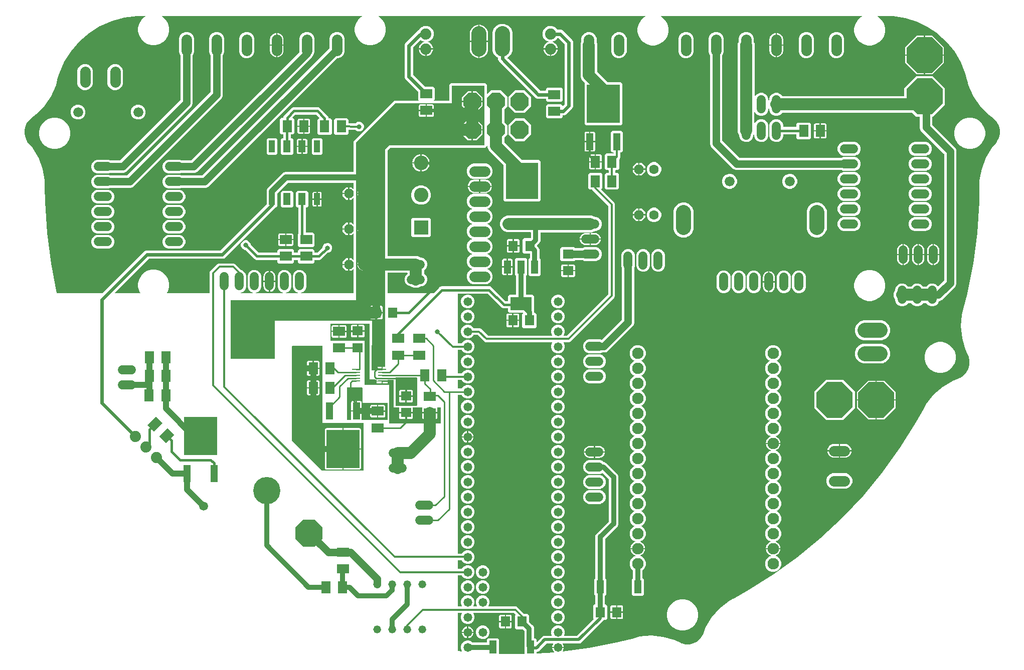
<source format=gbr>
G04 EAGLE Gerber RS-274X export*
G75*
%MOMM*%
%FSLAX34Y34*%
%LPD*%
%INBottom Copper*%
%IPPOS*%
%AMOC8*
5,1,8,0,0,1.08239X$1,22.5*%
G01*
%ADD10C,1.524000*%
%ADD11P,1.732040X8X202.500000*%
%ADD12C,1.600200*%
%ADD13R,1.600000X1.800000*%
%ADD14R,1.800000X1.600000*%
%ADD15C,4.597400*%
%ADD16P,4.976180X8X337.500000*%
%ADD17C,1.879600*%
%ADD18C,1.676400*%
%ADD19R,1.270000X2.160000*%
%ADD20C,1.790700*%
%ADD21C,2.540000*%
%ADD22R,1.016000X2.000000*%
%ADD23R,1.270000X2.000000*%
%ADD24R,5.400000X6.200000*%
%ADD25R,1.000000X1.600000*%
%ADD26R,2.430000X2.430000*%
%ADD27C,2.430000*%
%ADD28R,1.250000X2.850000*%
%ADD29R,5.550000X6.500000*%
%ADD30C,1.320800*%
%ADD31R,2.000000X1.600000*%
%ADD32R,1.600000X2.000000*%
%ADD33P,3.257886X8X292.500000*%
%ADD34P,6.511658X8X112.500000*%
%ADD35C,1.930400*%
%ADD36C,1.473200*%
%ADD37R,1.397000X0.279400*%
%ADD38C,1.778000*%
%ADD39P,6.511658X8X22.500000*%
%ADD40R,1.219200X2.235200*%
%ADD41R,3.600000X2.200000*%
%ADD42C,2.550000*%
%ADD43C,0.304800*%
%ADD44C,1.270000*%
%ADD45C,3.000000*%
%ADD46C,2.000000*%
%ADD47C,1.016000*%
%ADD48C,0.254000*%
%ADD49C,0.609600*%
%ADD50C,0.406400*%
%ADD51C,1.500000*%
%ADD52C,0.812800*%
%ADD53C,0.508000*%
%ADD54C,0.806400*%

G36*
X1030424Y70080D02*
X1030424Y70080D01*
X1030439Y70085D01*
X1030457Y70085D01*
X1081371Y80276D01*
X1081382Y80280D01*
X1081396Y80281D01*
X1106574Y86628D01*
X1106578Y86630D01*
X1106582Y86630D01*
X1107225Y86804D01*
X1108753Y87216D01*
X1116224Y89230D01*
X1136126Y90898D01*
X1156006Y88981D01*
X1175223Y83539D01*
X1184190Y79145D01*
X1184204Y79141D01*
X1184217Y79132D01*
X1187372Y77813D01*
X1187412Y77805D01*
X1187459Y77785D01*
X1194125Y76314D01*
X1194177Y76313D01*
X1194245Y76302D01*
X1201071Y76447D01*
X1201121Y76458D01*
X1201190Y76464D01*
X1207789Y78217D01*
X1207835Y78240D01*
X1207901Y78262D01*
X1213898Y81524D01*
X1213938Y81557D01*
X1213996Y81594D01*
X1219054Y86180D01*
X1219084Y86222D01*
X1219133Y86271D01*
X1222963Y91922D01*
X1222979Y91960D01*
X1223007Y92001D01*
X1224392Y95128D01*
X1224395Y95142D01*
X1224403Y95156D01*
X1225189Y97263D01*
X1227895Y104512D01*
X1238112Y121673D01*
X1251233Y136730D01*
X1266835Y149199D01*
X1273647Y152871D01*
X1275626Y153938D01*
X1275629Y153940D01*
X1275633Y153942D01*
X1297875Y166402D01*
X1297884Y166409D01*
X1297897Y166414D01*
X1341116Y193457D01*
X1341127Y193468D01*
X1341143Y193475D01*
X1382525Y223254D01*
X1382536Y223265D01*
X1382551Y223274D01*
X1421923Y255664D01*
X1421933Y255676D01*
X1421948Y255686D01*
X1459144Y290552D01*
X1459153Y290565D01*
X1459168Y290575D01*
X1494034Y327772D01*
X1494042Y327785D01*
X1494056Y327797D01*
X1526446Y367168D01*
X1526453Y367182D01*
X1526466Y367194D01*
X1556245Y408576D01*
X1556251Y408590D01*
X1556263Y408603D01*
X1583306Y451823D01*
X1583310Y451834D01*
X1583319Y451844D01*
X1595778Y474086D01*
X1595779Y474090D01*
X1595782Y474094D01*
X1596317Y475086D01*
X1596849Y476073D01*
X1600522Y482885D01*
X1612992Y498488D01*
X1628051Y511609D01*
X1645213Y521827D01*
X1653932Y525080D01*
X1654570Y525318D01*
X1654582Y525326D01*
X1654598Y525330D01*
X1657725Y526714D01*
X1657759Y526738D01*
X1657804Y526758D01*
X1663456Y530589D01*
X1663492Y530626D01*
X1663547Y530668D01*
X1668134Y535725D01*
X1668161Y535770D01*
X1668204Y535824D01*
X1671466Y541822D01*
X1671482Y541871D01*
X1671511Y541934D01*
X1673264Y548532D01*
X1673267Y548584D01*
X1673281Y548652D01*
X1673426Y555478D01*
X1673417Y555529D01*
X1673414Y555598D01*
X1671942Y562265D01*
X1671925Y562302D01*
X1671915Y562352D01*
X1670595Y565507D01*
X1670587Y565518D01*
X1670582Y565534D01*
X1669593Y567553D01*
X1666187Y574501D01*
X1660744Y593720D01*
X1658825Y613601D01*
X1660493Y633505D01*
X1663093Y643148D01*
X1663093Y643152D01*
X1663095Y643156D01*
X1669477Y668485D01*
X1669478Y668497D01*
X1669483Y668510D01*
X1679714Y719734D01*
X1679714Y719750D01*
X1679719Y719767D01*
X1686537Y771555D01*
X1686536Y771571D01*
X1686540Y771589D01*
X1689915Y823715D01*
X1689914Y823727D01*
X1689916Y823740D01*
X1690307Y849858D01*
X1690307Y849862D01*
X1690307Y849866D01*
X1690307Y849867D01*
X1690291Y859854D01*
X1693832Y879512D01*
X1700831Y898220D01*
X1711063Y915375D01*
X1716152Y921205D01*
X1717630Y922899D01*
X1717637Y922911D01*
X1717649Y922922D01*
X1719741Y925628D01*
X1719759Y925665D01*
X1719790Y925705D01*
X1722937Y931764D01*
X1722951Y931813D01*
X1722980Y931877D01*
X1724607Y938508D01*
X1724609Y938559D01*
X1724621Y938627D01*
X1724636Y945455D01*
X1724626Y945506D01*
X1724622Y945575D01*
X1723023Y952213D01*
X1723003Y952255D01*
X1722993Y952299D01*
X1722986Y952310D01*
X1722981Y952326D01*
X1719859Y958399D01*
X1719827Y958439D01*
X1719791Y958499D01*
X1715323Y963661D01*
X1715291Y963686D01*
X1715258Y963724D01*
X1712596Y965871D01*
X1712583Y965878D01*
X1712572Y965889D01*
X1704437Y971684D01*
X1690503Y985995D01*
X1679353Y1002567D01*
X1671346Y1020866D01*
X1669561Y1028399D01*
X1669559Y1028402D01*
X1669555Y1028421D01*
X1669555Y1028422D01*
X1669554Y1028423D01*
X1669042Y1030588D01*
X1669038Y1030596D01*
X1669037Y1030606D01*
X1666291Y1040548D01*
X1666279Y1040572D01*
X1666273Y1040602D01*
X1658608Y1059738D01*
X1658589Y1059767D01*
X1658574Y1059806D01*
X1648159Y1077596D01*
X1648136Y1077621D01*
X1648116Y1077658D01*
X1635181Y1093709D01*
X1635155Y1093731D01*
X1635130Y1093764D01*
X1619960Y1107722D01*
X1619930Y1107740D01*
X1619901Y1107769D01*
X1602831Y1119326D01*
X1602799Y1119340D01*
X1602765Y1119364D01*
X1584172Y1128266D01*
X1584138Y1128274D01*
X1584102Y1128293D01*
X1564395Y1134343D01*
X1564361Y1134346D01*
X1564322Y1134359D01*
X1543936Y1137423D01*
X1543910Y1137422D01*
X1543880Y1137429D01*
X1533573Y1137817D01*
X1533565Y1137816D01*
X1533556Y1137818D01*
X1533549Y1137818D01*
X1533548Y1137818D01*
X1533547Y1137818D01*
X1518498Y1137818D01*
X1518430Y1137804D01*
X1518362Y1137799D01*
X1518333Y1137785D01*
X1518301Y1137778D01*
X1518244Y1137739D01*
X1518183Y1137708D01*
X1518162Y1137684D01*
X1518136Y1137665D01*
X1518098Y1137608D01*
X1518053Y1137555D01*
X1518044Y1137524D01*
X1518026Y1137497D01*
X1518014Y1137430D01*
X1517993Y1137364D01*
X1517996Y1137332D01*
X1517991Y1137300D01*
X1518006Y1137233D01*
X1518012Y1137164D01*
X1518027Y1137136D01*
X1518034Y1137105D01*
X1518074Y1137048D01*
X1518107Y1136988D01*
X1518133Y1136965D01*
X1518150Y1136941D01*
X1518193Y1136914D01*
X1518244Y1136871D01*
X1520903Y1135336D01*
X1525774Y1130465D01*
X1529218Y1124500D01*
X1531001Y1117846D01*
X1531001Y1110958D01*
X1529218Y1104305D01*
X1525774Y1098339D01*
X1520903Y1093468D01*
X1514938Y1090024D01*
X1508284Y1088242D01*
X1501396Y1088242D01*
X1494742Y1090024D01*
X1488777Y1093468D01*
X1483906Y1098339D01*
X1480462Y1104305D01*
X1478679Y1110958D01*
X1478679Y1117846D01*
X1480462Y1124500D01*
X1483906Y1130465D01*
X1488777Y1135336D01*
X1491436Y1136871D01*
X1491487Y1136917D01*
X1491544Y1136955D01*
X1491562Y1136982D01*
X1491586Y1137004D01*
X1491616Y1137066D01*
X1491654Y1137124D01*
X1491659Y1137155D01*
X1491673Y1137184D01*
X1491677Y1137253D01*
X1491689Y1137321D01*
X1491682Y1137352D01*
X1491684Y1137384D01*
X1491661Y1137449D01*
X1491646Y1137516D01*
X1491627Y1137543D01*
X1491616Y1137573D01*
X1491570Y1137624D01*
X1491530Y1137680D01*
X1491502Y1137697D01*
X1491481Y1137721D01*
X1491418Y1137749D01*
X1491359Y1137786D01*
X1491325Y1137792D01*
X1491298Y1137804D01*
X1491248Y1137806D01*
X1491182Y1137818D01*
X1152738Y1137818D01*
X1152670Y1137804D01*
X1152602Y1137799D01*
X1152573Y1137785D01*
X1152541Y1137778D01*
X1152484Y1137739D01*
X1152423Y1137708D01*
X1152402Y1137684D01*
X1152376Y1137665D01*
X1152338Y1137608D01*
X1152293Y1137555D01*
X1152284Y1137524D01*
X1152266Y1137497D01*
X1152254Y1137430D01*
X1152233Y1137364D01*
X1152236Y1137332D01*
X1152231Y1137300D01*
X1152246Y1137233D01*
X1152252Y1137164D01*
X1152267Y1137136D01*
X1152274Y1137105D01*
X1152314Y1137048D01*
X1152347Y1136988D01*
X1152373Y1136965D01*
X1152390Y1136941D01*
X1152433Y1136914D01*
X1152484Y1136871D01*
X1155143Y1135336D01*
X1160014Y1130465D01*
X1163458Y1124500D01*
X1165241Y1117846D01*
X1165241Y1110958D01*
X1163458Y1104305D01*
X1160014Y1098339D01*
X1155143Y1093468D01*
X1149178Y1090024D01*
X1142524Y1088242D01*
X1135636Y1088242D01*
X1128982Y1090024D01*
X1123017Y1093468D01*
X1118146Y1098339D01*
X1114702Y1104305D01*
X1112919Y1110958D01*
X1112919Y1117846D01*
X1114702Y1124500D01*
X1118146Y1130465D01*
X1123017Y1135336D01*
X1125676Y1136871D01*
X1125727Y1136917D01*
X1125784Y1136955D01*
X1125802Y1136982D01*
X1125826Y1137004D01*
X1125856Y1137066D01*
X1125894Y1137124D01*
X1125899Y1137155D01*
X1125913Y1137184D01*
X1125917Y1137253D01*
X1125929Y1137321D01*
X1125922Y1137352D01*
X1125924Y1137384D01*
X1125901Y1137449D01*
X1125886Y1137516D01*
X1125867Y1137543D01*
X1125856Y1137573D01*
X1125810Y1137624D01*
X1125770Y1137680D01*
X1125742Y1137697D01*
X1125721Y1137721D01*
X1125658Y1137749D01*
X1125599Y1137786D01*
X1125565Y1137792D01*
X1125538Y1137804D01*
X1125488Y1137806D01*
X1125422Y1137818D01*
X676012Y1137818D01*
X675944Y1137804D01*
X675876Y1137799D01*
X675847Y1137785D01*
X675815Y1137778D01*
X675758Y1137739D01*
X675697Y1137708D01*
X675676Y1137684D01*
X675650Y1137666D01*
X675612Y1137608D01*
X675567Y1137555D01*
X675558Y1137524D01*
X675540Y1137497D01*
X675528Y1137430D01*
X675507Y1137364D01*
X675510Y1137332D01*
X675505Y1137300D01*
X675520Y1137233D01*
X675526Y1137164D01*
X675541Y1137136D01*
X675548Y1137105D01*
X675588Y1137048D01*
X675621Y1136988D01*
X675647Y1136965D01*
X675664Y1136941D01*
X675707Y1136914D01*
X675758Y1136871D01*
X677603Y1135806D01*
X682474Y1130935D01*
X685918Y1124970D01*
X687701Y1118316D01*
X687701Y1111428D01*
X685918Y1104775D01*
X682474Y1098809D01*
X677603Y1093938D01*
X671638Y1090494D01*
X664984Y1088712D01*
X658096Y1088712D01*
X651442Y1090494D01*
X645477Y1093938D01*
X640606Y1098809D01*
X637162Y1104775D01*
X635379Y1111428D01*
X635379Y1118316D01*
X637162Y1124970D01*
X640606Y1130935D01*
X645477Y1135806D01*
X647322Y1136871D01*
X647373Y1136917D01*
X647430Y1136956D01*
X647448Y1136982D01*
X647472Y1137004D01*
X647502Y1137066D01*
X647540Y1137124D01*
X647545Y1137155D01*
X647559Y1137184D01*
X647563Y1137253D01*
X647575Y1137321D01*
X647568Y1137352D01*
X647570Y1137384D01*
X647547Y1137449D01*
X647532Y1137516D01*
X647513Y1137543D01*
X647502Y1137573D01*
X647456Y1137624D01*
X647416Y1137680D01*
X647388Y1137697D01*
X647367Y1137721D01*
X647304Y1137749D01*
X647245Y1137786D01*
X647211Y1137792D01*
X647184Y1137804D01*
X647134Y1137806D01*
X647068Y1137818D01*
X310255Y1137818D01*
X310188Y1137804D01*
X310119Y1137799D01*
X310090Y1137785D01*
X310059Y1137778D01*
X310002Y1137739D01*
X309940Y1137708D01*
X309919Y1137684D01*
X309893Y1137666D01*
X309855Y1137608D01*
X309811Y1137555D01*
X309801Y1137524D01*
X309784Y1137497D01*
X309771Y1137430D01*
X309751Y1137364D01*
X309754Y1137332D01*
X309748Y1137300D01*
X309763Y1137233D01*
X309769Y1137164D01*
X309785Y1137136D01*
X309792Y1137105D01*
X309831Y1137048D01*
X309864Y1136988D01*
X309890Y1136965D01*
X309908Y1136941D01*
X309951Y1136914D01*
X310002Y1136871D01*
X311846Y1135806D01*
X316717Y1130936D01*
X320161Y1124970D01*
X321944Y1118317D01*
X321944Y1111428D01*
X320161Y1104775D01*
X316717Y1098809D01*
X311846Y1093939D01*
X305881Y1090495D01*
X299227Y1088712D01*
X292339Y1088712D01*
X285685Y1090495D01*
X279720Y1093939D01*
X274849Y1098809D01*
X271405Y1104775D01*
X269622Y1111428D01*
X269622Y1118317D01*
X271405Y1124970D01*
X274849Y1130936D01*
X279720Y1135806D01*
X281564Y1136871D01*
X281616Y1136917D01*
X281673Y1136956D01*
X281691Y1136982D01*
X281715Y1137004D01*
X281745Y1137066D01*
X281782Y1137124D01*
X281788Y1137155D01*
X281802Y1137184D01*
X281806Y1137253D01*
X281818Y1137321D01*
X281811Y1137352D01*
X281813Y1137384D01*
X281789Y1137449D01*
X281774Y1137516D01*
X281756Y1137543D01*
X281745Y1137573D01*
X281698Y1137624D01*
X281658Y1137680D01*
X281631Y1137697D01*
X281609Y1137721D01*
X281547Y1137749D01*
X281488Y1137786D01*
X281454Y1137792D01*
X281427Y1137804D01*
X281377Y1137806D01*
X281311Y1137818D01*
X280719Y1137818D01*
X280718Y1137818D01*
X280717Y1137818D01*
X280540Y1137785D01*
X280462Y1137756D01*
X278493Y1137818D01*
X278486Y1137816D01*
X278478Y1137818D01*
X277323Y1137818D01*
X277322Y1137817D01*
X277320Y1137818D01*
X267507Y1137762D01*
X267481Y1137756D01*
X267451Y1137758D01*
X246033Y1135236D01*
X246001Y1135225D01*
X245959Y1135222D01*
X225152Y1129556D01*
X225121Y1129540D01*
X225081Y1129530D01*
X205342Y1120845D01*
X205314Y1120825D01*
X205275Y1120809D01*
X187041Y1109296D01*
X187016Y1109272D01*
X186980Y1109251D01*
X170652Y1095164D01*
X170631Y1095137D01*
X170599Y1095111D01*
X156537Y1078760D01*
X156520Y1078730D01*
X156492Y1078700D01*
X145007Y1060447D01*
X144995Y1060415D01*
X144972Y1060381D01*
X136317Y1040628D01*
X136312Y1040603D01*
X136297Y1040575D01*
X133118Y1030351D01*
X133116Y1030334D01*
X133109Y1030317D01*
X130869Y1020867D01*
X122862Y1002567D01*
X111712Y985995D01*
X97777Y971684D01*
X89643Y965889D01*
X89633Y965879D01*
X89618Y965871D01*
X86956Y963725D01*
X86930Y963693D01*
X86891Y963662D01*
X82423Y958499D01*
X82398Y958454D01*
X82355Y958399D01*
X79234Y952326D01*
X79226Y952300D01*
X79213Y952280D01*
X79207Y952248D01*
X79192Y952213D01*
X77593Y945575D01*
X77591Y945524D01*
X77579Y945455D01*
X77593Y938627D01*
X77603Y938577D01*
X77608Y938508D01*
X79235Y931877D01*
X79257Y931830D01*
X79277Y931764D01*
X82425Y925705D01*
X82450Y925673D01*
X82473Y925628D01*
X84565Y922922D01*
X84568Y922920D01*
X84570Y922916D01*
X84570Y922915D01*
X84578Y922909D01*
X84584Y922899D01*
X85652Y921675D01*
X86062Y921205D01*
X91151Y915375D01*
X101383Y898220D01*
X108383Y879512D01*
X111923Y859853D01*
X111911Y852114D01*
X111908Y849866D01*
X111908Y849862D01*
X111908Y849858D01*
X112299Y823740D01*
X112301Y823728D01*
X112300Y823714D01*
X115675Y771589D01*
X115679Y771573D01*
X115678Y771555D01*
X122496Y719767D01*
X122501Y719752D01*
X122501Y719734D01*
X132454Y669901D01*
X132476Y669849D01*
X132488Y669794D01*
X132514Y669757D01*
X132532Y669716D01*
X132572Y669676D01*
X132604Y669631D01*
X132643Y669607D01*
X132675Y669575D01*
X132727Y669554D01*
X132775Y669525D01*
X132823Y669516D01*
X132861Y669501D01*
X132902Y669502D01*
X132952Y669493D01*
X209224Y669493D01*
X209231Y669494D01*
X209239Y669493D01*
X209329Y669514D01*
X209420Y669532D01*
X209427Y669537D01*
X209434Y669539D01*
X209582Y669641D01*
X278699Y738758D01*
X280771Y740830D01*
X281462Y741116D01*
X281463Y741116D01*
X282687Y741624D01*
X283385Y741913D01*
X408574Y741913D01*
X408581Y741914D01*
X408589Y741913D01*
X408679Y741934D01*
X408770Y741952D01*
X408777Y741957D01*
X408784Y741959D01*
X408932Y742061D01*
X486317Y819446D01*
X486321Y819452D01*
X486327Y819457D01*
X486376Y819535D01*
X486428Y819613D01*
X486429Y819620D01*
X486433Y819627D01*
X486465Y819804D01*
X486465Y843329D01*
X487857Y846690D01*
X514220Y873053D01*
X515321Y873509D01*
X516545Y874016D01*
X516546Y874016D01*
X517581Y874445D01*
X633130Y874445D01*
X633135Y874446D01*
X633140Y874445D01*
X633233Y874466D01*
X633327Y874484D01*
X633331Y874487D01*
X633336Y874488D01*
X633414Y874544D01*
X633492Y874597D01*
X633495Y874601D01*
X633499Y874604D01*
X633550Y874686D01*
X633602Y874765D01*
X633602Y874770D01*
X633605Y874775D01*
X633637Y874952D01*
X633637Y926364D01*
X701846Y994573D01*
X742804Y994573D01*
X742807Y994573D01*
X742809Y994573D01*
X742904Y994593D01*
X743001Y994612D01*
X743003Y994614D01*
X743006Y994614D01*
X743086Y994670D01*
X743167Y994725D01*
X743168Y994727D01*
X743170Y994729D01*
X743223Y994812D01*
X743276Y994893D01*
X743276Y994896D01*
X743278Y994898D01*
X743294Y994994D01*
X743311Y995090D01*
X743311Y995093D01*
X743311Y995095D01*
X743289Y995190D01*
X743268Y995286D01*
X743266Y995288D01*
X743266Y995291D01*
X743163Y995439D01*
X742095Y996506D01*
X742095Y1009986D01*
X742094Y1009993D01*
X742095Y1010001D01*
X742074Y1010091D01*
X742056Y1010182D01*
X742051Y1010189D01*
X742049Y1010196D01*
X741947Y1010344D01*
X722752Y1029539D01*
X720680Y1031611D01*
X719597Y1034225D01*
X719597Y1089075D01*
X720680Y1091689D01*
X742721Y1113730D01*
X743474Y1114042D01*
X743481Y1114046D01*
X743488Y1114048D01*
X743564Y1114102D01*
X743641Y1114154D01*
X743645Y1114160D01*
X743651Y1114165D01*
X743749Y1114316D01*
X744167Y1115326D01*
X747954Y1119113D01*
X748948Y1119525D01*
X750172Y1120032D01*
X751397Y1120539D01*
X752621Y1121047D01*
X752622Y1121047D01*
X752902Y1121163D01*
X758258Y1121163D01*
X763206Y1119113D01*
X766993Y1115326D01*
X769043Y1110378D01*
X769043Y1105022D01*
X766993Y1100074D01*
X763206Y1096287D01*
X762784Y1096112D01*
X761560Y1095605D01*
X761559Y1095605D01*
X760335Y1095098D01*
X759184Y1094621D01*
X759165Y1094608D01*
X759143Y1094602D01*
X759083Y1094553D01*
X759018Y1094509D01*
X759005Y1094490D01*
X758988Y1094476D01*
X758951Y1094407D01*
X758908Y1094342D01*
X758904Y1094319D01*
X758893Y1094299D01*
X758885Y1094222D01*
X758871Y1094145D01*
X758876Y1094122D01*
X758874Y1094100D01*
X758897Y1094025D01*
X758914Y1093949D01*
X758927Y1093930D01*
X758934Y1093908D01*
X758984Y1093849D01*
X759029Y1093785D01*
X759048Y1093773D01*
X759063Y1093755D01*
X759152Y1093707D01*
X759199Y1093678D01*
X759210Y1093676D01*
X759222Y1093670D01*
X760163Y1093364D01*
X761837Y1092511D01*
X763358Y1091406D01*
X764686Y1090078D01*
X765791Y1088557D01*
X766644Y1086883D01*
X767225Y1085096D01*
X767507Y1083315D01*
X756088Y1083315D01*
X756083Y1083314D01*
X756078Y1083315D01*
X755985Y1083294D01*
X755892Y1083276D01*
X755887Y1083273D01*
X755882Y1083272D01*
X755804Y1083216D01*
X755726Y1083163D01*
X755723Y1083159D01*
X755719Y1083156D01*
X755668Y1083074D01*
X755617Y1082995D01*
X755616Y1082990D01*
X755613Y1082985D01*
X755581Y1082808D01*
X755581Y1082299D01*
X755579Y1082299D01*
X755579Y1082808D01*
X755578Y1082813D01*
X755579Y1082818D01*
X755558Y1082911D01*
X755540Y1083004D01*
X755537Y1083009D01*
X755535Y1083014D01*
X755480Y1083092D01*
X755427Y1083170D01*
X755422Y1083173D01*
X755419Y1083177D01*
X755338Y1083228D01*
X755259Y1083279D01*
X755254Y1083280D01*
X755249Y1083283D01*
X755072Y1083315D01*
X743653Y1083315D01*
X743935Y1085096D01*
X744516Y1086883D01*
X745369Y1088557D01*
X746474Y1090078D01*
X747802Y1091406D01*
X749323Y1092511D01*
X750997Y1093364D01*
X751938Y1093670D01*
X751958Y1093681D01*
X751981Y1093686D01*
X752045Y1093730D01*
X752113Y1093768D01*
X752127Y1093786D01*
X752146Y1093799D01*
X752188Y1093865D01*
X752236Y1093927D01*
X752242Y1093949D01*
X752254Y1093968D01*
X752268Y1094045D01*
X752288Y1094120D01*
X752285Y1094143D01*
X752289Y1094165D01*
X752271Y1094242D01*
X752261Y1094319D01*
X752249Y1094338D01*
X752244Y1094361D01*
X752199Y1094424D01*
X752159Y1094491D01*
X752141Y1094505D01*
X752127Y1094524D01*
X752042Y1094578D01*
X751998Y1094611D01*
X751987Y1094614D01*
X751976Y1094621D01*
X747954Y1096287D01*
X747034Y1097207D01*
X747029Y1097210D01*
X747026Y1097215D01*
X746947Y1097265D01*
X746867Y1097318D01*
X746861Y1097319D01*
X746857Y1097322D01*
X746763Y1097338D01*
X746670Y1097356D01*
X746665Y1097355D01*
X746659Y1097356D01*
X746567Y1097334D01*
X746474Y1097314D01*
X746469Y1097311D01*
X746464Y1097310D01*
X746316Y1097207D01*
X733971Y1084862D01*
X733967Y1084856D01*
X733961Y1084851D01*
X733912Y1084773D01*
X733860Y1084695D01*
X733859Y1084688D01*
X733855Y1084681D01*
X733823Y1084504D01*
X733823Y1038796D01*
X733824Y1038789D01*
X733823Y1038781D01*
X733844Y1038691D01*
X733862Y1038600D01*
X733867Y1038593D01*
X733869Y1038586D01*
X733971Y1038438D01*
X754006Y1018403D01*
X754012Y1018399D01*
X754017Y1018393D01*
X754095Y1018344D01*
X754173Y1018292D01*
X754180Y1018291D01*
X754187Y1018287D01*
X754364Y1018255D01*
X767844Y1018255D01*
X770225Y1015874D01*
X770225Y996506D01*
X769157Y995439D01*
X769156Y995436D01*
X769153Y995435D01*
X769101Y995355D01*
X769046Y995272D01*
X769046Y995269D01*
X769044Y995267D01*
X769027Y995169D01*
X769009Y995075D01*
X769009Y995072D01*
X769009Y995070D01*
X769030Y994973D01*
X769050Y994879D01*
X769052Y994877D01*
X769052Y994874D01*
X769109Y994794D01*
X769164Y994714D01*
X769167Y994713D01*
X769168Y994711D01*
X769252Y994658D01*
X769334Y994607D01*
X769336Y994606D01*
X769338Y994605D01*
X769516Y994573D01*
X794920Y994573D01*
X794925Y994574D01*
X794930Y994573D01*
X795023Y994594D01*
X795117Y994612D01*
X795121Y994615D01*
X795126Y994616D01*
X795204Y994672D01*
X795282Y994725D01*
X795285Y994729D01*
X795289Y994732D01*
X795340Y994814D01*
X795392Y994893D01*
X795392Y994898D01*
X795395Y994903D01*
X795427Y995080D01*
X795427Y1021894D01*
X798106Y1024573D01*
X856054Y1024573D01*
X858733Y1021894D01*
X858733Y1006595D01*
X858733Y1006592D01*
X858733Y1006590D01*
X858753Y1006495D01*
X858772Y1006398D01*
X858774Y1006396D01*
X858774Y1006394D01*
X858831Y1006312D01*
X858885Y1006233D01*
X858887Y1006231D01*
X858889Y1006229D01*
X858972Y1006176D01*
X859053Y1006123D01*
X859056Y1006123D01*
X859058Y1006121D01*
X859154Y1006105D01*
X859250Y1006088D01*
X859253Y1006088D01*
X859255Y1006088D01*
X859349Y1006110D01*
X859446Y1006131D01*
X859448Y1006133D01*
X859451Y1006133D01*
X859599Y1006236D01*
X865783Y1012420D01*
X881617Y1012420D01*
X892814Y1001223D01*
X892814Y985389D01*
X887913Y980488D01*
X887909Y980481D01*
X887903Y980477D01*
X887854Y980398D01*
X887802Y980321D01*
X887801Y980313D01*
X887797Y980306D01*
X887765Y980129D01*
X887765Y958731D01*
X887766Y958723D01*
X887765Y958715D01*
X887786Y958626D01*
X887804Y958534D01*
X887809Y958528D01*
X887811Y958520D01*
X887913Y958372D01*
X892814Y953471D01*
X892814Y937637D01*
X887913Y932736D01*
X887909Y932729D01*
X887903Y932725D01*
X887854Y932646D01*
X887802Y932569D01*
X887801Y932561D01*
X887797Y932554D01*
X887765Y932377D01*
X887765Y924746D01*
X887766Y924738D01*
X887765Y924730D01*
X887786Y924641D01*
X887804Y924549D01*
X887809Y924543D01*
X887811Y924535D01*
X887913Y924387D01*
X917507Y894793D01*
X917514Y894789D01*
X917518Y894783D01*
X917597Y894734D01*
X917674Y894682D01*
X917682Y894681D01*
X917689Y894677D01*
X917866Y894645D01*
X946494Y894645D01*
X948875Y892264D01*
X948875Y826896D01*
X946494Y824515D01*
X889126Y824515D01*
X886745Y826896D01*
X886745Y885564D01*
X886744Y885572D01*
X886745Y885580D01*
X886724Y885669D01*
X886706Y885761D01*
X886701Y885767D01*
X886699Y885775D01*
X886597Y885923D01*
X865804Y906715D01*
X861776Y910743D01*
X859635Y915912D01*
X859635Y917784D01*
X859635Y917786D01*
X859635Y917789D01*
X859615Y917884D01*
X859596Y917980D01*
X859594Y917983D01*
X859594Y917985D01*
X859538Y918066D01*
X859483Y918146D01*
X859481Y918148D01*
X859479Y918150D01*
X859396Y918203D01*
X859315Y918255D01*
X859312Y918256D01*
X859310Y918257D01*
X859214Y918274D01*
X859118Y918291D01*
X859115Y918290D01*
X859113Y918291D01*
X859019Y918269D01*
X858922Y918247D01*
X858920Y918246D01*
X858917Y918245D01*
X858769Y918143D01*
X856054Y915427D01*
X695528Y915427D01*
X695520Y915426D01*
X695512Y915427D01*
X695423Y915406D01*
X695331Y915388D01*
X695325Y915383D01*
X695317Y915381D01*
X695169Y915279D01*
X691071Y911181D01*
X691067Y911174D01*
X691061Y911170D01*
X691012Y911091D01*
X690960Y911014D01*
X690959Y911006D01*
X690955Y910999D01*
X690923Y910822D01*
X690923Y732572D01*
X690924Y732567D01*
X690923Y732562D01*
X690944Y732469D01*
X690962Y732375D01*
X690965Y732371D01*
X690966Y732366D01*
X691022Y732288D01*
X691075Y732210D01*
X691079Y732207D01*
X691082Y732203D01*
X691164Y732152D01*
X691243Y732100D01*
X691248Y732100D01*
X691253Y732097D01*
X691430Y732065D01*
X735510Y732065D01*
X735519Y732067D01*
X735528Y732065D01*
X735704Y732103D01*
X735852Y732165D01*
X741448Y732165D01*
X746617Y730024D01*
X746707Y729933D01*
X746714Y729929D01*
X746718Y729923D01*
X746797Y729874D01*
X746874Y729822D01*
X746882Y729821D01*
X746889Y729817D01*
X747066Y729785D01*
X748594Y729785D01*
X752889Y728006D01*
X756176Y724719D01*
X757955Y720424D01*
X757955Y715776D01*
X756176Y711481D01*
X752863Y708169D01*
X752859Y708162D01*
X752853Y708157D01*
X752804Y708079D01*
X752752Y708002D01*
X752751Y707994D01*
X752747Y707987D01*
X752715Y707810D01*
X752715Y702990D01*
X752716Y702982D01*
X752715Y702975D01*
X752736Y702885D01*
X752754Y702794D01*
X752759Y702787D01*
X752761Y702779D01*
X752863Y702631D01*
X756176Y699319D01*
X757955Y695024D01*
X757955Y690376D01*
X756176Y686081D01*
X752889Y682794D01*
X752670Y682703D01*
X751445Y682196D01*
X750221Y681689D01*
X750220Y681689D01*
X748996Y681182D01*
X748594Y681015D01*
X747066Y681015D01*
X747058Y681014D01*
X747050Y681015D01*
X746961Y680994D01*
X746869Y680976D01*
X746863Y680971D01*
X746855Y680969D01*
X746707Y680867D01*
X746617Y680776D01*
X746371Y680674D01*
X746370Y680674D01*
X745146Y680167D01*
X743921Y679660D01*
X742697Y679153D01*
X741472Y678645D01*
X741448Y678635D01*
X735852Y678635D01*
X730683Y680776D01*
X730593Y680867D01*
X730586Y680871D01*
X730582Y680877D01*
X730503Y680926D01*
X730426Y680978D01*
X730418Y680979D01*
X730411Y680983D01*
X730234Y681015D01*
X728706Y681015D01*
X724411Y682794D01*
X721124Y686081D01*
X719345Y690376D01*
X719345Y695024D01*
X721124Y699319D01*
X724437Y702631D01*
X724441Y702638D01*
X724447Y702643D01*
X724496Y702721D01*
X724548Y702798D01*
X724549Y702806D01*
X724553Y702813D01*
X724585Y702990D01*
X724585Y703428D01*
X724584Y703433D01*
X724585Y703438D01*
X724564Y703531D01*
X724546Y703625D01*
X724543Y703629D01*
X724542Y703634D01*
X724486Y703712D01*
X724433Y703790D01*
X724429Y703793D01*
X724426Y703797D01*
X724344Y703848D01*
X724265Y703900D01*
X724260Y703900D01*
X724255Y703903D01*
X724078Y703935D01*
X691430Y703935D01*
X691425Y703934D01*
X691420Y703935D01*
X691327Y703914D01*
X691233Y703896D01*
X691229Y703893D01*
X691224Y703892D01*
X691146Y703836D01*
X691068Y703783D01*
X691065Y703779D01*
X691061Y703776D01*
X691010Y703694D01*
X690958Y703615D01*
X690958Y703610D01*
X690955Y703605D01*
X690923Y703428D01*
X690923Y670000D01*
X690924Y669995D01*
X690923Y669990D01*
X690944Y669897D01*
X690962Y669804D01*
X690965Y669799D01*
X690966Y669794D01*
X691022Y669716D01*
X691075Y669638D01*
X691079Y669635D01*
X691082Y669631D01*
X691164Y669580D01*
X691243Y669528D01*
X691248Y669528D01*
X691253Y669525D01*
X691430Y669493D01*
X768181Y669493D01*
X768188Y669494D01*
X768196Y669493D01*
X768286Y669514D01*
X768377Y669532D01*
X768384Y669537D01*
X768391Y669539D01*
X768539Y669641D01*
X777290Y678392D01*
X779077Y680179D01*
X779240Y680246D01*
X780465Y680754D01*
X781317Y681107D01*
X863363Y681107D01*
X865603Y680179D01*
X867390Y678392D01*
X889537Y656245D01*
X889543Y656241D01*
X889548Y656235D01*
X889627Y656186D01*
X889704Y656134D01*
X889711Y656133D01*
X889718Y656129D01*
X889895Y656097D01*
X893468Y656097D01*
X893473Y656098D01*
X893478Y656097D01*
X893571Y656118D01*
X893665Y656136D01*
X893669Y656139D01*
X893674Y656140D01*
X893752Y656196D01*
X893830Y656249D01*
X893833Y656253D01*
X893837Y656256D01*
X893888Y656338D01*
X893940Y656417D01*
X893940Y656422D01*
X893943Y656427D01*
X893975Y656604D01*
X893975Y664604D01*
X896356Y666985D01*
X907404Y666985D01*
X907409Y666986D01*
X907414Y666985D01*
X907507Y667006D01*
X907601Y667024D01*
X907605Y667027D01*
X907610Y667028D01*
X907688Y667084D01*
X907766Y667137D01*
X907769Y667141D01*
X907773Y667144D01*
X907824Y667226D01*
X907876Y667305D01*
X907876Y667310D01*
X907879Y667315D01*
X907911Y667492D01*
X907911Y698796D01*
X907910Y698804D01*
X907911Y698812D01*
X907890Y698902D01*
X907872Y698993D01*
X907867Y698999D01*
X907865Y699007D01*
X907763Y699155D01*
X905879Y701038D01*
X905879Y726758D01*
X908260Y729139D01*
X923820Y729139D01*
X926201Y726758D01*
X926201Y701038D01*
X924317Y699155D01*
X924313Y699148D01*
X924307Y699144D01*
X924258Y699065D01*
X924206Y698988D01*
X924205Y698980D01*
X924201Y698974D01*
X924169Y698796D01*
X924169Y667492D01*
X924170Y667487D01*
X924169Y667482D01*
X924190Y667388D01*
X924208Y667295D01*
X924211Y667291D01*
X924212Y667286D01*
X924268Y667208D01*
X924321Y667130D01*
X924325Y667127D01*
X924328Y667123D01*
X924410Y667072D01*
X924489Y667020D01*
X924494Y667020D01*
X924499Y667017D01*
X924676Y666985D01*
X935724Y666985D01*
X938105Y664604D01*
X938105Y640103D01*
X938107Y640095D01*
X938105Y640085D01*
X938143Y639909D01*
X938389Y639317D01*
X938389Y637282D01*
X938390Y637277D01*
X938389Y637272D01*
X938410Y637179D01*
X938428Y637085D01*
X938431Y637081D01*
X938432Y637076D01*
X938488Y636998D01*
X938541Y636920D01*
X938545Y636917D01*
X938548Y636913D01*
X938630Y636862D01*
X938709Y636810D01*
X938714Y636810D01*
X938719Y636807D01*
X938896Y636775D01*
X939944Y636775D01*
X942325Y634394D01*
X942325Y613026D01*
X939944Y610645D01*
X920576Y610645D01*
X918195Y613026D01*
X918195Y634394D01*
X919774Y635973D01*
X919777Y635977D01*
X919782Y635980D01*
X919832Y636060D01*
X919885Y636140D01*
X919886Y636145D01*
X919889Y636150D01*
X919905Y636243D01*
X919923Y636336D01*
X919922Y636342D01*
X919923Y636347D01*
X919901Y636440D01*
X919881Y636533D01*
X919878Y636537D01*
X919877Y636542D01*
X919774Y636690D01*
X919757Y636707D01*
X919751Y636711D01*
X919746Y636717D01*
X919667Y636767D01*
X919590Y636818D01*
X919583Y636819D01*
X919576Y636823D01*
X919399Y636855D01*
X896356Y636855D01*
X893975Y639236D01*
X893975Y643396D01*
X893974Y643401D01*
X893975Y643406D01*
X893954Y643499D01*
X893936Y643593D01*
X893933Y643597D01*
X893932Y643602D01*
X893876Y643680D01*
X893823Y643758D01*
X893819Y643761D01*
X893816Y643765D01*
X893734Y643816D01*
X893655Y643868D01*
X893650Y643868D01*
X893645Y643871D01*
X893468Y643903D01*
X885947Y643903D01*
X883707Y644831D01*
X881920Y646618D01*
X859773Y668765D01*
X859767Y668769D01*
X859762Y668775D01*
X859683Y668824D01*
X859606Y668876D01*
X859599Y668877D01*
X859592Y668881D01*
X859415Y668913D01*
X810000Y668913D01*
X809995Y668912D01*
X809990Y668913D01*
X809897Y668892D01*
X809804Y668874D01*
X809799Y668871D01*
X809794Y668870D01*
X809716Y668814D01*
X809638Y668761D01*
X809635Y668757D01*
X809631Y668754D01*
X809580Y668672D01*
X809528Y668593D01*
X809528Y668588D01*
X809525Y668583D01*
X809493Y668406D01*
X809493Y585326D01*
X809494Y585321D01*
X809493Y585316D01*
X809514Y585223D01*
X809532Y585129D01*
X809535Y585125D01*
X809536Y585120D01*
X809592Y585042D01*
X809645Y584964D01*
X809649Y584961D01*
X809652Y584957D01*
X809734Y584906D01*
X809813Y584854D01*
X809818Y584854D01*
X809823Y584851D01*
X810000Y584819D01*
X815563Y584819D01*
X815570Y584820D01*
X815576Y584819D01*
X815668Y584840D01*
X815760Y584858D01*
X815765Y584862D01*
X815772Y584863D01*
X815848Y584918D01*
X815926Y584971D01*
X815929Y584976D01*
X815935Y584980D01*
X816032Y585132D01*
X816269Y585705D01*
X819485Y588921D01*
X819535Y588941D01*
X820760Y589449D01*
X821984Y589956D01*
X821985Y589956D01*
X823209Y590463D01*
X823686Y590661D01*
X828234Y590661D01*
X832435Y588921D01*
X835651Y585705D01*
X837391Y581504D01*
X837391Y576956D01*
X835651Y572755D01*
X832435Y569539D01*
X831324Y569079D01*
X830100Y568572D01*
X830099Y568572D01*
X828875Y568065D01*
X828234Y567799D01*
X823686Y567799D01*
X819485Y569539D01*
X816269Y572755D01*
X816032Y573328D01*
X816028Y573334D01*
X816027Y573340D01*
X815972Y573417D01*
X815920Y573495D01*
X815915Y573498D01*
X815911Y573503D01*
X815831Y573553D01*
X815753Y573605D01*
X815746Y573606D01*
X815741Y573609D01*
X815563Y573641D01*
X810000Y573641D01*
X809995Y573640D01*
X809990Y573641D01*
X809897Y573620D01*
X809804Y573602D01*
X809799Y573599D01*
X809794Y573598D01*
X809716Y573542D01*
X809638Y573489D01*
X809635Y573485D01*
X809631Y573482D01*
X809580Y573400D01*
X809528Y573321D01*
X809528Y573316D01*
X809525Y573311D01*
X809493Y573134D01*
X809493Y534526D01*
X809494Y534521D01*
X809493Y534516D01*
X809514Y534423D01*
X809532Y534329D01*
X809535Y534325D01*
X809536Y534320D01*
X809592Y534242D01*
X809645Y534164D01*
X809649Y534161D01*
X809652Y534157D01*
X809734Y534106D01*
X809813Y534054D01*
X809818Y534054D01*
X809823Y534051D01*
X810000Y534019D01*
X815563Y534019D01*
X815570Y534020D01*
X815576Y534019D01*
X815668Y534040D01*
X815760Y534058D01*
X815765Y534062D01*
X815772Y534063D01*
X815848Y534118D01*
X815926Y534171D01*
X815929Y534176D01*
X815935Y534180D01*
X816032Y534332D01*
X816269Y534905D01*
X819485Y538121D01*
X819716Y538216D01*
X820941Y538724D01*
X822165Y539231D01*
X822166Y539231D01*
X823390Y539738D01*
X823686Y539861D01*
X828234Y539861D01*
X832435Y538121D01*
X835651Y534905D01*
X837391Y530704D01*
X837391Y526156D01*
X835651Y521955D01*
X832435Y518739D01*
X831505Y518354D01*
X830281Y517847D01*
X830280Y517847D01*
X829056Y517340D01*
X828234Y516999D01*
X823686Y516999D01*
X819485Y518739D01*
X816269Y521955D01*
X816032Y522528D01*
X816028Y522534D01*
X816027Y522540D01*
X815972Y522617D01*
X815920Y522695D01*
X815915Y522698D01*
X815911Y522703D01*
X815831Y522753D01*
X815753Y522805D01*
X815746Y522806D01*
X815741Y522809D01*
X815563Y522841D01*
X810000Y522841D01*
X809995Y522840D01*
X809990Y522841D01*
X809897Y522820D01*
X809804Y522802D01*
X809799Y522799D01*
X809794Y522798D01*
X809716Y522742D01*
X809638Y522689D01*
X809635Y522685D01*
X809631Y522682D01*
X809580Y522600D01*
X809528Y522521D01*
X809528Y522516D01*
X809525Y522511D01*
X809493Y522334D01*
X809493Y508872D01*
X809494Y508867D01*
X809493Y508862D01*
X809514Y508769D01*
X809532Y508675D01*
X809535Y508671D01*
X809536Y508666D01*
X809592Y508588D01*
X809645Y508510D01*
X809649Y508507D01*
X809652Y508503D01*
X809734Y508452D01*
X809813Y508400D01*
X809818Y508400D01*
X809823Y508397D01*
X810000Y508365D01*
X815458Y508365D01*
X815465Y508366D01*
X815471Y508365D01*
X815563Y508386D01*
X815655Y508404D01*
X815660Y508408D01*
X815667Y508409D01*
X815743Y508464D01*
X815821Y508517D01*
X815824Y508522D01*
X815829Y508526D01*
X815927Y508678D01*
X816269Y509505D01*
X819485Y512721D01*
X819807Y512854D01*
X821031Y513361D01*
X822256Y513868D01*
X823481Y514376D01*
X823686Y514461D01*
X828234Y514461D01*
X832435Y512721D01*
X835651Y509505D01*
X837391Y505304D01*
X837391Y500756D01*
X835651Y496555D01*
X832435Y493339D01*
X831596Y492992D01*
X830371Y492485D01*
X829147Y491977D01*
X829146Y491977D01*
X828234Y491599D01*
X823686Y491599D01*
X819485Y493339D01*
X816269Y496555D01*
X815927Y497382D01*
X815923Y497388D01*
X815922Y497394D01*
X815867Y497471D01*
X815815Y497549D01*
X815810Y497552D01*
X815806Y497557D01*
X815726Y497607D01*
X815648Y497659D01*
X815641Y497660D01*
X815636Y497663D01*
X815458Y497695D01*
X810000Y497695D01*
X809995Y497694D01*
X809990Y497695D01*
X809897Y497674D01*
X809804Y497656D01*
X809799Y497653D01*
X809794Y497652D01*
X809716Y497596D01*
X809638Y497543D01*
X809635Y497539D01*
X809631Y497536D01*
X809580Y497454D01*
X809528Y497375D01*
X809528Y497370D01*
X809525Y497365D01*
X809493Y497188D01*
X809493Y229946D01*
X809494Y229941D01*
X809493Y229936D01*
X809514Y229843D01*
X809532Y229749D01*
X809535Y229745D01*
X809536Y229740D01*
X809592Y229662D01*
X809645Y229584D01*
X809649Y229581D01*
X809652Y229577D01*
X809734Y229526D01*
X809813Y229474D01*
X809818Y229474D01*
X809823Y229471D01*
X810000Y229439D01*
X815655Y229439D01*
X815661Y229440D01*
X815667Y229439D01*
X815759Y229460D01*
X815851Y229478D01*
X815857Y229482D01*
X815863Y229483D01*
X815939Y229538D01*
X816017Y229591D01*
X816020Y229596D01*
X816026Y229600D01*
X816123Y229752D01*
X816269Y230105D01*
X819485Y233321D01*
X819578Y233359D01*
X820803Y233866D01*
X822027Y234374D01*
X823252Y234881D01*
X823686Y235061D01*
X828234Y235061D01*
X832435Y233321D01*
X835651Y230105D01*
X837391Y225904D01*
X837391Y221356D01*
X835651Y217155D01*
X832435Y213939D01*
X831367Y213497D01*
X830142Y212990D01*
X828918Y212483D01*
X828234Y212199D01*
X823686Y212199D01*
X819485Y213939D01*
X816269Y217155D01*
X815941Y217948D01*
X815937Y217954D01*
X815936Y217960D01*
X815881Y218037D01*
X815829Y218115D01*
X815824Y218118D01*
X815820Y218123D01*
X815740Y218173D01*
X815662Y218225D01*
X815655Y218226D01*
X815650Y218229D01*
X815472Y218261D01*
X810000Y218261D01*
X809995Y218260D01*
X809990Y218261D01*
X809897Y218240D01*
X809804Y218222D01*
X809799Y218219D01*
X809794Y218218D01*
X809716Y218162D01*
X809638Y218109D01*
X809635Y218105D01*
X809631Y218102D01*
X809580Y218020D01*
X809528Y217941D01*
X809528Y217936D01*
X809525Y217931D01*
X809493Y217754D01*
X809493Y204326D01*
X809494Y204321D01*
X809493Y204316D01*
X809514Y204223D01*
X809532Y204129D01*
X809535Y204125D01*
X809536Y204120D01*
X809592Y204042D01*
X809645Y203964D01*
X809649Y203961D01*
X809652Y203957D01*
X809734Y203906D01*
X809813Y203854D01*
X809818Y203854D01*
X809823Y203851D01*
X810000Y203819D01*
X815563Y203819D01*
X815570Y203820D01*
X815576Y203819D01*
X815668Y203840D01*
X815760Y203858D01*
X815765Y203862D01*
X815772Y203863D01*
X815848Y203918D01*
X815926Y203971D01*
X815929Y203976D01*
X815935Y203980D01*
X816032Y204132D01*
X816269Y204705D01*
X819485Y207921D01*
X819668Y207997D01*
X819669Y207997D01*
X820893Y208504D01*
X822118Y209011D01*
X823342Y209518D01*
X823343Y209518D01*
X823686Y209661D01*
X828234Y209661D01*
X832435Y207921D01*
X835651Y204705D01*
X837391Y200504D01*
X837391Y195956D01*
X835651Y191755D01*
X832435Y188539D01*
X831458Y188135D01*
X831457Y188135D01*
X830233Y187627D01*
X829008Y187120D01*
X828234Y186799D01*
X823686Y186799D01*
X819485Y188539D01*
X816269Y191755D01*
X816032Y192328D01*
X816028Y192334D01*
X816027Y192340D01*
X815972Y192417D01*
X815920Y192495D01*
X815915Y192498D01*
X815911Y192503D01*
X815831Y192553D01*
X815753Y192605D01*
X815746Y192606D01*
X815741Y192609D01*
X815563Y192641D01*
X810000Y192641D01*
X809995Y192640D01*
X809990Y192641D01*
X809897Y192620D01*
X809804Y192602D01*
X809799Y192599D01*
X809794Y192598D01*
X809716Y192542D01*
X809638Y192489D01*
X809635Y192485D01*
X809631Y192482D01*
X809580Y192400D01*
X809528Y192321D01*
X809528Y192316D01*
X809525Y192311D01*
X809493Y192134D01*
X809493Y140946D01*
X809494Y140941D01*
X809493Y140936D01*
X809514Y140843D01*
X809532Y140749D01*
X809535Y140745D01*
X809536Y140740D01*
X809592Y140662D01*
X809645Y140584D01*
X809649Y140581D01*
X809652Y140577D01*
X809734Y140526D01*
X809813Y140474D01*
X809818Y140474D01*
X809823Y140471D01*
X810000Y140439D01*
X815724Y140439D01*
X815728Y140440D01*
X815732Y140439D01*
X815826Y140459D01*
X815921Y140478D01*
X815924Y140481D01*
X815928Y140481D01*
X816007Y140537D01*
X816087Y140591D01*
X816089Y140594D01*
X816092Y140597D01*
X816143Y140679D01*
X816196Y140759D01*
X816196Y140763D01*
X816199Y140766D01*
X816214Y140862D01*
X816231Y140956D01*
X816230Y140960D01*
X816231Y140964D01*
X816193Y141140D01*
X814529Y145156D01*
X814529Y149704D01*
X816269Y153905D01*
X819485Y157121D01*
X819850Y157272D01*
X821074Y157779D01*
X822299Y158286D01*
X823523Y158793D01*
X823524Y158793D01*
X823686Y158861D01*
X828234Y158861D01*
X832435Y157121D01*
X835651Y153905D01*
X837391Y149704D01*
X837391Y145156D01*
X835727Y141140D01*
X835726Y141136D01*
X835724Y141133D01*
X835707Y141038D01*
X835689Y140943D01*
X835689Y140940D01*
X835689Y140936D01*
X835710Y140841D01*
X835729Y140747D01*
X835731Y140744D01*
X835732Y140740D01*
X835788Y140661D01*
X835843Y140582D01*
X835846Y140580D01*
X835848Y140577D01*
X835930Y140526D01*
X836011Y140473D01*
X836015Y140473D01*
X836018Y140471D01*
X836196Y140439D01*
X841124Y140439D01*
X841128Y140440D01*
X841132Y140439D01*
X841226Y140459D01*
X841321Y140478D01*
X841324Y140481D01*
X841328Y140481D01*
X841407Y140537D01*
X841487Y140591D01*
X841489Y140594D01*
X841492Y140597D01*
X841543Y140679D01*
X841596Y140759D01*
X841596Y140763D01*
X841599Y140766D01*
X841614Y140862D01*
X841631Y140956D01*
X841630Y140960D01*
X841631Y140964D01*
X841593Y141140D01*
X839929Y145156D01*
X839929Y149704D01*
X841669Y153905D01*
X844885Y157121D01*
X845250Y157272D01*
X846474Y157779D01*
X847699Y158286D01*
X848923Y158793D01*
X848924Y158793D01*
X849086Y158861D01*
X853634Y158861D01*
X857835Y157121D01*
X861051Y153905D01*
X862791Y149704D01*
X862791Y145156D01*
X861127Y141140D01*
X861126Y141136D01*
X861124Y141133D01*
X861107Y141038D01*
X861089Y140943D01*
X861089Y140940D01*
X861089Y140936D01*
X861110Y140841D01*
X861129Y140747D01*
X861131Y140744D01*
X861132Y140740D01*
X861188Y140661D01*
X861243Y140582D01*
X861246Y140580D01*
X861248Y140577D01*
X861330Y140526D01*
X861411Y140473D01*
X861415Y140473D01*
X861418Y140471D01*
X861596Y140439D01*
X907622Y140439D01*
X909676Y139588D01*
X921390Y127873D01*
X921397Y127869D01*
X921401Y127863D01*
X921480Y127814D01*
X921557Y127762D01*
X921565Y127761D01*
X921572Y127757D01*
X921749Y127725D01*
X927444Y127725D01*
X929825Y125344D01*
X929825Y114301D01*
X929826Y114293D01*
X929825Y114286D01*
X929846Y114196D01*
X929864Y114105D01*
X929869Y114098D01*
X929871Y114090D01*
X929973Y113942D01*
X934533Y109383D01*
X934533Y109382D01*
X936891Y107025D01*
X938129Y104037D01*
X938129Y87062D01*
X938130Y87057D01*
X938129Y87052D01*
X938150Y86959D01*
X938168Y86865D01*
X938171Y86861D01*
X938172Y86856D01*
X938228Y86778D01*
X938281Y86700D01*
X938285Y86697D01*
X938288Y86693D01*
X938370Y86642D01*
X938449Y86590D01*
X938454Y86590D01*
X938459Y86587D01*
X938636Y86555D01*
X940264Y86555D01*
X942645Y84174D01*
X942645Y81050D01*
X942645Y81047D01*
X942645Y81045D01*
X942665Y80950D01*
X942684Y80853D01*
X942686Y80851D01*
X942686Y80849D01*
X942742Y80768D01*
X942797Y80688D01*
X942799Y80686D01*
X942801Y80684D01*
X942884Y80631D01*
X942965Y80578D01*
X942968Y80578D01*
X942970Y80576D01*
X943066Y80560D01*
X943162Y80543D01*
X943165Y80543D01*
X943167Y80543D01*
X943261Y80565D01*
X943358Y80586D01*
X943360Y80588D01*
X943363Y80588D01*
X943511Y80691D01*
X952549Y89729D01*
X952737Y89807D01*
X953962Y90315D01*
X954976Y90735D01*
X967670Y90735D01*
X967674Y90736D01*
X967678Y90735D01*
X967772Y90755D01*
X967867Y90774D01*
X967870Y90777D01*
X967874Y90777D01*
X967953Y90833D01*
X968033Y90887D01*
X968035Y90890D01*
X968038Y90893D01*
X968089Y90975D01*
X968142Y91055D01*
X968142Y91059D01*
X968145Y91062D01*
X968160Y91158D01*
X968177Y91252D01*
X968176Y91256D01*
X968177Y91260D01*
X968139Y91436D01*
X966929Y94356D01*
X966929Y98904D01*
X968669Y103105D01*
X971885Y106321D01*
X972431Y106547D01*
X973655Y107054D01*
X974880Y107561D01*
X976086Y108061D01*
X980634Y108061D01*
X984835Y106321D01*
X988051Y103105D01*
X989791Y98904D01*
X989791Y94356D01*
X988581Y91436D01*
X988580Y91432D01*
X988578Y91429D01*
X988561Y91334D01*
X988543Y91239D01*
X988543Y91236D01*
X988543Y91232D01*
X988564Y91137D01*
X988583Y91043D01*
X988585Y91040D01*
X988586Y91036D01*
X988642Y90957D01*
X988697Y90878D01*
X988700Y90876D01*
X988702Y90873D01*
X988784Y90822D01*
X988865Y90769D01*
X988869Y90769D01*
X988872Y90767D01*
X989050Y90735D01*
X1010504Y90735D01*
X1010512Y90736D01*
X1010520Y90735D01*
X1010609Y90756D01*
X1010701Y90774D01*
X1010707Y90779D01*
X1010715Y90781D01*
X1010863Y90883D01*
X1038452Y118472D01*
X1038455Y118477D01*
X1038459Y118480D01*
X1038510Y118560D01*
X1038563Y118639D01*
X1038564Y118644D01*
X1038567Y118649D01*
X1038583Y118743D01*
X1038600Y118836D01*
X1038599Y118841D01*
X1038600Y118847D01*
X1038579Y118939D01*
X1038559Y119032D01*
X1038556Y119037D01*
X1038555Y119042D01*
X1038452Y119190D01*
X1037655Y119986D01*
X1037655Y141354D01*
X1040036Y143735D01*
X1041084Y143735D01*
X1041089Y143736D01*
X1041094Y143735D01*
X1041187Y143756D01*
X1041281Y143774D01*
X1041285Y143777D01*
X1041290Y143778D01*
X1041368Y143834D01*
X1041446Y143887D01*
X1041449Y143891D01*
X1041453Y143894D01*
X1041504Y143976D01*
X1041556Y144055D01*
X1041556Y144060D01*
X1041559Y144065D01*
X1041591Y144242D01*
X1041591Y158440D01*
X1041590Y158448D01*
X1041591Y158456D01*
X1041570Y158546D01*
X1041552Y158637D01*
X1041547Y158643D01*
X1041545Y158651D01*
X1041443Y158799D01*
X1039395Y160846D01*
X1039395Y185814D01*
X1041533Y187951D01*
X1041537Y187958D01*
X1041543Y187962D01*
X1041592Y188041D01*
X1041644Y188118D01*
X1041645Y188126D01*
X1041649Y188132D01*
X1041681Y188310D01*
X1041681Y259397D01*
X1042919Y262385D01*
X1064073Y283538D01*
X1064077Y283545D01*
X1064083Y283550D01*
X1064132Y283628D01*
X1064184Y283705D01*
X1064185Y283713D01*
X1064189Y283720D01*
X1064221Y283897D01*
X1064221Y354943D01*
X1064220Y354951D01*
X1064221Y354958D01*
X1064200Y355048D01*
X1064182Y355139D01*
X1064177Y355146D01*
X1064175Y355154D01*
X1064073Y355302D01*
X1053815Y365560D01*
X1053809Y365563D01*
X1053805Y365569D01*
X1053726Y365618D01*
X1053648Y365670D01*
X1053641Y365672D01*
X1053636Y365675D01*
X1053543Y365690D01*
X1053451Y365708D01*
X1053444Y365707D01*
X1053438Y365708D01*
X1053262Y365669D01*
X1052044Y365165D01*
X1052043Y365165D01*
X1050819Y364658D01*
X1049944Y364295D01*
X1030056Y364295D01*
X1025761Y366074D01*
X1022474Y369361D01*
X1020695Y373656D01*
X1020695Y378304D01*
X1022474Y382599D01*
X1025761Y385886D01*
X1026136Y386041D01*
X1026137Y386041D01*
X1027361Y386549D01*
X1028586Y387056D01*
X1029810Y387563D01*
X1030056Y387665D01*
X1049944Y387665D01*
X1054239Y385886D01*
X1055867Y384257D01*
X1055874Y384253D01*
X1055878Y384247D01*
X1055957Y384198D01*
X1056034Y384146D01*
X1056042Y384145D01*
X1056049Y384141D01*
X1056226Y384109D01*
X1056507Y384109D01*
X1059495Y382871D01*
X1079241Y363125D01*
X1080479Y360137D01*
X1080479Y278703D01*
X1079241Y275715D01*
X1058087Y254562D01*
X1058083Y254555D01*
X1058077Y254550D01*
X1058028Y254472D01*
X1057976Y254395D01*
X1057975Y254387D01*
X1057971Y254380D01*
X1057939Y254203D01*
X1057939Y188310D01*
X1057940Y188302D01*
X1057939Y188294D01*
X1057960Y188204D01*
X1057978Y188113D01*
X1057983Y188107D01*
X1057985Y188099D01*
X1058087Y187951D01*
X1060225Y185814D01*
X1060225Y160846D01*
X1057997Y158619D01*
X1057993Y158612D01*
X1057987Y158608D01*
X1057938Y158529D01*
X1057886Y158452D01*
X1057885Y158444D01*
X1057881Y158438D01*
X1057849Y158260D01*
X1057849Y144242D01*
X1057850Y144237D01*
X1057849Y144232D01*
X1057870Y144139D01*
X1057888Y144045D01*
X1057891Y144041D01*
X1057892Y144036D01*
X1057948Y143958D01*
X1058001Y143880D01*
X1058005Y143877D01*
X1058008Y143873D01*
X1058090Y143822D01*
X1058169Y143770D01*
X1058174Y143770D01*
X1058179Y143767D01*
X1058356Y143735D01*
X1059404Y143735D01*
X1061785Y141354D01*
X1061785Y119986D01*
X1059404Y117605D01*
X1056050Y117605D01*
X1056044Y117604D01*
X1056037Y117605D01*
X1055946Y117584D01*
X1055854Y117566D01*
X1055848Y117562D01*
X1055842Y117561D01*
X1055765Y117506D01*
X1055688Y117453D01*
X1055684Y117448D01*
X1055679Y117444D01*
X1055582Y117292D01*
X1055319Y116659D01*
X1017191Y78531D01*
X1016058Y78061D01*
X1014833Y77554D01*
X1014764Y77525D01*
X987027Y77525D01*
X986965Y77513D01*
X986901Y77509D01*
X986867Y77493D01*
X986831Y77486D01*
X986778Y77450D01*
X986721Y77422D01*
X986696Y77394D01*
X986665Y77373D01*
X986630Y77320D01*
X986588Y77272D01*
X986576Y77236D01*
X986556Y77205D01*
X986544Y77142D01*
X986524Y77082D01*
X986527Y77045D01*
X986520Y77008D01*
X986534Y76945D01*
X986538Y76882D01*
X986556Y76845D01*
X986564Y76812D01*
X986591Y76774D01*
X986617Y76720D01*
X986833Y76422D01*
X987541Y75033D01*
X988023Y73550D01*
X988229Y72245D01*
X978868Y72245D01*
X978863Y72244D01*
X978858Y72245D01*
X978765Y72224D01*
X978672Y72206D01*
X978667Y72203D01*
X978662Y72202D01*
X978584Y72146D01*
X978506Y72093D01*
X978503Y72089D01*
X978499Y72086D01*
X978448Y72004D01*
X978397Y71925D01*
X978396Y71920D01*
X978393Y71915D01*
X978361Y71738D01*
X978361Y70722D01*
X978362Y70717D01*
X978361Y70712D01*
X978382Y70619D01*
X978400Y70526D01*
X978403Y70521D01*
X978405Y70516D01*
X978460Y70438D01*
X978513Y70360D01*
X978518Y70357D01*
X978521Y70353D01*
X978602Y70302D01*
X978681Y70250D01*
X978686Y70250D01*
X978691Y70247D01*
X978868Y70215D01*
X988229Y70215D01*
X988023Y68910D01*
X987541Y67427D01*
X986833Y66038D01*
X986135Y65077D01*
X986095Y64989D01*
X986053Y64902D01*
X986053Y64899D01*
X986052Y64895D01*
X986049Y64797D01*
X986044Y64702D01*
X986045Y64698D01*
X986045Y64695D01*
X986079Y64606D01*
X986113Y64514D01*
X986116Y64511D01*
X986117Y64507D01*
X986184Y64437D01*
X986249Y64367D01*
X986253Y64365D01*
X986256Y64363D01*
X986344Y64324D01*
X986432Y64285D01*
X986436Y64284D01*
X986440Y64283D01*
X986477Y64282D01*
X986612Y64276D01*
X1030424Y70080D01*
G37*
G36*
X671508Y538975D02*
X671508Y538975D01*
X671510Y538975D01*
X671511Y538975D01*
X671607Y538996D01*
X671704Y539017D01*
X671705Y539018D01*
X671707Y539019D01*
X671787Y539075D01*
X671868Y539132D01*
X671869Y539133D01*
X671870Y539135D01*
X671922Y539218D01*
X671975Y539301D01*
X671975Y539303D01*
X671976Y539305D01*
X672008Y539482D01*
X672008Y540128D01*
X681343Y540128D01*
X681348Y540129D01*
X681354Y540128D01*
X681447Y540149D01*
X681540Y540168D01*
X681544Y540171D01*
X681549Y540172D01*
X681627Y540227D01*
X681706Y540280D01*
X681708Y540285D01*
X681713Y540288D01*
X681763Y540369D01*
X681815Y540449D01*
X681816Y540454D01*
X681819Y540458D01*
X681832Y540531D01*
X681921Y540549D01*
X681925Y540552D01*
X681930Y540553D01*
X682008Y540608D01*
X682087Y540662D01*
X682090Y540666D01*
X682094Y540669D01*
X682145Y540751D01*
X682196Y540830D01*
X682197Y540835D01*
X682200Y540839D01*
X682232Y541017D01*
X682232Y544764D01*
X686350Y544764D01*
X686355Y544765D01*
X686360Y544764D01*
X686453Y544785D01*
X686547Y544803D01*
X686551Y544806D01*
X686556Y544807D01*
X686634Y544863D01*
X686712Y544916D01*
X686715Y544920D01*
X686719Y544923D01*
X686770Y545005D01*
X686822Y545084D01*
X686822Y545089D01*
X686825Y545094D01*
X686857Y545271D01*
X686857Y919493D01*
X854160Y919493D01*
X854165Y919494D01*
X854170Y919493D01*
X854263Y919514D01*
X854357Y919532D01*
X854361Y919535D01*
X854366Y919536D01*
X854444Y919592D01*
X854522Y919645D01*
X854525Y919649D01*
X854529Y919652D01*
X854580Y919734D01*
X854632Y919813D01*
X854632Y919818D01*
X854635Y919823D01*
X854667Y920000D01*
X854667Y1020000D01*
X854666Y1020005D01*
X854667Y1020010D01*
X854646Y1020103D01*
X854628Y1020197D01*
X854625Y1020201D01*
X854624Y1020206D01*
X854568Y1020284D01*
X854515Y1020362D01*
X854511Y1020365D01*
X854508Y1020369D01*
X854426Y1020420D01*
X854347Y1020472D01*
X854342Y1020472D01*
X854337Y1020475D01*
X854160Y1020507D01*
X800000Y1020507D01*
X799995Y1020506D01*
X799990Y1020507D01*
X799897Y1020486D01*
X799804Y1020468D01*
X799799Y1020465D01*
X799794Y1020464D01*
X799716Y1020408D01*
X799638Y1020355D01*
X799635Y1020351D01*
X799631Y1020348D01*
X799580Y1020266D01*
X799528Y1020187D01*
X799528Y1020182D01*
X799525Y1020177D01*
X799493Y1020000D01*
X799493Y990507D01*
X703740Y990507D01*
X703732Y990506D01*
X703725Y990507D01*
X703635Y990486D01*
X703544Y990468D01*
X703537Y990463D01*
X703529Y990461D01*
X703381Y990359D01*
X637851Y924829D01*
X637847Y924822D01*
X637841Y924818D01*
X637792Y924739D01*
X637740Y924662D01*
X637739Y924654D01*
X637735Y924647D01*
X637703Y924470D01*
X637703Y657597D01*
X426690Y657597D01*
X426685Y657596D01*
X426680Y657597D01*
X426587Y657576D01*
X426494Y657558D01*
X426489Y657555D01*
X426484Y657554D01*
X426406Y657498D01*
X426328Y657445D01*
X426325Y657441D01*
X426321Y657438D01*
X426270Y657356D01*
X426218Y657277D01*
X426218Y657272D01*
X426215Y657267D01*
X426183Y657090D01*
X426183Y558910D01*
X426184Y558905D01*
X426183Y558900D01*
X426204Y558807D01*
X426222Y558714D01*
X426225Y558709D01*
X426226Y558704D01*
X426282Y558626D01*
X426335Y558548D01*
X426339Y558545D01*
X426342Y558541D01*
X426424Y558490D01*
X426503Y558438D01*
X426508Y558438D01*
X426513Y558435D01*
X426690Y558403D01*
X500000Y558403D01*
X500005Y558404D01*
X500010Y558403D01*
X500103Y558424D01*
X500197Y558442D01*
X500201Y558445D01*
X500206Y558446D01*
X500284Y558502D01*
X500362Y558555D01*
X500365Y558559D01*
X500369Y558562D01*
X500420Y558644D01*
X500472Y558723D01*
X500472Y558728D01*
X500475Y558733D01*
X500507Y558910D01*
X500507Y622843D01*
X664745Y622843D01*
X664083Y539394D01*
X664085Y539384D01*
X664083Y539373D01*
X664104Y539285D01*
X664121Y539197D01*
X664127Y539188D01*
X664129Y539178D01*
X664182Y539105D01*
X664232Y539031D01*
X664241Y539025D01*
X664247Y539016D01*
X664325Y538969D01*
X664399Y538920D01*
X664410Y538918D01*
X664419Y538912D01*
X664593Y538883D01*
X664596Y538883D01*
X664597Y538883D01*
X671508Y538975D01*
G37*
G36*
X272574Y669500D02*
X272574Y669500D01*
X272611Y669498D01*
X272671Y669520D01*
X272734Y669532D01*
X272765Y669553D01*
X272800Y669566D01*
X272847Y669609D01*
X272900Y669645D01*
X272920Y669676D01*
X272948Y669702D01*
X272974Y669760D01*
X273009Y669813D01*
X273016Y669850D01*
X273031Y669884D01*
X273033Y669947D01*
X273045Y670010D01*
X273036Y670047D01*
X273038Y670084D01*
X273013Y670154D01*
X273001Y670206D01*
X272986Y670226D01*
X272977Y670254D01*
X271406Y672975D01*
X269623Y679628D01*
X269623Y686517D01*
X271406Y693170D01*
X274850Y699136D01*
X279720Y704006D01*
X285686Y707450D01*
X292339Y709233D01*
X299228Y709233D01*
X305881Y707450D01*
X311847Y704006D01*
X316717Y699136D01*
X320161Y693170D01*
X321944Y686517D01*
X321944Y679628D01*
X320161Y672975D01*
X318590Y670254D01*
X318578Y670218D01*
X318558Y670187D01*
X318547Y670124D01*
X318526Y670064D01*
X318529Y670026D01*
X318522Y669990D01*
X318536Y669927D01*
X318541Y669864D01*
X318558Y669831D01*
X318566Y669794D01*
X318603Y669742D01*
X318632Y669685D01*
X318660Y669661D01*
X318682Y669631D01*
X318736Y669597D01*
X318785Y669556D01*
X318821Y669544D01*
X318852Y669525D01*
X318925Y669512D01*
X318976Y669496D01*
X319001Y669498D01*
X319030Y669493D01*
X389934Y669493D01*
X389939Y669494D01*
X389944Y669493D01*
X390037Y669514D01*
X390131Y669532D01*
X390135Y669535D01*
X390140Y669536D01*
X390218Y669592D01*
X390296Y669645D01*
X390299Y669649D01*
X390303Y669652D01*
X390354Y669734D01*
X390406Y669813D01*
X390406Y669818D01*
X390409Y669823D01*
X390441Y670000D01*
X390441Y704572D01*
X391292Y706626D01*
X403694Y719028D01*
X404362Y719305D01*
X405587Y719812D01*
X405748Y719879D01*
X431332Y719879D01*
X433386Y719028D01*
X444061Y708352D01*
X444069Y708347D01*
X444074Y708340D01*
X444226Y708242D01*
X447139Y707036D01*
X450426Y703749D01*
X452205Y699454D01*
X452205Y679566D01*
X450426Y675271D01*
X447139Y671984D01*
X446076Y671544D01*
X444851Y671037D01*
X443627Y670529D01*
X443626Y670529D01*
X443480Y670469D01*
X443479Y670468D01*
X443478Y670468D01*
X443395Y670411D01*
X443314Y670357D01*
X443313Y670356D01*
X443312Y670355D01*
X443259Y670274D01*
X443204Y670189D01*
X443203Y670188D01*
X443203Y670187D01*
X443185Y670090D01*
X443167Y669992D01*
X443167Y669991D01*
X443167Y669990D01*
X443189Y669891D01*
X443210Y669796D01*
X443210Y669795D01*
X443211Y669794D01*
X443269Y669712D01*
X443325Y669632D01*
X443326Y669632D01*
X443327Y669631D01*
X443411Y669578D01*
X443494Y669526D01*
X443496Y669525D01*
X443497Y669525D01*
X443674Y669493D01*
X462766Y669493D01*
X462767Y669493D01*
X462768Y669493D01*
X462864Y669513D01*
X462962Y669532D01*
X462964Y669533D01*
X462965Y669533D01*
X463045Y669589D01*
X463128Y669645D01*
X463129Y669646D01*
X463130Y669647D01*
X463185Y669733D01*
X463237Y669813D01*
X463238Y669814D01*
X463238Y669815D01*
X463256Y669915D01*
X463273Y670010D01*
X463273Y670012D01*
X463273Y670013D01*
X463251Y670109D01*
X463229Y670206D01*
X463229Y670207D01*
X463228Y670208D01*
X463170Y670289D01*
X463113Y670369D01*
X463112Y670370D01*
X463112Y670371D01*
X462960Y670469D01*
X459301Y671984D01*
X456014Y675271D01*
X454235Y679566D01*
X454235Y699454D01*
X456014Y703749D01*
X459301Y707036D01*
X459530Y707131D01*
X460754Y707638D01*
X460755Y707638D01*
X461979Y708145D01*
X463204Y708652D01*
X463596Y708815D01*
X468244Y708815D01*
X472539Y707036D01*
X475826Y703749D01*
X477605Y699454D01*
X477605Y679566D01*
X475826Y675271D01*
X472539Y671984D01*
X471476Y671544D01*
X470251Y671037D01*
X469027Y670529D01*
X469026Y670529D01*
X468880Y670469D01*
X468879Y670468D01*
X468878Y670468D01*
X468795Y670411D01*
X468714Y670357D01*
X468713Y670356D01*
X468712Y670355D01*
X468659Y670274D01*
X468604Y670189D01*
X468603Y670188D01*
X468603Y670187D01*
X468585Y670090D01*
X468567Y669992D01*
X468567Y669991D01*
X468567Y669990D01*
X468589Y669891D01*
X468610Y669796D01*
X468610Y669795D01*
X468611Y669794D01*
X468669Y669712D01*
X468725Y669632D01*
X468726Y669632D01*
X468727Y669631D01*
X468811Y669578D01*
X468894Y669526D01*
X468896Y669525D01*
X468897Y669525D01*
X469074Y669493D01*
X513566Y669493D01*
X513567Y669493D01*
X513568Y669493D01*
X513664Y669513D01*
X513762Y669532D01*
X513763Y669533D01*
X513765Y669533D01*
X513845Y669589D01*
X513928Y669645D01*
X513929Y669646D01*
X513930Y669647D01*
X513985Y669733D01*
X514037Y669813D01*
X514038Y669814D01*
X514038Y669815D01*
X514056Y669915D01*
X514073Y670010D01*
X514073Y670012D01*
X514073Y670013D01*
X514051Y670109D01*
X514029Y670206D01*
X514029Y670207D01*
X514028Y670208D01*
X513970Y670289D01*
X513913Y670369D01*
X513912Y670370D01*
X513912Y670371D01*
X513760Y670469D01*
X510101Y671984D01*
X506814Y675271D01*
X505035Y679566D01*
X505035Y699454D01*
X506814Y703749D01*
X510101Y707036D01*
X510330Y707131D01*
X511554Y707638D01*
X511555Y707638D01*
X512779Y708145D01*
X514004Y708652D01*
X514396Y708815D01*
X519044Y708815D01*
X523339Y707036D01*
X526626Y703749D01*
X528405Y699454D01*
X528405Y679566D01*
X526626Y675271D01*
X523339Y671984D01*
X522276Y671544D01*
X521051Y671037D01*
X519827Y670529D01*
X519826Y670529D01*
X519680Y670469D01*
X519679Y670468D01*
X519678Y670468D01*
X519595Y670411D01*
X519514Y670357D01*
X519513Y670356D01*
X519512Y670355D01*
X519459Y670274D01*
X519404Y670189D01*
X519403Y670188D01*
X519403Y670187D01*
X519385Y670090D01*
X519367Y669992D01*
X519367Y669991D01*
X519367Y669990D01*
X519389Y669891D01*
X519410Y669796D01*
X519410Y669795D01*
X519411Y669794D01*
X519468Y669713D01*
X519525Y669632D01*
X519526Y669632D01*
X519527Y669631D01*
X519612Y669578D01*
X519694Y669526D01*
X519696Y669525D01*
X519697Y669525D01*
X519874Y669493D01*
X538966Y669493D01*
X538967Y669493D01*
X538968Y669493D01*
X539064Y669513D01*
X539162Y669532D01*
X539163Y669533D01*
X539165Y669533D01*
X539245Y669589D01*
X539328Y669645D01*
X539329Y669646D01*
X539330Y669647D01*
X539385Y669733D01*
X539437Y669813D01*
X539438Y669814D01*
X539438Y669815D01*
X539456Y669915D01*
X539473Y670010D01*
X539473Y670012D01*
X539473Y670013D01*
X539451Y670109D01*
X539429Y670206D01*
X539429Y670207D01*
X539428Y670208D01*
X539370Y670289D01*
X539313Y670369D01*
X539312Y670370D01*
X539312Y670371D01*
X539160Y670469D01*
X535501Y671984D01*
X532214Y675271D01*
X530435Y679566D01*
X530435Y699454D01*
X532214Y703749D01*
X535501Y707036D01*
X535730Y707131D01*
X536954Y707638D01*
X536955Y707638D01*
X538179Y708145D01*
X539404Y708652D01*
X539796Y708815D01*
X544444Y708815D01*
X548739Y707036D01*
X552026Y703749D01*
X553805Y699454D01*
X553805Y679566D01*
X552026Y675271D01*
X548739Y671984D01*
X547676Y671544D01*
X546451Y671037D01*
X545227Y670529D01*
X545226Y670529D01*
X545080Y670469D01*
X545079Y670468D01*
X545078Y670468D01*
X544995Y670411D01*
X544914Y670357D01*
X544913Y670356D01*
X544912Y670355D01*
X544859Y670274D01*
X544804Y670189D01*
X544803Y670188D01*
X544803Y670187D01*
X544785Y670090D01*
X544767Y669992D01*
X544767Y669991D01*
X544767Y669990D01*
X544789Y669891D01*
X544810Y669796D01*
X544810Y669795D01*
X544811Y669794D01*
X544868Y669713D01*
X544925Y669632D01*
X544926Y669632D01*
X544927Y669631D01*
X545012Y669578D01*
X545094Y669526D01*
X545096Y669525D01*
X545097Y669525D01*
X545274Y669493D01*
X633130Y669493D01*
X633135Y669494D01*
X633140Y669493D01*
X633233Y669514D01*
X633327Y669532D01*
X633331Y669535D01*
X633336Y669536D01*
X633414Y669592D01*
X633492Y669645D01*
X633495Y669649D01*
X633499Y669652D01*
X633550Y669734D01*
X633602Y669813D01*
X633602Y669818D01*
X633605Y669823D01*
X633637Y670000D01*
X633637Y710204D01*
X633637Y710207D01*
X633637Y710210D01*
X633617Y710304D01*
X633598Y710401D01*
X633596Y710403D01*
X633596Y710406D01*
X633540Y710486D01*
X633485Y710567D01*
X633483Y710568D01*
X633481Y710570D01*
X633398Y710624D01*
X633317Y710676D01*
X633314Y710676D01*
X633312Y710678D01*
X633216Y710694D01*
X633120Y710712D01*
X633117Y710711D01*
X633115Y710711D01*
X633021Y710690D01*
X632924Y710668D01*
X632922Y710666D01*
X632919Y710666D01*
X632771Y710563D01*
X629667Y707458D01*
X626315Y707458D01*
X626315Y717492D01*
X626314Y717497D01*
X626315Y717502D01*
X626294Y717595D01*
X626276Y717688D01*
X626273Y717693D01*
X626272Y717698D01*
X626217Y717775D01*
X626163Y717854D01*
X626159Y717857D01*
X626156Y717861D01*
X626074Y717912D01*
X625995Y717963D01*
X625990Y717964D01*
X625985Y717967D01*
X625808Y717999D01*
X625299Y717999D01*
X625299Y718001D01*
X625808Y718001D01*
X625813Y718002D01*
X625818Y718001D01*
X625911Y718022D01*
X626004Y718040D01*
X626009Y718043D01*
X626014Y718045D01*
X626092Y718100D01*
X626170Y718153D01*
X626173Y718158D01*
X626177Y718161D01*
X626228Y718242D01*
X626279Y718321D01*
X626280Y718326D01*
X626283Y718331D01*
X626315Y718508D01*
X626315Y728542D01*
X629667Y728542D01*
X632771Y725437D01*
X632774Y725435D01*
X632775Y725433D01*
X632856Y725381D01*
X632938Y725326D01*
X632941Y725325D01*
X632943Y725324D01*
X633039Y725307D01*
X633135Y725288D01*
X633138Y725289D01*
X633140Y725288D01*
X633237Y725310D01*
X633331Y725330D01*
X633333Y725331D01*
X633336Y725332D01*
X633416Y725389D01*
X633496Y725444D01*
X633497Y725446D01*
X633499Y725448D01*
X633551Y725531D01*
X633603Y725613D01*
X633604Y725616D01*
X633605Y725618D01*
X633637Y725796D01*
X633637Y770204D01*
X633637Y770207D01*
X633637Y770210D01*
X633617Y770304D01*
X633598Y770401D01*
X633596Y770403D01*
X633596Y770406D01*
X633540Y770486D01*
X633485Y770567D01*
X633483Y770568D01*
X633481Y770570D01*
X633398Y770624D01*
X633317Y770676D01*
X633314Y770676D01*
X633312Y770678D01*
X633216Y770694D01*
X633120Y770712D01*
X633117Y770711D01*
X633115Y770711D01*
X633021Y770690D01*
X632924Y770668D01*
X632922Y770666D01*
X632919Y770666D01*
X632771Y770563D01*
X629667Y767458D01*
X626315Y767458D01*
X626315Y777492D01*
X626314Y777497D01*
X626315Y777502D01*
X626294Y777595D01*
X626276Y777688D01*
X626273Y777693D01*
X626272Y777698D01*
X626216Y777776D01*
X626163Y777854D01*
X626159Y777857D01*
X626156Y777861D01*
X626074Y777912D01*
X625995Y777963D01*
X625990Y777964D01*
X625985Y777967D01*
X625808Y777999D01*
X625299Y777999D01*
X625299Y778001D01*
X625808Y778001D01*
X625813Y778002D01*
X625818Y778001D01*
X625911Y778022D01*
X626004Y778040D01*
X626009Y778043D01*
X626014Y778045D01*
X626092Y778100D01*
X626170Y778153D01*
X626173Y778158D01*
X626177Y778161D01*
X626228Y778242D01*
X626279Y778321D01*
X626280Y778326D01*
X626283Y778331D01*
X626315Y778508D01*
X626315Y788542D01*
X629667Y788542D01*
X632771Y785437D01*
X632774Y785435D01*
X632775Y785433D01*
X632856Y785381D01*
X632938Y785326D01*
X632941Y785325D01*
X632943Y785324D01*
X633039Y785307D01*
X633135Y785288D01*
X633138Y785289D01*
X633140Y785288D01*
X633237Y785310D01*
X633331Y785330D01*
X633333Y785331D01*
X633336Y785332D01*
X633416Y785389D01*
X633496Y785444D01*
X633497Y785446D01*
X633499Y785448D01*
X633551Y785531D01*
X633603Y785613D01*
X633604Y785616D01*
X633605Y785618D01*
X633637Y785796D01*
X633637Y830204D01*
X633637Y830207D01*
X633637Y830210D01*
X633617Y830304D01*
X633598Y830401D01*
X633596Y830403D01*
X633596Y830406D01*
X633540Y830486D01*
X633485Y830567D01*
X633483Y830568D01*
X633481Y830570D01*
X633398Y830624D01*
X633317Y830676D01*
X633314Y830676D01*
X633312Y830678D01*
X633216Y830694D01*
X633120Y830712D01*
X633117Y830711D01*
X633115Y830711D01*
X633021Y830690D01*
X632924Y830668D01*
X632922Y830666D01*
X632919Y830666D01*
X632771Y830563D01*
X629667Y827458D01*
X626315Y827458D01*
X626315Y837492D01*
X626314Y837497D01*
X626315Y837502D01*
X626294Y837595D01*
X626276Y837688D01*
X626273Y837693D01*
X626272Y837698D01*
X626216Y837776D01*
X626163Y837854D01*
X626159Y837857D01*
X626156Y837861D01*
X626074Y837912D01*
X625995Y837963D01*
X625990Y837964D01*
X625985Y837967D01*
X625808Y837999D01*
X625299Y837999D01*
X625299Y838001D01*
X625808Y838001D01*
X625813Y838002D01*
X625818Y838001D01*
X625911Y838022D01*
X626004Y838040D01*
X626009Y838043D01*
X626014Y838045D01*
X626092Y838100D01*
X626170Y838153D01*
X626173Y838158D01*
X626177Y838161D01*
X626228Y838242D01*
X626279Y838321D01*
X626280Y838326D01*
X626283Y838331D01*
X626315Y838508D01*
X626315Y848542D01*
X629667Y848542D01*
X632771Y845437D01*
X632774Y845435D01*
X632775Y845433D01*
X632856Y845381D01*
X632938Y845326D01*
X632941Y845325D01*
X632943Y845324D01*
X633039Y845307D01*
X633135Y845288D01*
X633138Y845289D01*
X633140Y845288D01*
X633237Y845310D01*
X633331Y845330D01*
X633333Y845331D01*
X633336Y845332D01*
X633416Y845389D01*
X633496Y845444D01*
X633497Y845446D01*
X633499Y845448D01*
X633551Y845531D01*
X633603Y845613D01*
X633604Y845616D01*
X633605Y845618D01*
X633637Y845796D01*
X633637Y855648D01*
X633636Y855653D01*
X633637Y855658D01*
X633616Y855751D01*
X633598Y855845D01*
X633595Y855849D01*
X633594Y855854D01*
X633538Y855932D01*
X633485Y856010D01*
X633481Y856013D01*
X633478Y856017D01*
X633396Y856068D01*
X633317Y856120D01*
X633312Y856120D01*
X633307Y856123D01*
X633130Y856155D01*
X523398Y856155D01*
X523390Y856154D01*
X523383Y856155D01*
X523293Y856134D01*
X523201Y856116D01*
X523195Y856111D01*
X523187Y856109D01*
X523039Y856007D01*
X504903Y837871D01*
X504899Y837864D01*
X504893Y837860D01*
X504844Y837781D01*
X504792Y837704D01*
X504791Y837696D01*
X504787Y837689D01*
X504755Y837512D01*
X504755Y816746D01*
X502374Y814365D01*
X501564Y814365D01*
X501557Y814364D01*
X501549Y814365D01*
X501459Y814344D01*
X501368Y814326D01*
X501361Y814321D01*
X501354Y814319D01*
X501206Y814217D01*
X417831Y730842D01*
X415759Y728770D01*
X414759Y728356D01*
X413534Y727849D01*
X413145Y727687D01*
X287956Y727687D01*
X287949Y727686D01*
X287941Y727687D01*
X287851Y727666D01*
X287760Y727648D01*
X287753Y727643D01*
X287746Y727641D01*
X287598Y727539D01*
X230418Y670359D01*
X230416Y670356D01*
X230414Y670355D01*
X230362Y670274D01*
X230307Y670192D01*
X230306Y670189D01*
X230305Y670187D01*
X230287Y670091D01*
X230269Y669995D01*
X230270Y669992D01*
X230269Y669990D01*
X230291Y669893D01*
X230311Y669799D01*
X230312Y669797D01*
X230313Y669794D01*
X230369Y669714D01*
X230425Y669634D01*
X230427Y669633D01*
X230429Y669631D01*
X230512Y669579D01*
X230594Y669527D01*
X230597Y669526D01*
X230599Y669525D01*
X230776Y669493D01*
X272537Y669493D01*
X272574Y669500D01*
G37*
%LPC*%
G36*
X1557226Y647445D02*
X1557226Y647445D01*
X1552931Y649224D01*
X1549644Y652511D01*
X1547865Y656806D01*
X1547865Y658334D01*
X1547864Y658342D01*
X1547865Y658350D01*
X1547844Y658439D01*
X1547826Y658531D01*
X1547821Y658537D01*
X1547819Y658545D01*
X1547717Y658693D01*
X1547626Y658783D01*
X1545485Y663952D01*
X1545485Y669548D01*
X1547626Y674717D01*
X1547717Y674807D01*
X1547721Y674814D01*
X1547727Y674818D01*
X1547776Y674897D01*
X1547828Y674974D01*
X1547829Y674982D01*
X1547833Y674989D01*
X1547865Y675166D01*
X1547865Y676694D01*
X1549644Y680989D01*
X1552931Y684276D01*
X1553000Y684304D01*
X1554224Y684812D01*
X1554225Y684812D01*
X1555449Y685319D01*
X1556674Y685826D01*
X1557226Y686055D01*
X1561874Y686055D01*
X1566169Y684276D01*
X1569481Y680963D01*
X1569488Y680959D01*
X1569493Y680953D01*
X1569571Y680904D01*
X1569648Y680852D01*
X1569656Y680851D01*
X1569663Y680847D01*
X1569840Y680815D01*
X1574660Y680815D01*
X1574668Y680816D01*
X1574675Y680815D01*
X1574765Y680836D01*
X1574856Y680854D01*
X1574863Y680859D01*
X1574871Y680861D01*
X1575019Y680963D01*
X1578331Y684276D01*
X1578400Y684304D01*
X1579624Y684812D01*
X1579625Y684812D01*
X1580849Y685319D01*
X1582074Y685826D01*
X1582626Y686055D01*
X1587274Y686055D01*
X1591569Y684276D01*
X1594881Y680963D01*
X1594888Y680959D01*
X1594893Y680953D01*
X1594971Y680904D01*
X1595048Y680852D01*
X1595056Y680851D01*
X1595063Y680847D01*
X1595240Y680815D01*
X1600060Y680815D01*
X1600068Y680816D01*
X1600075Y680815D01*
X1600165Y680836D01*
X1600256Y680854D01*
X1600263Y680859D01*
X1600271Y680861D01*
X1600419Y680963D01*
X1603731Y684276D01*
X1603800Y684304D01*
X1605024Y684812D01*
X1605025Y684812D01*
X1606249Y685319D01*
X1607474Y685826D01*
X1608026Y686055D01*
X1612674Y686055D01*
X1616969Y684276D01*
X1619974Y681270D01*
X1619979Y681267D01*
X1619982Y681263D01*
X1620062Y681212D01*
X1620141Y681159D01*
X1620146Y681158D01*
X1620151Y681156D01*
X1620245Y681140D01*
X1620338Y681122D01*
X1620343Y681123D01*
X1620348Y681122D01*
X1620441Y681144D01*
X1620534Y681163D01*
X1620539Y681166D01*
X1620544Y681168D01*
X1620692Y681270D01*
X1630187Y690765D01*
X1630191Y690772D01*
X1630197Y690776D01*
X1630246Y690855D01*
X1630298Y690932D01*
X1630299Y690940D01*
X1630303Y690947D01*
X1630335Y691124D01*
X1630335Y904926D01*
X1630335Y904928D01*
X1630335Y904929D01*
X1630334Y904935D01*
X1630335Y904941D01*
X1630314Y905031D01*
X1630296Y905122D01*
X1630291Y905129D01*
X1630289Y905137D01*
X1630187Y905285D01*
X1591171Y944301D01*
X1589585Y948128D01*
X1589585Y967318D01*
X1589585Y967319D01*
X1589585Y967321D01*
X1589584Y967324D01*
X1589585Y967328D01*
X1589564Y967421D01*
X1589546Y967515D01*
X1589543Y967519D01*
X1589542Y967524D01*
X1589486Y967602D01*
X1589433Y967680D01*
X1589429Y967683D01*
X1589426Y967687D01*
X1589344Y967738D01*
X1589265Y967790D01*
X1589260Y967790D01*
X1589255Y967793D01*
X1589078Y967825D01*
X1583087Y967825D01*
X1576565Y974347D01*
X1576559Y974351D01*
X1576554Y974357D01*
X1576476Y974406D01*
X1576398Y974458D01*
X1576391Y974459D01*
X1576384Y974463D01*
X1576207Y974495D01*
X1357220Y974495D01*
X1357212Y974494D01*
X1357205Y974495D01*
X1357115Y974474D01*
X1357024Y974456D01*
X1357017Y974451D01*
X1357009Y974449D01*
X1356861Y974347D01*
X1353549Y971034D01*
X1353035Y970821D01*
X1351811Y970314D01*
X1351810Y970314D01*
X1350586Y969807D01*
X1349361Y969300D01*
X1349254Y969255D01*
X1344606Y969255D01*
X1340311Y971034D01*
X1337024Y974321D01*
X1335245Y978616D01*
X1335245Y980144D01*
X1335244Y980152D01*
X1335245Y980160D01*
X1335224Y980249D01*
X1335206Y980341D01*
X1335201Y980347D01*
X1335199Y980355D01*
X1335097Y980503D01*
X1335006Y980593D01*
X1334191Y982563D01*
X1334190Y982564D01*
X1334190Y982565D01*
X1334133Y982648D01*
X1334079Y982729D01*
X1334078Y982730D01*
X1334077Y982731D01*
X1333996Y982784D01*
X1333911Y982839D01*
X1333910Y982839D01*
X1333909Y982840D01*
X1333812Y982858D01*
X1333714Y982876D01*
X1333713Y982875D01*
X1333712Y982876D01*
X1333613Y982854D01*
X1333518Y982833D01*
X1333517Y982832D01*
X1333516Y982832D01*
X1333434Y982774D01*
X1333354Y982718D01*
X1333354Y982717D01*
X1333353Y982716D01*
X1333300Y982631D01*
X1333248Y982548D01*
X1333247Y982547D01*
X1333247Y982546D01*
X1333215Y982369D01*
X1333215Y978616D01*
X1331436Y974321D01*
X1328149Y971034D01*
X1327635Y970821D01*
X1326411Y970314D01*
X1326410Y970314D01*
X1325186Y969807D01*
X1323961Y969300D01*
X1323854Y969255D01*
X1319206Y969255D01*
X1314911Y971034D01*
X1311624Y974321D01*
X1311171Y975416D01*
X1311170Y975417D01*
X1311170Y975419D01*
X1311115Y975499D01*
X1311059Y975583D01*
X1311058Y975583D01*
X1311057Y975584D01*
X1310976Y975637D01*
X1310891Y975693D01*
X1310890Y975693D01*
X1310889Y975694D01*
X1310792Y975711D01*
X1310694Y975729D01*
X1310693Y975729D01*
X1310692Y975729D01*
X1310592Y975707D01*
X1310498Y975687D01*
X1310497Y975686D01*
X1310496Y975686D01*
X1310414Y975627D01*
X1310334Y975571D01*
X1310334Y975570D01*
X1310333Y975570D01*
X1310280Y975485D01*
X1310228Y975402D01*
X1310227Y975400D01*
X1310227Y975399D01*
X1310195Y975222D01*
X1310195Y957662D01*
X1310195Y957661D01*
X1310195Y957660D01*
X1310214Y957564D01*
X1310234Y957466D01*
X1310235Y957464D01*
X1310235Y957463D01*
X1310291Y957383D01*
X1310347Y957300D01*
X1310348Y957299D01*
X1310349Y957298D01*
X1310434Y957243D01*
X1310515Y957191D01*
X1310516Y957190D01*
X1310517Y957190D01*
X1310616Y957172D01*
X1310712Y957155D01*
X1310714Y957155D01*
X1310715Y957155D01*
X1310811Y957177D01*
X1310908Y957199D01*
X1310909Y957199D01*
X1310910Y957200D01*
X1310991Y957258D01*
X1311071Y957315D01*
X1311072Y957316D01*
X1311073Y957316D01*
X1311171Y957468D01*
X1311614Y958539D01*
X1314901Y961826D01*
X1315991Y962277D01*
X1317216Y962785D01*
X1318440Y963292D01*
X1319196Y963605D01*
X1323844Y963605D01*
X1328139Y961826D01*
X1331426Y958539D01*
X1333205Y954244D01*
X1333205Y934356D01*
X1331426Y930061D01*
X1328139Y926774D01*
X1327937Y926691D01*
X1326713Y926183D01*
X1326712Y926183D01*
X1325488Y925676D01*
X1324263Y925169D01*
X1323844Y924995D01*
X1319196Y924995D01*
X1314901Y926774D01*
X1311614Y930061D01*
X1309835Y934356D01*
X1309835Y938094D01*
X1309835Y938096D01*
X1309835Y938097D01*
X1309816Y938191D01*
X1309796Y938291D01*
X1309795Y938292D01*
X1309795Y938293D01*
X1309739Y938374D01*
X1309683Y938457D01*
X1309682Y938457D01*
X1309681Y938459D01*
X1309596Y938514D01*
X1309515Y938566D01*
X1309514Y938566D01*
X1309513Y938567D01*
X1309414Y938584D01*
X1309318Y938602D01*
X1309316Y938601D01*
X1309315Y938602D01*
X1309219Y938580D01*
X1309122Y938558D01*
X1309121Y938557D01*
X1309120Y938557D01*
X1309039Y938499D01*
X1308959Y938442D01*
X1308958Y938441D01*
X1308957Y938440D01*
X1308859Y938289D01*
X1308054Y936343D01*
X1307953Y936243D01*
X1307949Y936236D01*
X1307943Y936232D01*
X1307894Y936153D01*
X1307842Y936076D01*
X1307841Y936068D01*
X1307837Y936061D01*
X1307805Y935884D01*
X1307805Y934356D01*
X1306026Y930061D01*
X1302739Y926774D01*
X1302537Y926691D01*
X1301313Y926183D01*
X1301312Y926183D01*
X1300088Y925676D01*
X1298863Y925169D01*
X1298444Y924995D01*
X1293796Y924995D01*
X1289501Y926774D01*
X1286214Y930061D01*
X1284435Y934356D01*
X1284435Y935884D01*
X1284434Y935892D01*
X1284435Y935900D01*
X1284414Y935989D01*
X1284396Y936081D01*
X1284391Y936087D01*
X1284389Y936095D01*
X1284287Y936243D01*
X1284196Y936333D01*
X1282055Y941502D01*
X1282055Y947167D01*
X1282065Y947223D01*
X1282065Y991358D01*
X1282077Y991385D01*
X1282078Y991394D01*
X1282083Y991402D01*
X1282115Y991579D01*
X1282115Y1091448D01*
X1283123Y1093881D01*
X1283125Y1093890D01*
X1283130Y1093898D01*
X1283162Y1094075D01*
X1283162Y1100193D01*
X1285144Y1104978D01*
X1288806Y1108640D01*
X1289368Y1108873D01*
X1290592Y1109380D01*
X1291817Y1109887D01*
X1293041Y1110394D01*
X1293042Y1110394D01*
X1293590Y1110622D01*
X1298770Y1110622D01*
X1303554Y1108640D01*
X1307216Y1104978D01*
X1309198Y1100193D01*
X1309198Y1094075D01*
X1309200Y1094066D01*
X1309199Y1094057D01*
X1309237Y1093881D01*
X1310245Y1091448D01*
X1310245Y1002019D01*
X1310245Y1002017D01*
X1310245Y1002016D01*
X1310264Y1001921D01*
X1310284Y1001822D01*
X1310285Y1001821D01*
X1310285Y1001820D01*
X1310341Y1001739D01*
X1310397Y1001656D01*
X1310398Y1001656D01*
X1310399Y1001655D01*
X1310484Y1001600D01*
X1310565Y1001547D01*
X1310566Y1001547D01*
X1310567Y1001546D01*
X1310666Y1001529D01*
X1310762Y1001512D01*
X1310764Y1001512D01*
X1310765Y1001512D01*
X1310861Y1001534D01*
X1310958Y1001555D01*
X1310959Y1001556D01*
X1310960Y1001556D01*
X1311041Y1001614D01*
X1311121Y1001671D01*
X1311122Y1001672D01*
X1311123Y1001673D01*
X1311221Y1001825D01*
X1311624Y1002799D01*
X1314911Y1006086D01*
X1315689Y1006408D01*
X1316914Y1006915D01*
X1318138Y1007423D01*
X1319206Y1007865D01*
X1323854Y1007865D01*
X1328149Y1006086D01*
X1331436Y1002799D01*
X1333215Y998504D01*
X1333215Y994751D01*
X1333215Y994750D01*
X1333215Y994749D01*
X1333234Y994653D01*
X1333254Y994555D01*
X1333255Y994554D01*
X1333255Y994553D01*
X1333311Y994472D01*
X1333367Y994389D01*
X1333368Y994388D01*
X1333369Y994387D01*
X1333454Y994332D01*
X1333535Y994280D01*
X1333536Y994280D01*
X1333537Y994279D01*
X1333636Y994262D01*
X1333732Y994244D01*
X1333734Y994245D01*
X1333735Y994244D01*
X1333831Y994266D01*
X1333928Y994288D01*
X1333929Y994289D01*
X1333930Y994289D01*
X1334011Y994347D01*
X1334091Y994404D01*
X1334092Y994405D01*
X1334093Y994406D01*
X1334191Y994557D01*
X1335006Y996527D01*
X1335097Y996617D01*
X1335101Y996624D01*
X1335107Y996628D01*
X1335156Y996707D01*
X1335208Y996784D01*
X1335209Y996792D01*
X1335213Y996799D01*
X1335245Y996976D01*
X1335245Y998504D01*
X1337024Y1002799D01*
X1340311Y1006086D01*
X1341089Y1006408D01*
X1342314Y1006915D01*
X1343538Y1007423D01*
X1344606Y1007865D01*
X1349254Y1007865D01*
X1353549Y1006086D01*
X1356861Y1002773D01*
X1356868Y1002769D01*
X1356873Y1002763D01*
X1356951Y1002714D01*
X1357028Y1002662D01*
X1357036Y1002661D01*
X1357043Y1002657D01*
X1357220Y1002625D01*
X1562578Y1002625D01*
X1562583Y1002626D01*
X1562588Y1002625D01*
X1562681Y1002646D01*
X1562775Y1002664D01*
X1562779Y1002667D01*
X1562784Y1002668D01*
X1562862Y1002724D01*
X1562940Y1002777D01*
X1562943Y1002781D01*
X1562947Y1002784D01*
X1562998Y1002866D01*
X1563050Y1002945D01*
X1563050Y1002950D01*
X1563053Y1002955D01*
X1563085Y1003132D01*
X1563085Y1016113D01*
X1583087Y1036115D01*
X1611373Y1036115D01*
X1631375Y1016113D01*
X1631375Y987827D01*
X1611373Y967825D01*
X1610922Y967825D01*
X1610917Y967824D01*
X1610912Y967825D01*
X1610819Y967804D01*
X1610725Y967786D01*
X1610721Y967783D01*
X1610716Y967782D01*
X1610638Y967726D01*
X1610560Y967673D01*
X1610557Y967669D01*
X1610553Y967666D01*
X1610502Y967584D01*
X1610450Y967505D01*
X1610450Y967500D01*
X1610447Y967495D01*
X1610415Y967318D01*
X1610415Y954724D01*
X1610416Y954716D01*
X1610415Y954709D01*
X1610436Y954618D01*
X1610454Y954528D01*
X1610459Y954521D01*
X1610461Y954513D01*
X1610563Y954365D01*
X1649579Y915349D01*
X1651165Y911522D01*
X1651165Y684528D01*
X1649579Y680701D01*
X1626799Y657921D01*
X1626624Y657848D01*
X1625399Y657341D01*
X1624175Y656834D01*
X1622972Y656335D01*
X1622179Y656335D01*
X1622172Y656334D01*
X1622166Y656335D01*
X1622074Y656314D01*
X1621982Y656296D01*
X1621977Y656292D01*
X1621970Y656291D01*
X1621894Y656236D01*
X1621816Y656183D01*
X1621813Y656178D01*
X1621808Y656174D01*
X1621710Y656022D01*
X1620256Y652511D01*
X1616969Y649224D01*
X1615746Y648718D01*
X1614521Y648210D01*
X1613297Y647703D01*
X1612674Y647445D01*
X1608026Y647445D01*
X1603731Y649224D01*
X1600419Y652537D01*
X1600412Y652541D01*
X1600407Y652547D01*
X1600329Y652596D01*
X1600252Y652648D01*
X1600244Y652649D01*
X1600237Y652653D01*
X1600060Y652685D01*
X1595240Y652685D01*
X1595232Y652684D01*
X1595225Y652685D01*
X1595135Y652664D01*
X1595044Y652646D01*
X1595037Y652641D01*
X1595029Y652639D01*
X1594881Y652537D01*
X1591569Y649224D01*
X1590346Y648718D01*
X1589121Y648210D01*
X1587897Y647703D01*
X1587274Y647445D01*
X1582626Y647445D01*
X1578331Y649224D01*
X1575019Y652537D01*
X1575012Y652541D01*
X1575007Y652547D01*
X1574929Y652596D01*
X1574852Y652648D01*
X1574844Y652649D01*
X1574837Y652653D01*
X1574660Y652685D01*
X1569840Y652685D01*
X1569832Y652684D01*
X1569825Y652685D01*
X1569735Y652664D01*
X1569644Y652646D01*
X1569637Y652641D01*
X1569629Y652639D01*
X1569481Y652537D01*
X1566169Y649224D01*
X1564946Y648718D01*
X1563721Y648210D01*
X1562497Y647703D01*
X1561874Y647445D01*
X1557226Y647445D01*
G37*
%LPD*%
G36*
X650005Y369494D02*
X650005Y369494D01*
X650010Y369493D01*
X650103Y369514D01*
X650197Y369532D01*
X650201Y369535D01*
X650206Y369536D01*
X650284Y369592D01*
X650362Y369645D01*
X650365Y369649D01*
X650369Y369652D01*
X650420Y369734D01*
X650472Y369813D01*
X650472Y369818D01*
X650475Y369823D01*
X650507Y370000D01*
X650507Y450000D01*
X650506Y450005D01*
X650507Y450010D01*
X650486Y450103D01*
X650468Y450197D01*
X650465Y450201D01*
X650464Y450206D01*
X650408Y450284D01*
X650355Y450362D01*
X650351Y450365D01*
X650348Y450369D01*
X650266Y450420D01*
X650187Y450472D01*
X650182Y450472D01*
X650177Y450475D01*
X650000Y450507D01*
X580507Y450507D01*
X580507Y580000D01*
X580506Y580005D01*
X580507Y580010D01*
X580486Y580103D01*
X580468Y580197D01*
X580465Y580201D01*
X580464Y580206D01*
X580408Y580284D01*
X580355Y580362D01*
X580351Y580365D01*
X580348Y580369D01*
X580266Y580420D01*
X580187Y580472D01*
X580182Y580472D01*
X580177Y580475D01*
X580000Y580507D01*
X530000Y580507D01*
X529995Y580506D01*
X529990Y580507D01*
X529897Y580486D01*
X529804Y580468D01*
X529799Y580465D01*
X529794Y580464D01*
X529716Y580408D01*
X529638Y580355D01*
X529635Y580351D01*
X529631Y580348D01*
X529580Y580266D01*
X529528Y580187D01*
X529528Y580182D01*
X529525Y580177D01*
X529493Y580000D01*
X529493Y420000D01*
X529494Y419992D01*
X529493Y419985D01*
X529514Y419895D01*
X529532Y419804D01*
X529537Y419797D01*
X529539Y419789D01*
X529641Y419641D01*
X579641Y369641D01*
X579648Y369637D01*
X579652Y369631D01*
X579731Y369582D01*
X579808Y369530D01*
X579816Y369529D01*
X579823Y369525D01*
X580000Y369493D01*
X650000Y369493D01*
X650005Y369494D01*
G37*
%LPC*%
G36*
X1460056Y876415D02*
X1460056Y876415D01*
X1457083Y877647D01*
X1457074Y877648D01*
X1457066Y877653D01*
X1456889Y877685D01*
X1278228Y877685D01*
X1274401Y879271D01*
X1236601Y917071D01*
X1235015Y920898D01*
X1235015Y1071441D01*
X1235014Y1071448D01*
X1235015Y1071456D01*
X1234994Y1071546D01*
X1234976Y1071637D01*
X1234971Y1071644D01*
X1234969Y1071651D01*
X1234867Y1071799D01*
X1234344Y1072322D01*
X1232362Y1077107D01*
X1232362Y1100193D01*
X1234344Y1104978D01*
X1238006Y1108640D01*
X1238568Y1108873D01*
X1239792Y1109380D01*
X1241017Y1109887D01*
X1242241Y1110394D01*
X1242242Y1110394D01*
X1242790Y1110622D01*
X1247970Y1110622D01*
X1252754Y1108640D01*
X1256416Y1104978D01*
X1258398Y1100193D01*
X1258398Y1077107D01*
X1256416Y1072322D01*
X1255993Y1071899D01*
X1255989Y1071893D01*
X1255983Y1071888D01*
X1255934Y1071809D01*
X1255882Y1071732D01*
X1255881Y1071725D01*
X1255877Y1071718D01*
X1255845Y1071541D01*
X1255845Y927494D01*
X1255846Y927486D01*
X1255845Y927479D01*
X1255866Y927389D01*
X1255884Y927298D01*
X1255889Y927291D01*
X1255891Y927283D01*
X1255993Y927135D01*
X1284465Y898663D01*
X1284472Y898659D01*
X1284476Y898653D01*
X1284555Y898604D01*
X1284632Y898552D01*
X1284640Y898551D01*
X1284647Y898547D01*
X1284824Y898515D01*
X1456889Y898515D01*
X1456898Y898517D01*
X1456907Y898515D01*
X1457083Y898553D01*
X1457085Y898554D01*
X1457850Y898871D01*
X1459074Y899378D01*
X1459075Y899378D01*
X1460056Y899785D01*
X1479944Y899785D01*
X1484239Y898006D01*
X1487526Y894719D01*
X1489305Y890424D01*
X1489305Y885776D01*
X1487526Y881481D01*
X1484239Y878194D01*
X1483757Y877995D01*
X1482533Y877487D01*
X1482532Y877487D01*
X1481308Y876980D01*
X1480083Y876473D01*
X1479944Y876415D01*
X1460056Y876415D01*
G37*
%LPD*%
%LPC*%
G36*
X1105176Y158465D02*
X1105176Y158465D01*
X1102795Y160846D01*
X1102795Y185814D01*
X1104933Y187951D01*
X1104937Y187958D01*
X1104943Y187962D01*
X1104992Y188041D01*
X1105044Y188118D01*
X1105045Y188126D01*
X1105049Y188132D01*
X1105081Y188310D01*
X1105081Y201000D01*
X1105080Y201008D01*
X1105081Y201016D01*
X1105060Y201106D01*
X1105042Y201197D01*
X1105037Y201203D01*
X1105035Y201211D01*
X1104933Y201359D01*
X1101501Y204790D01*
X1099413Y209832D01*
X1099413Y215288D01*
X1101501Y220330D01*
X1105360Y224189D01*
X1105457Y224229D01*
X1106681Y224736D01*
X1106682Y224736D01*
X1107906Y225243D01*
X1108793Y225610D01*
X1108811Y225623D01*
X1108833Y225629D01*
X1108894Y225679D01*
X1108959Y225722D01*
X1108971Y225741D01*
X1108989Y225755D01*
X1109026Y225824D01*
X1109069Y225890D01*
X1109073Y225912D01*
X1109084Y225932D01*
X1109091Y226010D01*
X1109106Y226087D01*
X1109101Y226109D01*
X1109103Y226132D01*
X1109080Y226206D01*
X1109063Y226282D01*
X1109050Y226301D01*
X1109043Y226323D01*
X1108993Y226383D01*
X1108948Y226447D01*
X1108929Y226459D01*
X1108914Y226476D01*
X1108825Y226524D01*
X1108778Y226553D01*
X1108767Y226555D01*
X1108755Y226561D01*
X1108450Y226661D01*
X1106740Y227532D01*
X1105187Y228660D01*
X1103830Y230017D01*
X1102702Y231570D01*
X1101831Y233280D01*
X1101237Y235105D01*
X1100946Y236945D01*
X1112622Y236945D01*
X1112627Y236946D01*
X1112632Y236945D01*
X1112725Y236966D01*
X1112818Y236984D01*
X1112823Y236987D01*
X1112828Y236988D01*
X1112906Y237044D01*
X1112984Y237097D01*
X1112987Y237101D01*
X1112991Y237104D01*
X1113042Y237186D01*
X1113093Y237265D01*
X1113094Y237270D01*
X1113097Y237275D01*
X1113129Y237452D01*
X1113129Y238468D01*
X1113128Y238473D01*
X1113129Y238478D01*
X1113108Y238571D01*
X1113090Y238664D01*
X1113087Y238669D01*
X1113085Y238674D01*
X1113030Y238752D01*
X1112977Y238830D01*
X1112972Y238833D01*
X1112969Y238837D01*
X1112888Y238888D01*
X1112809Y238939D01*
X1112804Y238940D01*
X1112799Y238943D01*
X1112622Y238975D01*
X1100946Y238975D01*
X1101237Y240815D01*
X1101831Y242640D01*
X1102702Y244350D01*
X1103830Y245903D01*
X1105187Y247260D01*
X1106740Y248388D01*
X1108450Y249259D01*
X1108755Y249359D01*
X1108775Y249370D01*
X1108797Y249375D01*
X1108862Y249419D01*
X1108930Y249457D01*
X1108944Y249475D01*
X1108963Y249488D01*
X1109005Y249554D01*
X1109053Y249615D01*
X1109059Y249637D01*
X1109071Y249657D01*
X1109084Y249734D01*
X1109105Y249809D01*
X1109102Y249832D01*
X1109105Y249854D01*
X1109088Y249930D01*
X1109078Y250008D01*
X1109066Y250027D01*
X1109061Y250049D01*
X1109015Y250113D01*
X1108976Y250180D01*
X1108957Y250194D01*
X1108944Y250212D01*
X1108859Y250267D01*
X1108815Y250300D01*
X1108803Y250303D01*
X1108793Y250310D01*
X1105360Y251731D01*
X1101501Y255590D01*
X1099413Y260632D01*
X1099413Y266088D01*
X1101501Y271130D01*
X1105360Y274989D01*
X1106500Y275461D01*
X1106816Y275591D01*
X1106818Y275593D01*
X1106820Y275593D01*
X1106901Y275649D01*
X1106982Y275703D01*
X1106983Y275705D01*
X1106986Y275707D01*
X1107039Y275789D01*
X1107092Y275871D01*
X1107093Y275873D01*
X1107094Y275875D01*
X1107111Y275972D01*
X1107129Y276068D01*
X1107128Y276070D01*
X1107129Y276073D01*
X1107107Y276169D01*
X1107086Y276264D01*
X1107085Y276266D01*
X1107084Y276268D01*
X1107027Y276348D01*
X1106971Y276428D01*
X1106969Y276429D01*
X1106967Y276431D01*
X1106816Y276529D01*
X1105360Y277132D01*
X1101501Y280990D01*
X1099413Y286032D01*
X1099413Y291488D01*
X1101501Y296530D01*
X1105360Y300389D01*
X1106410Y300823D01*
X1106816Y300991D01*
X1106818Y300993D01*
X1106820Y300993D01*
X1106901Y301049D01*
X1106982Y301103D01*
X1106983Y301105D01*
X1106986Y301107D01*
X1107039Y301189D01*
X1107092Y301271D01*
X1107093Y301273D01*
X1107094Y301275D01*
X1107111Y301372D01*
X1107129Y301468D01*
X1107128Y301470D01*
X1107129Y301473D01*
X1107107Y301569D01*
X1107086Y301664D01*
X1107085Y301666D01*
X1107084Y301668D01*
X1107027Y301748D01*
X1106971Y301828D01*
X1106969Y301829D01*
X1106967Y301831D01*
X1106816Y301929D01*
X1105360Y302532D01*
X1101501Y306390D01*
X1099413Y311432D01*
X1099413Y316888D01*
X1101501Y321930D01*
X1105360Y325789D01*
X1106319Y326186D01*
X1106816Y326391D01*
X1106818Y326393D01*
X1106820Y326393D01*
X1106901Y326449D01*
X1106982Y326503D01*
X1106983Y326505D01*
X1106986Y326507D01*
X1107039Y326589D01*
X1107092Y326671D01*
X1107093Y326673D01*
X1107094Y326675D01*
X1107111Y326772D01*
X1107129Y326868D01*
X1107128Y326870D01*
X1107129Y326873D01*
X1107107Y326969D01*
X1107086Y327064D01*
X1107085Y327066D01*
X1107084Y327068D01*
X1107027Y327148D01*
X1106971Y327228D01*
X1106969Y327229D01*
X1106967Y327231D01*
X1106816Y327329D01*
X1105360Y327932D01*
X1101501Y331790D01*
X1099413Y336832D01*
X1099413Y342288D01*
X1101501Y347330D01*
X1105360Y351189D01*
X1106229Y351548D01*
X1106816Y351791D01*
X1106818Y351793D01*
X1106820Y351793D01*
X1106901Y351849D01*
X1106982Y351903D01*
X1106983Y351905D01*
X1106986Y351907D01*
X1107039Y351989D01*
X1107092Y352071D01*
X1107093Y352073D01*
X1107094Y352075D01*
X1107111Y352172D01*
X1107129Y352268D01*
X1107128Y352270D01*
X1107129Y352273D01*
X1107107Y352369D01*
X1107086Y352464D01*
X1107085Y352466D01*
X1107084Y352468D01*
X1107027Y352548D01*
X1106971Y352628D01*
X1106969Y352629D01*
X1106967Y352631D01*
X1106816Y352729D01*
X1105360Y353332D01*
X1101501Y357190D01*
X1099413Y362232D01*
X1099413Y367688D01*
X1101501Y372730D01*
X1105360Y376589D01*
X1106138Y376911D01*
X1106816Y377191D01*
X1106818Y377193D01*
X1106820Y377193D01*
X1106901Y377249D01*
X1106982Y377303D01*
X1106983Y377305D01*
X1106986Y377307D01*
X1107039Y377389D01*
X1107092Y377471D01*
X1107093Y377473D01*
X1107094Y377475D01*
X1107111Y377572D01*
X1107129Y377668D01*
X1107128Y377670D01*
X1107129Y377673D01*
X1107107Y377769D01*
X1107086Y377864D01*
X1107085Y377866D01*
X1107084Y377868D01*
X1107027Y377948D01*
X1106971Y378028D01*
X1106969Y378029D01*
X1106967Y378031D01*
X1106816Y378129D01*
X1105360Y378732D01*
X1101501Y382590D01*
X1099413Y387632D01*
X1099413Y393088D01*
X1101501Y398130D01*
X1105360Y401989D01*
X1106048Y402273D01*
X1106816Y402591D01*
X1106818Y402593D01*
X1106820Y402593D01*
X1106901Y402649D01*
X1106982Y402703D01*
X1106983Y402705D01*
X1106986Y402707D01*
X1107039Y402789D01*
X1107092Y402871D01*
X1107093Y402873D01*
X1107094Y402875D01*
X1107111Y402972D01*
X1107129Y403068D01*
X1107128Y403070D01*
X1107129Y403073D01*
X1107107Y403169D01*
X1107086Y403264D01*
X1107085Y403266D01*
X1107084Y403268D01*
X1107027Y403348D01*
X1106971Y403428D01*
X1106969Y403429D01*
X1106967Y403431D01*
X1106816Y403529D01*
X1105360Y404132D01*
X1101501Y407990D01*
X1099413Y413032D01*
X1099413Y418488D01*
X1101501Y423530D01*
X1105360Y427389D01*
X1105957Y427636D01*
X1106816Y427991D01*
X1106818Y427993D01*
X1106820Y427993D01*
X1106901Y428049D01*
X1106982Y428103D01*
X1106983Y428105D01*
X1106986Y428107D01*
X1107039Y428189D01*
X1107092Y428271D01*
X1107093Y428273D01*
X1107094Y428275D01*
X1107111Y428372D01*
X1107129Y428468D01*
X1107128Y428470D01*
X1107129Y428473D01*
X1107107Y428569D01*
X1107086Y428664D01*
X1107085Y428666D01*
X1107084Y428668D01*
X1107027Y428748D01*
X1106971Y428828D01*
X1106969Y428829D01*
X1106967Y428831D01*
X1106816Y428929D01*
X1105360Y429532D01*
X1101501Y433390D01*
X1099413Y438432D01*
X1099413Y443888D01*
X1101501Y448930D01*
X1105360Y452788D01*
X1106816Y453391D01*
X1106818Y453393D01*
X1106820Y453393D01*
X1106901Y453448D01*
X1106982Y453503D01*
X1106983Y453505D01*
X1106986Y453507D01*
X1107039Y453589D01*
X1107092Y453671D01*
X1107093Y453673D01*
X1107094Y453675D01*
X1107111Y453772D01*
X1107129Y453868D01*
X1107128Y453870D01*
X1107129Y453873D01*
X1107107Y453969D01*
X1107086Y454064D01*
X1107085Y454066D01*
X1107084Y454068D01*
X1107026Y454149D01*
X1106971Y454228D01*
X1106969Y454229D01*
X1106967Y454231D01*
X1106816Y454329D01*
X1105360Y454931D01*
X1101501Y458790D01*
X1099413Y463832D01*
X1099413Y469288D01*
X1101501Y474330D01*
X1105360Y478189D01*
X1105776Y478361D01*
X1106816Y478791D01*
X1106818Y478793D01*
X1106820Y478793D01*
X1106901Y478849D01*
X1106982Y478903D01*
X1106983Y478905D01*
X1106986Y478907D01*
X1107039Y478989D01*
X1107092Y479071D01*
X1107093Y479073D01*
X1107094Y479075D01*
X1107111Y479172D01*
X1107129Y479268D01*
X1107128Y479270D01*
X1107129Y479273D01*
X1107107Y479368D01*
X1107086Y479464D01*
X1107085Y479466D01*
X1107084Y479468D01*
X1107027Y479548D01*
X1106971Y479628D01*
X1106969Y479629D01*
X1106967Y479631D01*
X1106816Y479729D01*
X1105360Y480331D01*
X1101501Y484190D01*
X1099413Y489232D01*
X1099413Y494688D01*
X1101501Y499730D01*
X1105360Y503589D01*
X1105685Y503723D01*
X1105686Y503723D01*
X1106816Y504191D01*
X1106818Y504193D01*
X1106820Y504193D01*
X1106901Y504249D01*
X1106982Y504303D01*
X1106983Y504305D01*
X1106986Y504307D01*
X1107039Y504389D01*
X1107092Y504471D01*
X1107093Y504473D01*
X1107094Y504475D01*
X1107111Y504572D01*
X1107129Y504668D01*
X1107128Y504670D01*
X1107129Y504673D01*
X1107107Y504769D01*
X1107086Y504864D01*
X1107085Y504866D01*
X1107084Y504868D01*
X1107027Y504948D01*
X1106971Y505028D01*
X1106969Y505029D01*
X1106967Y505031D01*
X1106816Y505129D01*
X1105360Y505732D01*
X1101501Y509590D01*
X1099413Y514632D01*
X1099413Y520088D01*
X1101501Y525130D01*
X1105360Y528989D01*
X1105595Y529086D01*
X1106816Y529591D01*
X1106818Y529593D01*
X1106820Y529593D01*
X1106901Y529649D01*
X1106982Y529703D01*
X1106983Y529705D01*
X1106986Y529707D01*
X1107039Y529789D01*
X1107092Y529871D01*
X1107093Y529873D01*
X1107094Y529875D01*
X1107111Y529972D01*
X1107129Y530068D01*
X1107128Y530070D01*
X1107129Y530073D01*
X1107107Y530169D01*
X1107086Y530264D01*
X1107085Y530266D01*
X1107084Y530268D01*
X1107027Y530348D01*
X1106971Y530428D01*
X1106969Y530429D01*
X1106967Y530431D01*
X1106816Y530529D01*
X1105360Y531132D01*
X1101501Y534990D01*
X1099413Y540032D01*
X1099413Y545488D01*
X1101501Y550530D01*
X1105360Y554389D01*
X1105504Y554448D01*
X1105505Y554448D01*
X1106729Y554956D01*
X1106816Y554991D01*
X1106818Y554993D01*
X1106820Y554993D01*
X1106901Y555049D01*
X1106982Y555103D01*
X1106983Y555105D01*
X1106986Y555107D01*
X1107039Y555189D01*
X1107092Y555271D01*
X1107093Y555273D01*
X1107094Y555275D01*
X1107111Y555372D01*
X1107129Y555468D01*
X1107128Y555470D01*
X1107129Y555473D01*
X1107107Y555569D01*
X1107086Y555664D01*
X1107085Y555666D01*
X1107084Y555668D01*
X1107027Y555748D01*
X1106971Y555828D01*
X1106969Y555829D01*
X1106967Y555831D01*
X1106816Y555929D01*
X1105360Y556532D01*
X1101501Y560390D01*
X1099413Y565432D01*
X1099413Y570888D01*
X1101501Y575930D01*
X1105360Y579789D01*
X1105414Y579811D01*
X1106639Y580318D01*
X1107863Y580825D01*
X1109088Y581333D01*
X1110312Y581840D01*
X1110402Y581877D01*
X1115858Y581877D01*
X1120900Y579789D01*
X1124759Y575930D01*
X1126847Y570888D01*
X1126847Y565432D01*
X1124759Y560390D01*
X1120900Y556532D01*
X1119444Y555929D01*
X1119442Y555927D01*
X1119440Y555927D01*
X1119359Y555872D01*
X1119278Y555817D01*
X1119277Y555815D01*
X1119274Y555813D01*
X1119221Y555730D01*
X1119168Y555649D01*
X1119167Y555647D01*
X1119166Y555645D01*
X1119149Y555548D01*
X1119131Y555452D01*
X1119132Y555450D01*
X1119131Y555447D01*
X1119153Y555351D01*
X1119174Y555256D01*
X1119175Y555254D01*
X1119176Y555252D01*
X1119235Y555170D01*
X1119289Y555092D01*
X1119291Y555091D01*
X1119293Y555089D01*
X1119444Y554991D01*
X1120900Y554389D01*
X1124759Y550530D01*
X1126847Y545488D01*
X1126847Y540032D01*
X1124759Y534990D01*
X1120900Y531132D01*
X1119444Y530529D01*
X1119444Y530528D01*
X1119442Y530527D01*
X1119440Y530527D01*
X1119359Y530472D01*
X1119278Y530417D01*
X1119277Y530415D01*
X1119274Y530413D01*
X1119221Y530330D01*
X1119168Y530249D01*
X1119167Y530247D01*
X1119166Y530245D01*
X1119149Y530148D01*
X1119131Y530052D01*
X1119132Y530050D01*
X1119131Y530047D01*
X1119153Y529951D01*
X1119174Y529856D01*
X1119175Y529854D01*
X1119176Y529852D01*
X1119235Y529770D01*
X1119289Y529692D01*
X1119291Y529691D01*
X1119293Y529689D01*
X1119444Y529591D01*
X1120900Y528989D01*
X1124759Y525130D01*
X1126847Y520088D01*
X1126847Y514632D01*
X1124759Y509590D01*
X1120900Y505732D01*
X1119444Y505129D01*
X1119442Y505127D01*
X1119440Y505127D01*
X1119359Y505072D01*
X1119278Y505017D01*
X1119277Y505015D01*
X1119274Y505013D01*
X1119221Y504930D01*
X1119168Y504849D01*
X1119167Y504847D01*
X1119166Y504845D01*
X1119149Y504748D01*
X1119131Y504652D01*
X1119132Y504650D01*
X1119131Y504647D01*
X1119153Y504551D01*
X1119174Y504456D01*
X1119175Y504454D01*
X1119176Y504452D01*
X1119235Y504370D01*
X1119289Y504292D01*
X1119291Y504291D01*
X1119293Y504289D01*
X1119444Y504191D01*
X1120900Y503589D01*
X1124759Y499730D01*
X1126847Y494688D01*
X1126847Y489232D01*
X1124759Y484190D01*
X1120900Y480331D01*
X1120849Y480311D01*
X1119625Y479803D01*
X1119444Y479729D01*
X1119442Y479727D01*
X1119440Y479727D01*
X1119359Y479671D01*
X1119278Y479617D01*
X1119277Y479615D01*
X1119274Y479613D01*
X1119221Y479530D01*
X1119168Y479449D01*
X1119167Y479447D01*
X1119166Y479445D01*
X1119149Y479348D01*
X1119131Y479252D01*
X1119132Y479250D01*
X1119131Y479247D01*
X1119153Y479151D01*
X1119174Y479056D01*
X1119175Y479054D01*
X1119176Y479052D01*
X1119233Y478972D01*
X1119289Y478892D01*
X1119291Y478891D01*
X1119293Y478889D01*
X1119444Y478791D01*
X1120900Y478189D01*
X1124759Y474330D01*
X1126847Y469288D01*
X1126847Y463832D01*
X1124759Y458790D01*
X1120900Y454931D01*
X1119715Y454441D01*
X1119444Y454329D01*
X1119442Y454327D01*
X1119440Y454327D01*
X1119359Y454271D01*
X1119278Y454217D01*
X1119277Y454215D01*
X1119274Y454213D01*
X1119221Y454131D01*
X1119168Y454049D01*
X1119167Y454047D01*
X1119166Y454045D01*
X1119149Y453948D01*
X1119131Y453852D01*
X1119132Y453850D01*
X1119131Y453847D01*
X1119153Y453751D01*
X1119174Y453656D01*
X1119175Y453654D01*
X1119176Y453652D01*
X1119233Y453572D01*
X1119289Y453492D01*
X1119291Y453491D01*
X1119293Y453489D01*
X1119444Y453391D01*
X1120900Y452788D01*
X1124759Y448930D01*
X1126847Y443888D01*
X1126847Y438432D01*
X1124759Y433390D01*
X1120900Y429532D01*
X1119806Y429078D01*
X1119444Y428929D01*
X1119442Y428927D01*
X1119440Y428927D01*
X1119359Y428872D01*
X1119278Y428817D01*
X1119277Y428815D01*
X1119274Y428813D01*
X1119221Y428730D01*
X1119168Y428649D01*
X1119167Y428647D01*
X1119166Y428645D01*
X1119149Y428548D01*
X1119131Y428452D01*
X1119132Y428450D01*
X1119131Y428447D01*
X1119153Y428351D01*
X1119174Y428256D01*
X1119175Y428254D01*
X1119176Y428252D01*
X1119235Y428170D01*
X1119289Y428092D01*
X1119291Y428091D01*
X1119293Y428089D01*
X1119444Y427991D01*
X1120900Y427389D01*
X1124759Y423530D01*
X1126847Y418488D01*
X1126847Y413032D01*
X1124759Y407990D01*
X1120900Y404132D01*
X1119444Y403529D01*
X1119442Y403527D01*
X1119440Y403527D01*
X1119359Y403472D01*
X1119278Y403417D01*
X1119277Y403415D01*
X1119274Y403413D01*
X1119221Y403330D01*
X1119168Y403249D01*
X1119167Y403247D01*
X1119166Y403245D01*
X1119149Y403148D01*
X1119131Y403052D01*
X1119132Y403050D01*
X1119131Y403047D01*
X1119153Y402951D01*
X1119174Y402856D01*
X1119175Y402854D01*
X1119176Y402852D01*
X1119235Y402770D01*
X1119289Y402692D01*
X1119291Y402691D01*
X1119293Y402689D01*
X1119444Y402591D01*
X1120900Y401989D01*
X1124759Y398130D01*
X1126847Y393088D01*
X1126847Y387632D01*
X1124759Y382590D01*
X1120900Y378732D01*
X1119444Y378129D01*
X1119442Y378127D01*
X1119440Y378127D01*
X1119359Y378072D01*
X1119278Y378017D01*
X1119277Y378015D01*
X1119274Y378013D01*
X1119221Y377930D01*
X1119168Y377849D01*
X1119167Y377847D01*
X1119166Y377845D01*
X1119149Y377748D01*
X1119131Y377652D01*
X1119132Y377650D01*
X1119131Y377647D01*
X1119153Y377551D01*
X1119174Y377456D01*
X1119175Y377454D01*
X1119176Y377452D01*
X1119235Y377370D01*
X1119289Y377292D01*
X1119291Y377291D01*
X1119293Y377289D01*
X1119444Y377191D01*
X1120900Y376589D01*
X1124759Y372730D01*
X1126847Y367688D01*
X1126847Y362232D01*
X1124759Y357190D01*
X1120900Y353332D01*
X1119444Y352729D01*
X1119442Y352727D01*
X1119440Y352727D01*
X1119359Y352672D01*
X1119278Y352617D01*
X1119277Y352615D01*
X1119274Y352613D01*
X1119221Y352530D01*
X1119168Y352449D01*
X1119167Y352447D01*
X1119166Y352445D01*
X1119149Y352348D01*
X1119131Y352252D01*
X1119132Y352250D01*
X1119131Y352247D01*
X1119153Y352151D01*
X1119174Y352056D01*
X1119175Y352054D01*
X1119176Y352052D01*
X1119235Y351970D01*
X1119289Y351892D01*
X1119291Y351891D01*
X1119293Y351889D01*
X1119444Y351791D01*
X1120900Y351189D01*
X1124759Y347330D01*
X1126847Y342288D01*
X1126847Y336832D01*
X1124759Y331790D01*
X1120900Y327932D01*
X1119444Y327329D01*
X1119442Y327327D01*
X1119440Y327327D01*
X1119359Y327272D01*
X1119278Y327217D01*
X1119277Y327215D01*
X1119274Y327213D01*
X1119221Y327130D01*
X1119168Y327049D01*
X1119167Y327047D01*
X1119166Y327045D01*
X1119149Y326948D01*
X1119131Y326852D01*
X1119132Y326850D01*
X1119131Y326847D01*
X1119153Y326751D01*
X1119174Y326656D01*
X1119175Y326654D01*
X1119176Y326652D01*
X1119235Y326570D01*
X1119289Y326492D01*
X1119291Y326491D01*
X1119293Y326489D01*
X1119444Y326391D01*
X1120900Y325789D01*
X1124759Y321930D01*
X1126847Y316888D01*
X1126847Y311432D01*
X1124759Y306390D01*
X1120900Y302532D01*
X1120259Y302266D01*
X1120258Y302266D01*
X1119444Y301929D01*
X1119442Y301927D01*
X1119440Y301927D01*
X1119359Y301872D01*
X1119278Y301817D01*
X1119277Y301815D01*
X1119274Y301813D01*
X1119221Y301730D01*
X1119168Y301649D01*
X1119167Y301647D01*
X1119166Y301645D01*
X1119149Y301548D01*
X1119131Y301452D01*
X1119132Y301450D01*
X1119131Y301447D01*
X1119153Y301351D01*
X1119174Y301256D01*
X1119175Y301254D01*
X1119176Y301252D01*
X1119235Y301170D01*
X1119289Y301092D01*
X1119291Y301091D01*
X1119293Y301089D01*
X1119444Y300991D01*
X1120900Y300389D01*
X1124759Y296530D01*
X1126847Y291488D01*
X1126847Y286032D01*
X1124759Y280990D01*
X1120900Y277132D01*
X1119444Y276529D01*
X1119442Y276527D01*
X1119440Y276527D01*
X1119359Y276472D01*
X1119278Y276417D01*
X1119277Y276415D01*
X1119274Y276413D01*
X1119221Y276330D01*
X1119168Y276249D01*
X1119167Y276247D01*
X1119166Y276245D01*
X1119149Y276148D01*
X1119131Y276052D01*
X1119132Y276050D01*
X1119131Y276047D01*
X1119153Y275951D01*
X1119174Y275856D01*
X1119175Y275854D01*
X1119176Y275852D01*
X1119235Y275770D01*
X1119289Y275692D01*
X1119291Y275691D01*
X1119293Y275689D01*
X1119444Y275591D01*
X1120900Y274989D01*
X1124759Y271130D01*
X1126847Y266088D01*
X1126847Y260632D01*
X1124759Y255590D01*
X1120900Y251731D01*
X1120440Y251541D01*
X1120439Y251541D01*
X1119215Y251034D01*
X1117990Y250526D01*
X1117467Y250310D01*
X1117449Y250297D01*
X1117427Y250291D01*
X1117366Y250241D01*
X1117301Y250198D01*
X1117289Y250179D01*
X1117271Y250165D01*
X1117234Y250096D01*
X1117191Y250030D01*
X1117187Y250008D01*
X1117176Y249988D01*
X1117169Y249910D01*
X1117154Y249833D01*
X1117159Y249811D01*
X1117157Y249788D01*
X1117180Y249714D01*
X1117197Y249638D01*
X1117210Y249619D01*
X1117217Y249597D01*
X1117267Y249537D01*
X1117312Y249473D01*
X1117331Y249461D01*
X1117346Y249444D01*
X1117435Y249396D01*
X1117482Y249367D01*
X1117493Y249365D01*
X1117505Y249359D01*
X1117810Y249259D01*
X1119520Y248388D01*
X1121073Y247260D01*
X1122430Y245903D01*
X1123558Y244350D01*
X1124429Y242640D01*
X1125023Y240815D01*
X1125314Y238975D01*
X1113638Y238975D01*
X1113633Y238974D01*
X1113628Y238975D01*
X1113535Y238954D01*
X1113442Y238936D01*
X1113437Y238933D01*
X1113432Y238932D01*
X1113354Y238876D01*
X1113276Y238823D01*
X1113273Y238819D01*
X1113269Y238816D01*
X1113218Y238734D01*
X1113167Y238655D01*
X1113166Y238650D01*
X1113163Y238645D01*
X1113131Y238468D01*
X1113131Y237452D01*
X1113132Y237447D01*
X1113131Y237442D01*
X1113152Y237349D01*
X1113170Y237256D01*
X1113173Y237251D01*
X1113175Y237246D01*
X1113230Y237168D01*
X1113283Y237090D01*
X1113288Y237087D01*
X1113291Y237083D01*
X1113372Y237032D01*
X1113451Y236980D01*
X1113456Y236980D01*
X1113461Y236977D01*
X1113638Y236945D01*
X1125314Y236945D01*
X1125023Y235105D01*
X1124429Y233280D01*
X1123558Y231570D01*
X1122430Y230017D01*
X1121073Y228660D01*
X1119520Y227532D01*
X1117810Y226661D01*
X1117505Y226561D01*
X1117485Y226550D01*
X1117463Y226545D01*
X1117398Y226501D01*
X1117330Y226463D01*
X1117316Y226445D01*
X1117297Y226432D01*
X1117255Y226366D01*
X1117207Y226305D01*
X1117201Y226283D01*
X1117189Y226263D01*
X1117176Y226186D01*
X1117155Y226111D01*
X1117158Y226088D01*
X1117155Y226066D01*
X1117172Y225990D01*
X1117182Y225912D01*
X1117194Y225893D01*
X1117199Y225871D01*
X1117245Y225807D01*
X1117284Y225740D01*
X1117303Y225726D01*
X1117316Y225708D01*
X1117401Y225653D01*
X1117445Y225620D01*
X1117457Y225617D01*
X1117467Y225610D01*
X1120900Y224189D01*
X1124759Y220330D01*
X1126847Y215288D01*
X1126847Y209832D01*
X1124759Y204790D01*
X1121487Y201519D01*
X1121483Y201512D01*
X1121477Y201508D01*
X1121428Y201429D01*
X1121376Y201352D01*
X1121375Y201344D01*
X1121371Y201338D01*
X1121339Y201160D01*
X1121339Y188310D01*
X1121340Y188302D01*
X1121339Y188294D01*
X1121360Y188204D01*
X1121378Y188113D01*
X1121383Y188107D01*
X1121385Y188099D01*
X1121487Y187951D01*
X1123625Y185814D01*
X1123625Y160846D01*
X1121244Y158465D01*
X1105176Y158465D01*
G37*
%LPD*%
%LPC*%
G36*
X320056Y846415D02*
X320056Y846415D01*
X315761Y848194D01*
X312474Y851481D01*
X310695Y855776D01*
X310695Y860424D01*
X312474Y864719D01*
X315761Y868006D01*
X316800Y868436D01*
X318024Y868943D01*
X319249Y869451D01*
X320056Y869785D01*
X339944Y869785D01*
X342917Y868553D01*
X342926Y868552D01*
X342934Y868547D01*
X343111Y868515D01*
X377636Y868515D01*
X377644Y868516D01*
X377651Y868515D01*
X377741Y868536D01*
X377832Y868554D01*
X377839Y868559D01*
X377847Y868561D01*
X377995Y868663D01*
X592113Y1082782D01*
X592118Y1082788D01*
X592124Y1082793D01*
X592173Y1082872D01*
X592224Y1082949D01*
X592226Y1082957D01*
X592230Y1082963D01*
X592262Y1083141D01*
X592262Y1100193D01*
X594244Y1104978D01*
X597906Y1108640D01*
X598468Y1108873D01*
X599692Y1109380D01*
X600917Y1109887D01*
X602141Y1110394D01*
X602142Y1110394D01*
X602690Y1110622D01*
X607870Y1110622D01*
X612654Y1108640D01*
X616316Y1104978D01*
X618298Y1100193D01*
X618298Y1077107D01*
X616316Y1072322D01*
X612654Y1068660D01*
X611576Y1068213D01*
X611575Y1068213D01*
X610351Y1067706D01*
X609126Y1067199D01*
X607902Y1066692D01*
X607870Y1066678D01*
X605677Y1066678D01*
X605669Y1066677D01*
X605662Y1066678D01*
X605572Y1066657D01*
X605481Y1066639D01*
X605474Y1066634D01*
X605466Y1066632D01*
X605318Y1066530D01*
X391061Y852272D01*
X391060Y852272D01*
X388059Y849271D01*
X387602Y849081D01*
X386378Y848574D01*
X386377Y848574D01*
X385153Y848067D01*
X384232Y847685D01*
X343111Y847685D01*
X343102Y847683D01*
X343093Y847685D01*
X342917Y847647D01*
X342915Y847646D01*
X342707Y847560D01*
X341482Y847052D01*
X340258Y846545D01*
X339944Y846415D01*
X320056Y846415D01*
G37*
%LPD*%
%LPC*%
G36*
X1339002Y198843D02*
X1339002Y198843D01*
X1333960Y200931D01*
X1330101Y204790D01*
X1328013Y209832D01*
X1328013Y215288D01*
X1330101Y220330D01*
X1333960Y224189D01*
X1334057Y224229D01*
X1335281Y224736D01*
X1335282Y224736D01*
X1336506Y225243D01*
X1337393Y225610D01*
X1337411Y225623D01*
X1337433Y225629D01*
X1337494Y225679D01*
X1337559Y225722D01*
X1337571Y225741D01*
X1337589Y225755D01*
X1337626Y225824D01*
X1337669Y225890D01*
X1337673Y225912D01*
X1337684Y225932D01*
X1337691Y226010D01*
X1337706Y226087D01*
X1337701Y226109D01*
X1337703Y226132D01*
X1337680Y226206D01*
X1337663Y226282D01*
X1337650Y226301D01*
X1337643Y226323D01*
X1337593Y226383D01*
X1337548Y226447D01*
X1337529Y226459D01*
X1337514Y226476D01*
X1337425Y226524D01*
X1337378Y226553D01*
X1337367Y226555D01*
X1337355Y226561D01*
X1337050Y226661D01*
X1335340Y227532D01*
X1333787Y228660D01*
X1332430Y230017D01*
X1331302Y231570D01*
X1330431Y233280D01*
X1329837Y235105D01*
X1329546Y236945D01*
X1341222Y236945D01*
X1341227Y236946D01*
X1341232Y236945D01*
X1341325Y236966D01*
X1341418Y236984D01*
X1341423Y236987D01*
X1341428Y236988D01*
X1341506Y237044D01*
X1341584Y237097D01*
X1341587Y237101D01*
X1341591Y237104D01*
X1341642Y237186D01*
X1341693Y237265D01*
X1341694Y237270D01*
X1341697Y237275D01*
X1341729Y237452D01*
X1341729Y238468D01*
X1341728Y238473D01*
X1341729Y238478D01*
X1341708Y238571D01*
X1341690Y238664D01*
X1341687Y238669D01*
X1341685Y238674D01*
X1341630Y238752D01*
X1341577Y238830D01*
X1341572Y238833D01*
X1341569Y238837D01*
X1341488Y238888D01*
X1341409Y238939D01*
X1341404Y238940D01*
X1341399Y238943D01*
X1341222Y238975D01*
X1329546Y238975D01*
X1329837Y240815D01*
X1330431Y242640D01*
X1331302Y244350D01*
X1332430Y245903D01*
X1333787Y247260D01*
X1335340Y248388D01*
X1337050Y249259D01*
X1337355Y249359D01*
X1337375Y249370D01*
X1337397Y249375D01*
X1337462Y249419D01*
X1337530Y249457D01*
X1337544Y249475D01*
X1337563Y249488D01*
X1337605Y249554D01*
X1337653Y249615D01*
X1337659Y249637D01*
X1337671Y249657D01*
X1337684Y249734D01*
X1337705Y249809D01*
X1337702Y249832D01*
X1337705Y249854D01*
X1337688Y249930D01*
X1337678Y250008D01*
X1337666Y250027D01*
X1337661Y250049D01*
X1337615Y250113D01*
X1337576Y250180D01*
X1337557Y250194D01*
X1337544Y250212D01*
X1337459Y250267D01*
X1337415Y250300D01*
X1337403Y250303D01*
X1337393Y250310D01*
X1333960Y251731D01*
X1330101Y255590D01*
X1328013Y260632D01*
X1328013Y266088D01*
X1330101Y271130D01*
X1333960Y274989D01*
X1335100Y275461D01*
X1335416Y275591D01*
X1335418Y275593D01*
X1335420Y275593D01*
X1335501Y275649D01*
X1335582Y275703D01*
X1335583Y275705D01*
X1335586Y275707D01*
X1335639Y275789D01*
X1335692Y275871D01*
X1335693Y275873D01*
X1335694Y275875D01*
X1335711Y275972D01*
X1335729Y276068D01*
X1335728Y276070D01*
X1335729Y276073D01*
X1335707Y276169D01*
X1335686Y276264D01*
X1335685Y276266D01*
X1335684Y276268D01*
X1335627Y276348D01*
X1335571Y276428D01*
X1335569Y276429D01*
X1335567Y276431D01*
X1335416Y276529D01*
X1333960Y277132D01*
X1330101Y280990D01*
X1328013Y286032D01*
X1328013Y291488D01*
X1330101Y296530D01*
X1333960Y300389D01*
X1335010Y300823D01*
X1335416Y300991D01*
X1335418Y300993D01*
X1335420Y300993D01*
X1335501Y301049D01*
X1335582Y301103D01*
X1335583Y301105D01*
X1335586Y301107D01*
X1335639Y301189D01*
X1335692Y301271D01*
X1335693Y301273D01*
X1335694Y301275D01*
X1335711Y301372D01*
X1335729Y301468D01*
X1335728Y301470D01*
X1335729Y301473D01*
X1335707Y301569D01*
X1335686Y301664D01*
X1335685Y301666D01*
X1335684Y301668D01*
X1335627Y301748D01*
X1335571Y301828D01*
X1335569Y301829D01*
X1335567Y301831D01*
X1335416Y301929D01*
X1333960Y302532D01*
X1330101Y306390D01*
X1328013Y311432D01*
X1328013Y316888D01*
X1330101Y321930D01*
X1333960Y325789D01*
X1334919Y326186D01*
X1335416Y326391D01*
X1335418Y326393D01*
X1335420Y326393D01*
X1335501Y326449D01*
X1335582Y326503D01*
X1335583Y326505D01*
X1335586Y326507D01*
X1335639Y326589D01*
X1335692Y326671D01*
X1335693Y326673D01*
X1335694Y326675D01*
X1335711Y326772D01*
X1335729Y326868D01*
X1335728Y326870D01*
X1335729Y326873D01*
X1335707Y326969D01*
X1335686Y327064D01*
X1335685Y327066D01*
X1335684Y327068D01*
X1335627Y327148D01*
X1335571Y327228D01*
X1335569Y327229D01*
X1335567Y327231D01*
X1335416Y327329D01*
X1333960Y327932D01*
X1330101Y331790D01*
X1328013Y336832D01*
X1328013Y342288D01*
X1330101Y347330D01*
X1333960Y351189D01*
X1334829Y351548D01*
X1335416Y351791D01*
X1335418Y351793D01*
X1335420Y351793D01*
X1335501Y351849D01*
X1335582Y351903D01*
X1335583Y351905D01*
X1335586Y351907D01*
X1335639Y351989D01*
X1335692Y352071D01*
X1335693Y352073D01*
X1335694Y352075D01*
X1335711Y352172D01*
X1335729Y352268D01*
X1335728Y352270D01*
X1335729Y352273D01*
X1335707Y352369D01*
X1335686Y352464D01*
X1335685Y352466D01*
X1335684Y352468D01*
X1335627Y352548D01*
X1335571Y352628D01*
X1335569Y352629D01*
X1335567Y352631D01*
X1335416Y352729D01*
X1333960Y353332D01*
X1330101Y357190D01*
X1328013Y362232D01*
X1328013Y367688D01*
X1330101Y372730D01*
X1333960Y376589D01*
X1334738Y376911D01*
X1335416Y377191D01*
X1335418Y377193D01*
X1335420Y377193D01*
X1335501Y377249D01*
X1335582Y377303D01*
X1335583Y377305D01*
X1335586Y377307D01*
X1335639Y377389D01*
X1335692Y377471D01*
X1335693Y377473D01*
X1335694Y377475D01*
X1335711Y377572D01*
X1335729Y377668D01*
X1335728Y377670D01*
X1335729Y377673D01*
X1335707Y377769D01*
X1335686Y377864D01*
X1335685Y377866D01*
X1335684Y377868D01*
X1335627Y377948D01*
X1335571Y378028D01*
X1335569Y378029D01*
X1335567Y378031D01*
X1335416Y378129D01*
X1333960Y378732D01*
X1330101Y382590D01*
X1328013Y387632D01*
X1328013Y393088D01*
X1330101Y398130D01*
X1333960Y401989D01*
X1334648Y402273D01*
X1335872Y402781D01*
X1337097Y403288D01*
X1337393Y403410D01*
X1337411Y403423D01*
X1337433Y403429D01*
X1337494Y403479D01*
X1337559Y403522D01*
X1337571Y403541D01*
X1337589Y403555D01*
X1337626Y403624D01*
X1337669Y403690D01*
X1337673Y403712D01*
X1337684Y403732D01*
X1337691Y403810D01*
X1337706Y403887D01*
X1337701Y403909D01*
X1337703Y403932D01*
X1337680Y404006D01*
X1337663Y404082D01*
X1337650Y404101D01*
X1337643Y404123D01*
X1337593Y404183D01*
X1337548Y404247D01*
X1337529Y404259D01*
X1337514Y404276D01*
X1337425Y404324D01*
X1337378Y404353D01*
X1337367Y404355D01*
X1337355Y404361D01*
X1337050Y404461D01*
X1335340Y405332D01*
X1333787Y406460D01*
X1332430Y407817D01*
X1331302Y409370D01*
X1330431Y411080D01*
X1329837Y412905D01*
X1329546Y414745D01*
X1341222Y414745D01*
X1341227Y414746D01*
X1341232Y414745D01*
X1341325Y414766D01*
X1341418Y414784D01*
X1341423Y414787D01*
X1341428Y414788D01*
X1341506Y414844D01*
X1341584Y414897D01*
X1341587Y414901D01*
X1341591Y414904D01*
X1341642Y414986D01*
X1341693Y415065D01*
X1341694Y415070D01*
X1341697Y415075D01*
X1341729Y415252D01*
X1341729Y416268D01*
X1341728Y416273D01*
X1341729Y416278D01*
X1341708Y416371D01*
X1341690Y416464D01*
X1341687Y416469D01*
X1341685Y416474D01*
X1341630Y416552D01*
X1341577Y416630D01*
X1341572Y416633D01*
X1341569Y416637D01*
X1341488Y416688D01*
X1341409Y416739D01*
X1341404Y416740D01*
X1341399Y416743D01*
X1341222Y416775D01*
X1329546Y416775D01*
X1329837Y418615D01*
X1330431Y420440D01*
X1331302Y422150D01*
X1332430Y423703D01*
X1333787Y425060D01*
X1335340Y426188D01*
X1337050Y427059D01*
X1337355Y427159D01*
X1337375Y427170D01*
X1337397Y427175D01*
X1337462Y427219D01*
X1337530Y427257D01*
X1337544Y427275D01*
X1337563Y427288D01*
X1337605Y427354D01*
X1337653Y427415D01*
X1337659Y427437D01*
X1337671Y427457D01*
X1337684Y427534D01*
X1337705Y427609D01*
X1337702Y427632D01*
X1337705Y427654D01*
X1337688Y427730D01*
X1337678Y427808D01*
X1337666Y427827D01*
X1337661Y427849D01*
X1337615Y427913D01*
X1337576Y427980D01*
X1337557Y427994D01*
X1337544Y428012D01*
X1337459Y428067D01*
X1337415Y428100D01*
X1337403Y428103D01*
X1337393Y428110D01*
X1333960Y429531D01*
X1330101Y433390D01*
X1328013Y438432D01*
X1328013Y443888D01*
X1330101Y448930D01*
X1333960Y452789D01*
X1334467Y452998D01*
X1335416Y453391D01*
X1335418Y453393D01*
X1335420Y453393D01*
X1335501Y453449D01*
X1335582Y453503D01*
X1335583Y453505D01*
X1335586Y453507D01*
X1335639Y453589D01*
X1335692Y453671D01*
X1335693Y453673D01*
X1335694Y453675D01*
X1335711Y453772D01*
X1335729Y453868D01*
X1335728Y453870D01*
X1335729Y453873D01*
X1335707Y453969D01*
X1335686Y454064D01*
X1335685Y454066D01*
X1335684Y454068D01*
X1335627Y454148D01*
X1335571Y454228D01*
X1335569Y454229D01*
X1335567Y454231D01*
X1335416Y454329D01*
X1333960Y454932D01*
X1330101Y458790D01*
X1328013Y463832D01*
X1328013Y469288D01*
X1330101Y474330D01*
X1333960Y478189D01*
X1334376Y478361D01*
X1335416Y478791D01*
X1335418Y478793D01*
X1335420Y478793D01*
X1335501Y478849D01*
X1335582Y478903D01*
X1335583Y478905D01*
X1335586Y478907D01*
X1335639Y478989D01*
X1335692Y479071D01*
X1335693Y479073D01*
X1335694Y479075D01*
X1335711Y479172D01*
X1335729Y479268D01*
X1335728Y479270D01*
X1335729Y479273D01*
X1335707Y479368D01*
X1335686Y479464D01*
X1335685Y479466D01*
X1335684Y479468D01*
X1335627Y479548D01*
X1335571Y479628D01*
X1335569Y479629D01*
X1335567Y479631D01*
X1335416Y479729D01*
X1333960Y480332D01*
X1330101Y484190D01*
X1328013Y489232D01*
X1328013Y494688D01*
X1330101Y499730D01*
X1333960Y503589D01*
X1334285Y503723D01*
X1334286Y503723D01*
X1335416Y504191D01*
X1335418Y504193D01*
X1335420Y504193D01*
X1335501Y504249D01*
X1335582Y504303D01*
X1335583Y504305D01*
X1335586Y504307D01*
X1335639Y504389D01*
X1335692Y504471D01*
X1335693Y504473D01*
X1335694Y504475D01*
X1335711Y504572D01*
X1335729Y504668D01*
X1335728Y504670D01*
X1335729Y504673D01*
X1335707Y504769D01*
X1335686Y504864D01*
X1335685Y504866D01*
X1335684Y504868D01*
X1335627Y504948D01*
X1335571Y505028D01*
X1335569Y505029D01*
X1335567Y505031D01*
X1335416Y505129D01*
X1333960Y505732D01*
X1330101Y509590D01*
X1328013Y514632D01*
X1328013Y520088D01*
X1330101Y525130D01*
X1333960Y528989D01*
X1334195Y529086D01*
X1335416Y529591D01*
X1335418Y529593D01*
X1335420Y529593D01*
X1335501Y529649D01*
X1335582Y529703D01*
X1335583Y529705D01*
X1335586Y529707D01*
X1335639Y529789D01*
X1335692Y529871D01*
X1335693Y529873D01*
X1335694Y529875D01*
X1335711Y529972D01*
X1335729Y530068D01*
X1335728Y530070D01*
X1335729Y530073D01*
X1335707Y530169D01*
X1335686Y530264D01*
X1335685Y530266D01*
X1335684Y530268D01*
X1335627Y530348D01*
X1335571Y530428D01*
X1335569Y530429D01*
X1335567Y530431D01*
X1335416Y530529D01*
X1333960Y531132D01*
X1330101Y534990D01*
X1328013Y540032D01*
X1328013Y545488D01*
X1330101Y550530D01*
X1333960Y554389D01*
X1334104Y554448D01*
X1334105Y554448D01*
X1335329Y554956D01*
X1335416Y554991D01*
X1335418Y554993D01*
X1335420Y554993D01*
X1335501Y555049D01*
X1335582Y555103D01*
X1335583Y555105D01*
X1335586Y555107D01*
X1335639Y555189D01*
X1335692Y555271D01*
X1335693Y555273D01*
X1335694Y555275D01*
X1335711Y555372D01*
X1335729Y555468D01*
X1335728Y555470D01*
X1335729Y555473D01*
X1335707Y555569D01*
X1335686Y555664D01*
X1335685Y555666D01*
X1335684Y555668D01*
X1335627Y555748D01*
X1335571Y555828D01*
X1335569Y555829D01*
X1335567Y555831D01*
X1335416Y555929D01*
X1333960Y556532D01*
X1330101Y560390D01*
X1328013Y565432D01*
X1328013Y570888D01*
X1330101Y575930D01*
X1333960Y579789D01*
X1334014Y579811D01*
X1335239Y580318D01*
X1336463Y580825D01*
X1337688Y581333D01*
X1338912Y581840D01*
X1339002Y581877D01*
X1344458Y581877D01*
X1349500Y579789D01*
X1353359Y575930D01*
X1355447Y570888D01*
X1355447Y565432D01*
X1353359Y560390D01*
X1349500Y556532D01*
X1348044Y555929D01*
X1348042Y555927D01*
X1348040Y555927D01*
X1347959Y555872D01*
X1347878Y555817D01*
X1347877Y555815D01*
X1347874Y555813D01*
X1347821Y555730D01*
X1347768Y555649D01*
X1347767Y555647D01*
X1347766Y555645D01*
X1347749Y555548D01*
X1347731Y555452D01*
X1347732Y555450D01*
X1347731Y555447D01*
X1347753Y555351D01*
X1347774Y555256D01*
X1347775Y555254D01*
X1347776Y555252D01*
X1347835Y555170D01*
X1347889Y555092D01*
X1347891Y555091D01*
X1347893Y555089D01*
X1348044Y554991D01*
X1349500Y554389D01*
X1353359Y550530D01*
X1355447Y545488D01*
X1355447Y540032D01*
X1353359Y534990D01*
X1349500Y531132D01*
X1348044Y530529D01*
X1348044Y530528D01*
X1348042Y530527D01*
X1348040Y530527D01*
X1347959Y530472D01*
X1347878Y530417D01*
X1347877Y530415D01*
X1347874Y530413D01*
X1347821Y530330D01*
X1347768Y530249D01*
X1347767Y530247D01*
X1347766Y530245D01*
X1347749Y530148D01*
X1347731Y530052D01*
X1347732Y530050D01*
X1347731Y530047D01*
X1347753Y529951D01*
X1347774Y529856D01*
X1347775Y529854D01*
X1347776Y529852D01*
X1347835Y529770D01*
X1347889Y529692D01*
X1347891Y529691D01*
X1347893Y529689D01*
X1348044Y529591D01*
X1349500Y528989D01*
X1353359Y525130D01*
X1355447Y520088D01*
X1355447Y514632D01*
X1353359Y509590D01*
X1349500Y505732D01*
X1348044Y505129D01*
X1348042Y505127D01*
X1348040Y505127D01*
X1347959Y505072D01*
X1347878Y505017D01*
X1347877Y505015D01*
X1347874Y505013D01*
X1347821Y504930D01*
X1347768Y504849D01*
X1347767Y504847D01*
X1347766Y504845D01*
X1347749Y504748D01*
X1347731Y504652D01*
X1347732Y504650D01*
X1347731Y504647D01*
X1347753Y504551D01*
X1347774Y504456D01*
X1347775Y504454D01*
X1347776Y504452D01*
X1347835Y504370D01*
X1347889Y504292D01*
X1347891Y504291D01*
X1347893Y504289D01*
X1348044Y504191D01*
X1349500Y503589D01*
X1353359Y499730D01*
X1355447Y494688D01*
X1355447Y489232D01*
X1353359Y484190D01*
X1349500Y480332D01*
X1349449Y480311D01*
X1348044Y479729D01*
X1348042Y479727D01*
X1348040Y479727D01*
X1347959Y479672D01*
X1347878Y479617D01*
X1347877Y479615D01*
X1347874Y479613D01*
X1347821Y479530D01*
X1347768Y479449D01*
X1347767Y479447D01*
X1347766Y479445D01*
X1347749Y479348D01*
X1347731Y479252D01*
X1347732Y479250D01*
X1347731Y479247D01*
X1347753Y479151D01*
X1347774Y479056D01*
X1347775Y479054D01*
X1347776Y479052D01*
X1347835Y478970D01*
X1347889Y478892D01*
X1347891Y478891D01*
X1347893Y478889D01*
X1348044Y478791D01*
X1349500Y478189D01*
X1353359Y474330D01*
X1355447Y469288D01*
X1355447Y463832D01*
X1353359Y458790D01*
X1349500Y454932D01*
X1348044Y454329D01*
X1348042Y454327D01*
X1348040Y454327D01*
X1347959Y454272D01*
X1347878Y454217D01*
X1347877Y454215D01*
X1347874Y454213D01*
X1347821Y454130D01*
X1347768Y454049D01*
X1347767Y454047D01*
X1347766Y454045D01*
X1347749Y453948D01*
X1347731Y453852D01*
X1347732Y453850D01*
X1347731Y453847D01*
X1347753Y453751D01*
X1347774Y453656D01*
X1347775Y453654D01*
X1347776Y453652D01*
X1347835Y453570D01*
X1347889Y453492D01*
X1347891Y453491D01*
X1347893Y453489D01*
X1348044Y453391D01*
X1349500Y452789D01*
X1353359Y448930D01*
X1355447Y443888D01*
X1355447Y438432D01*
X1353359Y433390D01*
X1349500Y429531D01*
X1348406Y429078D01*
X1347181Y428571D01*
X1346067Y428110D01*
X1346049Y428097D01*
X1346027Y428091D01*
X1345966Y428041D01*
X1345901Y427998D01*
X1345889Y427979D01*
X1345871Y427965D01*
X1345834Y427896D01*
X1345791Y427830D01*
X1345787Y427808D01*
X1345776Y427788D01*
X1345769Y427710D01*
X1345754Y427633D01*
X1345759Y427611D01*
X1345757Y427588D01*
X1345780Y427514D01*
X1345797Y427438D01*
X1345810Y427419D01*
X1345817Y427397D01*
X1345867Y427337D01*
X1345912Y427273D01*
X1345931Y427261D01*
X1345946Y427244D01*
X1346035Y427196D01*
X1346082Y427167D01*
X1346093Y427165D01*
X1346105Y427159D01*
X1346410Y427059D01*
X1348120Y426188D01*
X1349673Y425060D01*
X1351030Y423703D01*
X1352158Y422150D01*
X1353029Y420440D01*
X1353623Y418615D01*
X1353914Y416775D01*
X1342238Y416775D01*
X1342233Y416774D01*
X1342228Y416775D01*
X1342135Y416754D01*
X1342042Y416736D01*
X1342037Y416733D01*
X1342032Y416732D01*
X1341954Y416676D01*
X1341876Y416623D01*
X1341873Y416619D01*
X1341869Y416616D01*
X1341818Y416534D01*
X1341767Y416455D01*
X1341766Y416450D01*
X1341763Y416445D01*
X1341731Y416268D01*
X1341731Y415252D01*
X1341732Y415247D01*
X1341731Y415242D01*
X1341752Y415149D01*
X1341770Y415056D01*
X1341773Y415051D01*
X1341775Y415046D01*
X1341830Y414968D01*
X1341883Y414890D01*
X1341888Y414887D01*
X1341891Y414883D01*
X1341972Y414832D01*
X1342051Y414780D01*
X1342056Y414780D01*
X1342061Y414777D01*
X1342238Y414745D01*
X1353914Y414745D01*
X1353623Y412905D01*
X1353029Y411080D01*
X1352158Y409370D01*
X1351030Y407817D01*
X1349673Y406460D01*
X1348120Y405332D01*
X1346410Y404461D01*
X1346105Y404361D01*
X1346085Y404350D01*
X1346063Y404345D01*
X1345998Y404301D01*
X1345930Y404263D01*
X1345916Y404245D01*
X1345897Y404232D01*
X1345855Y404166D01*
X1345807Y404105D01*
X1345801Y404083D01*
X1345789Y404063D01*
X1345776Y403986D01*
X1345755Y403911D01*
X1345758Y403888D01*
X1345755Y403866D01*
X1345772Y403790D01*
X1345782Y403712D01*
X1345794Y403693D01*
X1345799Y403671D01*
X1345845Y403607D01*
X1345884Y403540D01*
X1345903Y403526D01*
X1345916Y403508D01*
X1346001Y403453D01*
X1346045Y403420D01*
X1346057Y403417D01*
X1346067Y403410D01*
X1349500Y401989D01*
X1353359Y398130D01*
X1355447Y393088D01*
X1355447Y387632D01*
X1353359Y382590D01*
X1349500Y378732D01*
X1348044Y378129D01*
X1348042Y378127D01*
X1348040Y378127D01*
X1347959Y378072D01*
X1347878Y378017D01*
X1347877Y378015D01*
X1347874Y378013D01*
X1347821Y377930D01*
X1347768Y377849D01*
X1347767Y377847D01*
X1347766Y377845D01*
X1347749Y377748D01*
X1347731Y377652D01*
X1347732Y377650D01*
X1347731Y377647D01*
X1347753Y377551D01*
X1347774Y377456D01*
X1347775Y377454D01*
X1347776Y377452D01*
X1347835Y377370D01*
X1347889Y377292D01*
X1347891Y377291D01*
X1347893Y377289D01*
X1348044Y377191D01*
X1349500Y376589D01*
X1353359Y372730D01*
X1355447Y367688D01*
X1355447Y362232D01*
X1353359Y357190D01*
X1349500Y353332D01*
X1348044Y352729D01*
X1348042Y352727D01*
X1348040Y352727D01*
X1347959Y352672D01*
X1347878Y352617D01*
X1347877Y352615D01*
X1347874Y352613D01*
X1347821Y352530D01*
X1347768Y352449D01*
X1347767Y352447D01*
X1347766Y352445D01*
X1347749Y352348D01*
X1347731Y352252D01*
X1347732Y352250D01*
X1347731Y352247D01*
X1347753Y352151D01*
X1347774Y352056D01*
X1347775Y352054D01*
X1347776Y352052D01*
X1347835Y351970D01*
X1347889Y351892D01*
X1347891Y351891D01*
X1347893Y351889D01*
X1348044Y351791D01*
X1349500Y351189D01*
X1353359Y347330D01*
X1355447Y342288D01*
X1355447Y336832D01*
X1353359Y331790D01*
X1349500Y327932D01*
X1348044Y327329D01*
X1348042Y327327D01*
X1348040Y327327D01*
X1347959Y327272D01*
X1347878Y327217D01*
X1347877Y327215D01*
X1347874Y327213D01*
X1347821Y327130D01*
X1347768Y327049D01*
X1347767Y327047D01*
X1347766Y327045D01*
X1347749Y326948D01*
X1347731Y326852D01*
X1347732Y326850D01*
X1347731Y326847D01*
X1347753Y326751D01*
X1347774Y326656D01*
X1347775Y326654D01*
X1347776Y326652D01*
X1347835Y326570D01*
X1347889Y326492D01*
X1347891Y326491D01*
X1347893Y326489D01*
X1348044Y326391D01*
X1349500Y325789D01*
X1353359Y321930D01*
X1355447Y316888D01*
X1355447Y311432D01*
X1353359Y306390D01*
X1349500Y302532D01*
X1348859Y302266D01*
X1348858Y302266D01*
X1348044Y301929D01*
X1348042Y301927D01*
X1348040Y301927D01*
X1347959Y301872D01*
X1347878Y301817D01*
X1347877Y301815D01*
X1347874Y301813D01*
X1347821Y301730D01*
X1347768Y301649D01*
X1347767Y301647D01*
X1347766Y301645D01*
X1347749Y301548D01*
X1347731Y301452D01*
X1347732Y301450D01*
X1347731Y301447D01*
X1347753Y301351D01*
X1347774Y301256D01*
X1347775Y301254D01*
X1347776Y301252D01*
X1347835Y301170D01*
X1347889Y301092D01*
X1347891Y301091D01*
X1347893Y301089D01*
X1348044Y300991D01*
X1349500Y300389D01*
X1353359Y296530D01*
X1355447Y291488D01*
X1355447Y286032D01*
X1353359Y280990D01*
X1349500Y277132D01*
X1348044Y276529D01*
X1348042Y276527D01*
X1348040Y276527D01*
X1347959Y276472D01*
X1347878Y276417D01*
X1347877Y276415D01*
X1347874Y276413D01*
X1347821Y276330D01*
X1347768Y276249D01*
X1347767Y276247D01*
X1347766Y276245D01*
X1347749Y276148D01*
X1347731Y276052D01*
X1347732Y276050D01*
X1347731Y276047D01*
X1347753Y275951D01*
X1347774Y275856D01*
X1347775Y275854D01*
X1347776Y275852D01*
X1347835Y275770D01*
X1347889Y275692D01*
X1347891Y275691D01*
X1347893Y275689D01*
X1348044Y275591D01*
X1349500Y274989D01*
X1353359Y271130D01*
X1355447Y266088D01*
X1355447Y260632D01*
X1353359Y255590D01*
X1349500Y251731D01*
X1349040Y251541D01*
X1347815Y251034D01*
X1346590Y250526D01*
X1346068Y250310D01*
X1346049Y250297D01*
X1346027Y250291D01*
X1345966Y250242D01*
X1345901Y250198D01*
X1345889Y250179D01*
X1345871Y250165D01*
X1345834Y250096D01*
X1345791Y250030D01*
X1345787Y250008D01*
X1345776Y249988D01*
X1345769Y249910D01*
X1345754Y249833D01*
X1345759Y249811D01*
X1345757Y249788D01*
X1345780Y249714D01*
X1345797Y249638D01*
X1345810Y249619D01*
X1345817Y249597D01*
X1345867Y249538D01*
X1345912Y249473D01*
X1345931Y249461D01*
X1345946Y249444D01*
X1346036Y249396D01*
X1346082Y249367D01*
X1346093Y249365D01*
X1346105Y249359D01*
X1346410Y249259D01*
X1348120Y248388D01*
X1349673Y247260D01*
X1351030Y245903D01*
X1352158Y244350D01*
X1353029Y242640D01*
X1353623Y240815D01*
X1353914Y238975D01*
X1342238Y238975D01*
X1342233Y238974D01*
X1342228Y238975D01*
X1342135Y238954D01*
X1342042Y238936D01*
X1342037Y238933D01*
X1342032Y238932D01*
X1341954Y238876D01*
X1341876Y238823D01*
X1341873Y238819D01*
X1341869Y238816D01*
X1341818Y238734D01*
X1341767Y238655D01*
X1341766Y238650D01*
X1341763Y238645D01*
X1341731Y238468D01*
X1341731Y237452D01*
X1341732Y237447D01*
X1341731Y237442D01*
X1341752Y237349D01*
X1341770Y237256D01*
X1341773Y237251D01*
X1341775Y237246D01*
X1341830Y237168D01*
X1341883Y237090D01*
X1341888Y237087D01*
X1341891Y237083D01*
X1341972Y237032D01*
X1342051Y236980D01*
X1342056Y236980D01*
X1342061Y236977D01*
X1342238Y236945D01*
X1353914Y236945D01*
X1353623Y235105D01*
X1353029Y233280D01*
X1352158Y231570D01*
X1351030Y230017D01*
X1349673Y228660D01*
X1348120Y227532D01*
X1346410Y226661D01*
X1346105Y226561D01*
X1346085Y226550D01*
X1346063Y226545D01*
X1345998Y226501D01*
X1345930Y226463D01*
X1345916Y226445D01*
X1345897Y226432D01*
X1345855Y226366D01*
X1345807Y226305D01*
X1345801Y226283D01*
X1345789Y226263D01*
X1345776Y226186D01*
X1345755Y226111D01*
X1345758Y226088D01*
X1345755Y226066D01*
X1345772Y225990D01*
X1345782Y225912D01*
X1345794Y225893D01*
X1345799Y225871D01*
X1345845Y225807D01*
X1345884Y225740D01*
X1345903Y225726D01*
X1345916Y225708D01*
X1346001Y225653D01*
X1346045Y225620D01*
X1346057Y225617D01*
X1346067Y225610D01*
X1349500Y224189D01*
X1353359Y220330D01*
X1355447Y215288D01*
X1355447Y209832D01*
X1353359Y204790D01*
X1349500Y200931D01*
X1349221Y200816D01*
X1347996Y200309D01*
X1346772Y199801D01*
X1346771Y199801D01*
X1345547Y199294D01*
X1344458Y198843D01*
X1339002Y198843D01*
G37*
%LPD*%
%LPC*%
G36*
X200056Y846415D02*
X200056Y846415D01*
X195761Y848194D01*
X192474Y851481D01*
X190695Y855776D01*
X190695Y860424D01*
X192474Y864719D01*
X195761Y868006D01*
X196800Y868436D01*
X198024Y868943D01*
X199249Y869451D01*
X200056Y869785D01*
X219944Y869785D01*
X222917Y868553D01*
X222926Y868552D01*
X222934Y868547D01*
X223111Y868515D01*
X250846Y868515D01*
X250854Y868516D01*
X250861Y868515D01*
X250951Y868536D01*
X251042Y868554D01*
X251049Y868559D01*
X251057Y868561D01*
X251205Y868663D01*
X391517Y1008975D01*
X391521Y1008982D01*
X391527Y1008986D01*
X391576Y1009065D01*
X391628Y1009142D01*
X391629Y1009150D01*
X391633Y1009157D01*
X391665Y1009334D01*
X391665Y1071491D01*
X391664Y1071498D01*
X391665Y1071506D01*
X391644Y1071596D01*
X391626Y1071687D01*
X391621Y1071694D01*
X391619Y1071701D01*
X391517Y1071849D01*
X391044Y1072322D01*
X389062Y1077107D01*
X389062Y1100193D01*
X391044Y1104978D01*
X394706Y1108640D01*
X395268Y1108873D01*
X396492Y1109380D01*
X397717Y1109887D01*
X398941Y1110394D01*
X398942Y1110394D01*
X399490Y1110622D01*
X404670Y1110622D01*
X409454Y1108640D01*
X413116Y1104978D01*
X415098Y1100193D01*
X415098Y1077107D01*
X413116Y1072322D01*
X412643Y1071849D01*
X412639Y1071843D01*
X412633Y1071838D01*
X412584Y1071759D01*
X412532Y1071682D01*
X412531Y1071675D01*
X412527Y1071668D01*
X412495Y1071491D01*
X412495Y1002738D01*
X410909Y998911D01*
X261269Y849271D01*
X260812Y849081D01*
X259588Y848574D01*
X259587Y848574D01*
X258363Y848067D01*
X257442Y847685D01*
X223111Y847685D01*
X223102Y847683D01*
X223093Y847685D01*
X222917Y847647D01*
X222915Y847646D01*
X222707Y847560D01*
X221482Y847052D01*
X220258Y846545D01*
X219944Y846415D01*
X200056Y846415D01*
G37*
%LPD*%
%LPC*%
G36*
X320056Y871815D02*
X320056Y871815D01*
X315761Y873594D01*
X312474Y876881D01*
X310695Y881176D01*
X310695Y885824D01*
X312474Y890119D01*
X315761Y893406D01*
X316709Y893799D01*
X317934Y894306D01*
X319158Y894813D01*
X319159Y894813D01*
X320056Y895185D01*
X339944Y895185D01*
X342917Y893953D01*
X342926Y893952D01*
X342934Y893947D01*
X343111Y893915D01*
X358976Y893915D01*
X358984Y893916D01*
X358991Y893915D01*
X359081Y893936D01*
X359172Y893954D01*
X359179Y893959D01*
X359187Y893961D01*
X359335Y894063D01*
X541491Y1076219D01*
X541494Y1076225D01*
X541500Y1076228D01*
X541549Y1076308D01*
X541602Y1076386D01*
X541603Y1076393D01*
X541606Y1076398D01*
X541622Y1076491D01*
X541639Y1076583D01*
X541638Y1076589D01*
X541639Y1076596D01*
X541601Y1076772D01*
X541462Y1077107D01*
X541462Y1100193D01*
X543444Y1104978D01*
X547106Y1108640D01*
X547668Y1108873D01*
X548892Y1109380D01*
X550117Y1109887D01*
X551341Y1110394D01*
X551342Y1110394D01*
X551890Y1110622D01*
X557070Y1110622D01*
X561854Y1108640D01*
X565516Y1104978D01*
X567498Y1100193D01*
X567498Y1077107D01*
X565516Y1072322D01*
X564466Y1071272D01*
X564461Y1071264D01*
X564453Y1071259D01*
X564356Y1071107D01*
X564355Y1071105D01*
X563309Y1068581D01*
X369399Y874671D01*
X368852Y874444D01*
X368851Y874444D01*
X367627Y873937D01*
X366402Y873429D01*
X365572Y873085D01*
X343111Y873085D01*
X343102Y873083D01*
X343093Y873085D01*
X342917Y873047D01*
X342915Y873046D01*
X342616Y872922D01*
X341392Y872415D01*
X340167Y871908D01*
X339944Y871815D01*
X320056Y871815D01*
G37*
%LPD*%
%LPC*%
G36*
X1025656Y953125D02*
X1025656Y953125D01*
X1023275Y955506D01*
X1023275Y1023874D01*
X1023622Y1024220D01*
X1023625Y1024225D01*
X1023629Y1024228D01*
X1023680Y1024308D01*
X1023733Y1024387D01*
X1023734Y1024392D01*
X1023737Y1024397D01*
X1023753Y1024491D01*
X1023770Y1024584D01*
X1023769Y1024589D01*
X1023770Y1024594D01*
X1023749Y1024687D01*
X1023729Y1024780D01*
X1023726Y1024785D01*
X1023725Y1024790D01*
X1023622Y1024938D01*
X1022684Y1025875D01*
X1018656Y1029903D01*
X1016515Y1035072D01*
X1016515Y1091428D01*
X1017543Y1093909D01*
X1017545Y1093918D01*
X1017550Y1093926D01*
X1017582Y1094103D01*
X1017582Y1100193D01*
X1019564Y1104978D01*
X1023226Y1108640D01*
X1023788Y1108873D01*
X1025012Y1109380D01*
X1026237Y1109887D01*
X1027461Y1110394D01*
X1027462Y1110394D01*
X1028010Y1110622D01*
X1033190Y1110622D01*
X1037974Y1108640D01*
X1041636Y1104978D01*
X1043618Y1100193D01*
X1043618Y1094075D01*
X1043620Y1094066D01*
X1043619Y1094057D01*
X1043657Y1093881D01*
X1044665Y1091448D01*
X1044665Y1085814D01*
X1044645Y1085703D01*
X1044645Y1043906D01*
X1044646Y1043898D01*
X1044645Y1043890D01*
X1044666Y1043801D01*
X1044684Y1043709D01*
X1044688Y1043703D01*
X1044689Y1043699D01*
X1044690Y1043698D01*
X1044691Y1043695D01*
X1044793Y1043547D01*
X1061937Y1026403D01*
X1061944Y1026399D01*
X1061948Y1026393D01*
X1062027Y1026344D01*
X1062104Y1026292D01*
X1062112Y1026291D01*
X1062119Y1026287D01*
X1062296Y1026255D01*
X1084524Y1026255D01*
X1086905Y1023874D01*
X1086905Y955506D01*
X1084524Y953125D01*
X1025656Y953125D01*
G37*
%LPD*%
%LPC*%
G36*
X976086Y567799D02*
X976086Y567799D01*
X971885Y569539D01*
X968669Y572755D01*
X966929Y576956D01*
X966929Y581504D01*
X968669Y585705D01*
X968830Y585865D01*
X968831Y585868D01*
X968833Y585869D01*
X968886Y585950D01*
X968941Y586032D01*
X968941Y586035D01*
X968943Y586037D01*
X968960Y586134D01*
X968978Y586229D01*
X968978Y586232D01*
X968978Y586234D01*
X968957Y586331D01*
X968937Y586425D01*
X968935Y586427D01*
X968935Y586430D01*
X968878Y586510D01*
X968823Y586590D01*
X968820Y586591D01*
X968819Y586593D01*
X968735Y586645D01*
X968653Y586697D01*
X968651Y586698D01*
X968648Y586699D01*
X968471Y586731D01*
X856578Y586731D01*
X854524Y587582D01*
X843214Y598893D01*
X843207Y598897D01*
X843203Y598903D01*
X843124Y598952D01*
X843047Y599004D01*
X843039Y599005D01*
X843032Y599009D01*
X842855Y599041D01*
X836357Y599041D01*
X836350Y599040D01*
X836344Y599041D01*
X836252Y599020D01*
X836160Y599002D01*
X836155Y598998D01*
X836148Y598997D01*
X836072Y598942D01*
X835994Y598889D01*
X835991Y598884D01*
X835985Y598880D01*
X835888Y598728D01*
X835651Y598155D01*
X832435Y594939D01*
X831234Y594442D01*
X830009Y593935D01*
X828784Y593427D01*
X828234Y593199D01*
X823686Y593199D01*
X819485Y594939D01*
X816269Y598155D01*
X814529Y602356D01*
X814529Y606904D01*
X816269Y611105D01*
X819485Y614321D01*
X820669Y614811D01*
X821894Y615318D01*
X823118Y615826D01*
X823119Y615826D01*
X823686Y616061D01*
X828234Y616061D01*
X832435Y614321D01*
X835651Y611105D01*
X835888Y610532D01*
X835892Y610526D01*
X835893Y610520D01*
X835948Y610443D01*
X836000Y610365D01*
X836005Y610362D01*
X836009Y610357D01*
X836089Y610307D01*
X836167Y610255D01*
X836174Y610254D01*
X836179Y610251D01*
X836357Y610219D01*
X846492Y610219D01*
X848546Y609368D01*
X859856Y598057D01*
X859863Y598053D01*
X859867Y598047D01*
X859946Y597998D01*
X860023Y597946D01*
X860031Y597945D01*
X860038Y597941D01*
X860215Y597909D01*
X968012Y597909D01*
X968016Y597910D01*
X968020Y597909D01*
X968114Y597929D01*
X968209Y597948D01*
X968212Y597951D01*
X968216Y597951D01*
X968295Y598007D01*
X968375Y598061D01*
X968377Y598064D01*
X968380Y598067D01*
X968432Y598149D01*
X968484Y598229D01*
X968485Y598233D01*
X968487Y598236D01*
X968502Y598332D01*
X968520Y598426D01*
X968519Y598430D01*
X968519Y598434D01*
X968481Y598610D01*
X966929Y602356D01*
X966929Y606904D01*
X968669Y611105D01*
X971885Y614321D01*
X973069Y614811D01*
X974294Y615318D01*
X975518Y615826D01*
X975519Y615826D01*
X976086Y616061D01*
X980634Y616061D01*
X984835Y614321D01*
X988051Y611105D01*
X989791Y606904D01*
X989791Y602356D01*
X988239Y598610D01*
X988238Y598606D01*
X988236Y598603D01*
X988219Y598507D01*
X988200Y598413D01*
X988201Y598410D01*
X988200Y598406D01*
X988222Y598311D01*
X988241Y598217D01*
X988243Y598214D01*
X988244Y598210D01*
X988300Y598131D01*
X988354Y598052D01*
X988358Y598050D01*
X988360Y598047D01*
X988442Y597996D01*
X988523Y597943D01*
X988527Y597943D01*
X988530Y597941D01*
X988708Y597909D01*
X993655Y597909D01*
X993663Y597910D01*
X993670Y597909D01*
X993760Y597930D01*
X993851Y597948D01*
X993858Y597953D01*
X993866Y597955D01*
X994014Y598057D01*
X1063346Y667390D01*
X1063351Y667396D01*
X1063357Y667401D01*
X1063406Y667480D01*
X1063457Y667557D01*
X1063459Y667564D01*
X1063463Y667571D01*
X1063495Y667748D01*
X1063495Y816832D01*
X1063493Y816839D01*
X1063494Y816847D01*
X1063473Y816937D01*
X1063455Y817028D01*
X1063451Y817035D01*
X1063449Y817042D01*
X1063346Y817190D01*
X1036722Y843814D01*
X1036470Y844422D01*
X1036467Y844428D01*
X1036465Y844434D01*
X1036411Y844511D01*
X1036359Y844589D01*
X1036353Y844592D01*
X1036349Y844597D01*
X1036269Y844647D01*
X1036191Y844699D01*
X1036185Y844700D01*
X1036179Y844703D01*
X1036002Y844735D01*
X1031776Y844735D01*
X1029395Y847116D01*
X1029395Y870484D01*
X1031776Y872865D01*
X1051144Y872865D01*
X1053525Y870484D01*
X1053525Y847116D01*
X1051735Y845326D01*
X1051732Y845322D01*
X1051727Y845319D01*
X1051676Y845239D01*
X1051624Y845159D01*
X1051623Y845154D01*
X1051620Y845150D01*
X1051604Y845056D01*
X1051586Y844962D01*
X1051587Y844957D01*
X1051586Y844952D01*
X1051608Y844860D01*
X1051628Y844766D01*
X1051631Y844762D01*
X1051632Y844757D01*
X1051735Y844609D01*
X1073821Y822522D01*
X1074672Y820468D01*
X1074672Y664112D01*
X1073821Y662058D01*
X999346Y587582D01*
X998762Y587340D01*
X997538Y586833D01*
X997537Y586833D01*
X997292Y586731D01*
X988249Y586731D01*
X988246Y586731D01*
X988244Y586731D01*
X988150Y586711D01*
X988052Y586692D01*
X988050Y586690D01*
X988048Y586690D01*
X987968Y586634D01*
X987887Y586579D01*
X987885Y586577D01*
X987883Y586575D01*
X987830Y586492D01*
X987777Y586411D01*
X987777Y586408D01*
X987775Y586406D01*
X987759Y586310D01*
X987742Y586214D01*
X987742Y586211D01*
X987742Y586209D01*
X987764Y586115D01*
X987785Y586018D01*
X987787Y586016D01*
X987787Y586013D01*
X987890Y585865D01*
X988051Y585705D01*
X989791Y581504D01*
X989791Y576956D01*
X988051Y572755D01*
X984835Y569539D01*
X983724Y569079D01*
X982500Y568572D01*
X982499Y568572D01*
X981275Y568065D01*
X980634Y567799D01*
X976086Y567799D01*
G37*
%LPD*%
%LPC*%
G36*
X200056Y871815D02*
X200056Y871815D01*
X195761Y873594D01*
X192474Y876881D01*
X190695Y881176D01*
X190695Y885824D01*
X192474Y890119D01*
X195761Y893406D01*
X196709Y893799D01*
X197934Y894306D01*
X199158Y894813D01*
X199159Y894813D01*
X200056Y895185D01*
X219944Y895185D01*
X222917Y893953D01*
X222926Y893952D01*
X222934Y893947D01*
X223111Y893915D01*
X238976Y893915D01*
X238984Y893916D01*
X238991Y893915D01*
X239081Y893936D01*
X239172Y893954D01*
X239179Y893959D01*
X239187Y893961D01*
X239335Y894063D01*
X340717Y995445D01*
X340721Y995452D01*
X340727Y995456D01*
X340776Y995535D01*
X340828Y995612D01*
X340829Y995620D01*
X340833Y995627D01*
X340865Y995804D01*
X340865Y1071491D01*
X340864Y1071498D01*
X340865Y1071506D01*
X340844Y1071596D01*
X340826Y1071687D01*
X340821Y1071694D01*
X340819Y1071701D01*
X340717Y1071849D01*
X340244Y1072322D01*
X338262Y1077107D01*
X338262Y1100193D01*
X340244Y1104978D01*
X343906Y1108640D01*
X344468Y1108873D01*
X345692Y1109380D01*
X346917Y1109887D01*
X348141Y1110394D01*
X348142Y1110394D01*
X348690Y1110622D01*
X353870Y1110622D01*
X358654Y1108640D01*
X362316Y1104978D01*
X364298Y1100193D01*
X364298Y1077107D01*
X362316Y1072322D01*
X361843Y1071849D01*
X361839Y1071843D01*
X361833Y1071838D01*
X361784Y1071759D01*
X361732Y1071682D01*
X361731Y1071675D01*
X361727Y1071668D01*
X361695Y1071491D01*
X361695Y989208D01*
X360109Y985381D01*
X249399Y874671D01*
X248852Y874444D01*
X248851Y874444D01*
X247627Y873937D01*
X246402Y873429D01*
X245572Y873085D01*
X223111Y873085D01*
X223102Y873083D01*
X223093Y873085D01*
X222917Y873047D01*
X222915Y873046D01*
X222616Y872922D01*
X221392Y872415D01*
X220167Y871908D01*
X219944Y871815D01*
X200056Y871815D01*
G37*
%LPD*%
%LPC*%
G36*
X931374Y698657D02*
X931374Y698657D01*
X928993Y701038D01*
X928993Y726758D01*
X930877Y728641D01*
X930881Y728648D01*
X930887Y728652D01*
X930936Y728731D01*
X930988Y728808D01*
X930989Y728816D01*
X930993Y728822D01*
X931025Y729000D01*
X931025Y735948D01*
X931024Y735953D01*
X931025Y735958D01*
X931004Y736051D01*
X930986Y736145D01*
X930983Y736149D01*
X930982Y736154D01*
X930926Y736232D01*
X930873Y736310D01*
X930869Y736313D01*
X930866Y736317D01*
X930784Y736368D01*
X930705Y736420D01*
X930700Y736420D01*
X930695Y736423D01*
X930518Y736455D01*
X921236Y736455D01*
X918855Y738836D01*
X918855Y760204D01*
X921236Y762585D01*
X932134Y762585D01*
X932139Y762586D01*
X932144Y762585D01*
X932237Y762606D01*
X932331Y762624D01*
X932335Y762627D01*
X932340Y762628D01*
X932418Y762684D01*
X932496Y762737D01*
X932499Y762741D01*
X932503Y762744D01*
X932554Y762826D01*
X932606Y762905D01*
X932606Y762910D01*
X932609Y762915D01*
X932641Y763092D01*
X932641Y772008D01*
X932640Y772013D01*
X932641Y772018D01*
X932620Y772111D01*
X932602Y772205D01*
X932599Y772209D01*
X932598Y772214D01*
X932542Y772292D01*
X932489Y772370D01*
X932485Y772373D01*
X932482Y772377D01*
X932400Y772428D01*
X932321Y772480D01*
X932316Y772480D01*
X932311Y772483D01*
X932134Y772515D01*
X892212Y772515D01*
X887043Y774656D01*
X883086Y778613D01*
X880945Y783782D01*
X880945Y789378D01*
X883086Y794547D01*
X887043Y798504D01*
X888103Y798943D01*
X888104Y798943D01*
X889328Y799450D01*
X890553Y799957D01*
X891777Y800465D01*
X892212Y800645D01*
X943408Y800645D01*
X943701Y800523D01*
X943710Y800522D01*
X943717Y800517D01*
X943895Y800485D01*
X1035828Y800485D01*
X1040997Y798344D01*
X1041087Y798253D01*
X1041094Y798249D01*
X1041098Y798243D01*
X1041177Y798194D01*
X1041254Y798142D01*
X1041262Y798141D01*
X1041269Y798137D01*
X1041446Y798105D01*
X1042974Y798105D01*
X1047269Y796326D01*
X1050556Y793039D01*
X1052335Y788744D01*
X1052335Y784096D01*
X1050556Y779801D01*
X1047269Y776514D01*
X1046118Y776037D01*
X1044893Y775530D01*
X1043669Y775023D01*
X1043668Y775023D01*
X1042974Y774735D01*
X1041446Y774735D01*
X1041438Y774734D01*
X1041430Y774735D01*
X1041341Y774714D01*
X1041249Y774696D01*
X1041243Y774691D01*
X1041235Y774689D01*
X1041087Y774587D01*
X1040997Y774496D01*
X1039819Y774008D01*
X1038594Y773501D01*
X1037369Y772994D01*
X1036145Y772487D01*
X1035828Y772355D01*
X949406Y772355D01*
X949401Y772354D01*
X949396Y772355D01*
X949303Y772334D01*
X949209Y772316D01*
X949205Y772313D01*
X949200Y772312D01*
X949122Y772256D01*
X949044Y772203D01*
X949041Y772199D01*
X949037Y772196D01*
X948986Y772114D01*
X948934Y772035D01*
X948934Y772030D01*
X948931Y772025D01*
X948899Y771848D01*
X948899Y757753D01*
X947661Y754765D01*
X943133Y750238D01*
X943129Y750231D01*
X943123Y750226D01*
X943074Y750148D01*
X943022Y750071D01*
X943021Y750063D01*
X943017Y750056D01*
X942985Y749879D01*
X942985Y749161D01*
X942986Y749153D01*
X942985Y749146D01*
X943006Y749056D01*
X943024Y748965D01*
X943029Y748958D01*
X943031Y748950D01*
X943133Y748802D01*
X946045Y745891D01*
X947283Y742903D01*
X947283Y729000D01*
X947284Y728992D01*
X947283Y728984D01*
X947304Y728894D01*
X947322Y728803D01*
X947327Y728797D01*
X947329Y728789D01*
X947431Y728641D01*
X949315Y726758D01*
X949315Y701038D01*
X946934Y698657D01*
X931374Y698657D01*
G37*
%LPD*%
%LPC*%
G36*
X834883Y684765D02*
X834883Y684765D01*
X830122Y686737D01*
X826477Y690382D01*
X824505Y695143D01*
X824505Y700297D01*
X826477Y705058D01*
X830122Y708703D01*
X831225Y709160D01*
X832450Y709667D01*
X833137Y709951D01*
X833139Y709953D01*
X833142Y709953D01*
X833222Y710009D01*
X833303Y710063D01*
X833305Y710065D01*
X833307Y710067D01*
X833360Y710149D01*
X833413Y710231D01*
X833414Y710233D01*
X833415Y710235D01*
X833432Y710332D01*
X833450Y710428D01*
X833449Y710430D01*
X833450Y710433D01*
X833428Y710529D01*
X833407Y710624D01*
X833406Y710626D01*
X833405Y710628D01*
X833348Y710708D01*
X833292Y710788D01*
X833290Y710789D01*
X833288Y710791D01*
X833137Y710889D01*
X830122Y712137D01*
X826477Y715782D01*
X824505Y720543D01*
X824505Y725697D01*
X826477Y730458D01*
X830122Y734103D01*
X831135Y734522D01*
X832359Y735029D01*
X833137Y735351D01*
X833139Y735353D01*
X833142Y735353D01*
X833222Y735409D01*
X833303Y735463D01*
X833305Y735465D01*
X833307Y735467D01*
X833360Y735549D01*
X833413Y735631D01*
X833414Y735633D01*
X833415Y735635D01*
X833432Y735732D01*
X833450Y735828D01*
X833449Y735830D01*
X833450Y735833D01*
X833428Y735929D01*
X833407Y736024D01*
X833406Y736026D01*
X833405Y736028D01*
X833348Y736108D01*
X833292Y736188D01*
X833290Y736189D01*
X833288Y736191D01*
X833137Y736289D01*
X830122Y737537D01*
X826477Y741182D01*
X824505Y745943D01*
X824505Y751097D01*
X826477Y755858D01*
X830122Y759503D01*
X831044Y759885D01*
X832269Y760392D01*
X833137Y760751D01*
X833139Y760753D01*
X833142Y760753D01*
X833222Y760809D01*
X833303Y760863D01*
X833305Y760865D01*
X833307Y760867D01*
X833360Y760949D01*
X833413Y761031D01*
X833414Y761033D01*
X833415Y761035D01*
X833432Y761132D01*
X833450Y761228D01*
X833449Y761230D01*
X833450Y761233D01*
X833428Y761327D01*
X833407Y761424D01*
X833406Y761426D01*
X833405Y761428D01*
X833348Y761508D01*
X833292Y761588D01*
X833290Y761589D01*
X833288Y761591D01*
X833137Y761689D01*
X830122Y762937D01*
X826477Y766582D01*
X824505Y771343D01*
X824505Y776497D01*
X826477Y781258D01*
X830122Y784903D01*
X830954Y785247D01*
X832178Y785754D01*
X833137Y786151D01*
X833139Y786153D01*
X833142Y786153D01*
X833222Y786209D01*
X833303Y786263D01*
X833305Y786265D01*
X833307Y786267D01*
X833360Y786349D01*
X833413Y786431D01*
X833414Y786433D01*
X833415Y786435D01*
X833432Y786532D01*
X833450Y786628D01*
X833449Y786630D01*
X833450Y786633D01*
X833428Y786729D01*
X833407Y786824D01*
X833406Y786826D01*
X833405Y786828D01*
X833348Y786908D01*
X833292Y786988D01*
X833290Y786989D01*
X833288Y786991D01*
X833137Y787089D01*
X830122Y788337D01*
X826477Y791982D01*
X824505Y796743D01*
X824505Y801897D01*
X826477Y806658D01*
X830122Y810303D01*
X830863Y810610D01*
X832088Y811117D01*
X833137Y811551D01*
X833139Y811553D01*
X833142Y811553D01*
X833222Y811609D01*
X833303Y811663D01*
X833305Y811665D01*
X833307Y811667D01*
X833360Y811749D01*
X833413Y811831D01*
X833414Y811833D01*
X833415Y811835D01*
X833432Y811932D01*
X833450Y812028D01*
X833449Y812030D01*
X833450Y812033D01*
X833428Y812129D01*
X833407Y812224D01*
X833406Y812226D01*
X833405Y812228D01*
X833348Y812309D01*
X833292Y812388D01*
X833290Y812389D01*
X833288Y812391D01*
X833137Y812489D01*
X830122Y813737D01*
X826477Y817382D01*
X824505Y822143D01*
X824505Y827297D01*
X826477Y832058D01*
X830122Y835703D01*
X830772Y835972D01*
X830773Y835972D01*
X831997Y836479D01*
X833222Y836987D01*
X834446Y837494D01*
X834883Y837675D01*
X857817Y837675D01*
X862578Y835703D01*
X866223Y832058D01*
X868195Y827297D01*
X868195Y822143D01*
X866223Y817382D01*
X862578Y813737D01*
X862183Y813574D01*
X860959Y813067D01*
X860958Y813067D01*
X859734Y812559D01*
X859563Y812489D01*
X859561Y812487D01*
X859558Y812487D01*
X859478Y812431D01*
X859397Y812377D01*
X859395Y812375D01*
X859393Y812373D01*
X859340Y812291D01*
X859287Y812209D01*
X859286Y812207D01*
X859285Y812205D01*
X859268Y812108D01*
X859250Y812012D01*
X859251Y812010D01*
X859250Y812007D01*
X859272Y811911D01*
X859293Y811816D01*
X859294Y811814D01*
X859295Y811812D01*
X859352Y811732D01*
X859408Y811652D01*
X859410Y811651D01*
X859412Y811649D01*
X859563Y811551D01*
X862578Y810303D01*
X866223Y806658D01*
X868195Y801897D01*
X868195Y796743D01*
X866223Y791982D01*
X862578Y788337D01*
X862274Y788211D01*
X861049Y787704D01*
X859824Y787197D01*
X859563Y787089D01*
X859561Y787087D01*
X859558Y787087D01*
X859478Y787031D01*
X859397Y786977D01*
X859395Y786975D01*
X859393Y786973D01*
X859340Y786891D01*
X859287Y786809D01*
X859286Y786807D01*
X859285Y786805D01*
X859268Y786708D01*
X859250Y786612D01*
X859251Y786610D01*
X859250Y786607D01*
X859272Y786511D01*
X859293Y786416D01*
X859294Y786414D01*
X859295Y786412D01*
X859352Y786331D01*
X859408Y786252D01*
X859410Y786251D01*
X859412Y786249D01*
X859563Y786151D01*
X862578Y784903D01*
X866223Y781258D01*
X868195Y776497D01*
X868195Y771343D01*
X866223Y766582D01*
X862578Y762937D01*
X862364Y762849D01*
X861140Y762342D01*
X861139Y762342D01*
X859915Y761834D01*
X859563Y761689D01*
X859561Y761687D01*
X859558Y761687D01*
X859478Y761631D01*
X859397Y761577D01*
X859395Y761575D01*
X859393Y761573D01*
X859340Y761491D01*
X859287Y761409D01*
X859286Y761407D01*
X859285Y761405D01*
X859268Y761308D01*
X859250Y761212D01*
X859251Y761210D01*
X859250Y761207D01*
X859272Y761111D01*
X859293Y761016D01*
X859294Y761014D01*
X859295Y761012D01*
X859352Y760932D01*
X859408Y760852D01*
X859410Y760851D01*
X859412Y760849D01*
X859563Y760751D01*
X862578Y759503D01*
X866223Y755858D01*
X868195Y751097D01*
X868195Y745943D01*
X866223Y741182D01*
X862578Y737537D01*
X862455Y737486D01*
X861230Y736979D01*
X860006Y736472D01*
X860005Y736472D01*
X859563Y736289D01*
X859561Y736287D01*
X859558Y736287D01*
X859478Y736231D01*
X859397Y736177D01*
X859395Y736175D01*
X859393Y736173D01*
X859340Y736091D01*
X859287Y736009D01*
X859286Y736007D01*
X859285Y736005D01*
X859268Y735908D01*
X859250Y735812D01*
X859251Y735810D01*
X859250Y735807D01*
X859272Y735711D01*
X859293Y735616D01*
X859294Y735614D01*
X859295Y735612D01*
X859352Y735532D01*
X859408Y735452D01*
X859410Y735451D01*
X859412Y735449D01*
X859563Y735351D01*
X862578Y734103D01*
X866223Y730458D01*
X868195Y725697D01*
X868195Y720543D01*
X866223Y715782D01*
X862578Y712137D01*
X862545Y712124D01*
X861321Y711617D01*
X860096Y711109D01*
X859563Y710889D01*
X859561Y710887D01*
X859558Y710887D01*
X859478Y710831D01*
X859397Y710777D01*
X859395Y710775D01*
X859393Y710773D01*
X859340Y710691D01*
X859287Y710609D01*
X859286Y710607D01*
X859285Y710605D01*
X859268Y710508D01*
X859250Y710412D01*
X859251Y710410D01*
X859250Y710407D01*
X859272Y710311D01*
X859293Y710216D01*
X859294Y710214D01*
X859295Y710212D01*
X859352Y710132D01*
X859408Y710052D01*
X859410Y710051D01*
X859412Y710049D01*
X859563Y709951D01*
X862578Y708703D01*
X866223Y705058D01*
X868195Y700297D01*
X868195Y695143D01*
X866223Y690382D01*
X862578Y686737D01*
X861411Y686254D01*
X860187Y685747D01*
X858962Y685240D01*
X857817Y684765D01*
X834883Y684765D01*
G37*
%LPD*%
G36*
X921313Y59841D02*
X921313Y59841D01*
X921318Y59840D01*
X921411Y59861D01*
X921505Y59880D01*
X921509Y59882D01*
X921514Y59884D01*
X921592Y59939D01*
X921670Y59992D01*
X921673Y59997D01*
X921677Y60000D01*
X921728Y60081D01*
X921780Y60160D01*
X921780Y60165D01*
X921783Y60170D01*
X921815Y60347D01*
X921815Y84220D01*
X921834Y84248D01*
X921835Y84256D01*
X921839Y84262D01*
X921871Y84440D01*
X921871Y98843D01*
X921870Y98851D01*
X921871Y98858D01*
X921850Y98948D01*
X921832Y99039D01*
X921827Y99046D01*
X921825Y99054D01*
X921723Y99202D01*
X919478Y101447D01*
X919471Y101451D01*
X919466Y101457D01*
X919388Y101506D01*
X919311Y101558D01*
X919303Y101559D01*
X919296Y101563D01*
X919119Y101595D01*
X908076Y101595D01*
X905695Y103976D01*
X905695Y125344D01*
X906545Y126194D01*
X906548Y126198D01*
X906553Y126201D01*
X906604Y126281D01*
X906656Y126361D01*
X906657Y126366D01*
X906660Y126370D01*
X906676Y126464D01*
X906694Y126558D01*
X906693Y126563D01*
X906694Y126568D01*
X906672Y126661D01*
X906652Y126754D01*
X906649Y126758D01*
X906648Y126763D01*
X906545Y126911D01*
X904344Y129113D01*
X904337Y129117D01*
X904333Y129123D01*
X904254Y129172D01*
X904177Y129224D01*
X904169Y129225D01*
X904162Y129229D01*
X903985Y129261D01*
X836096Y129261D01*
X836093Y129260D01*
X836089Y129261D01*
X835995Y129241D01*
X835900Y129222D01*
X835897Y129219D01*
X835893Y129219D01*
X835814Y129163D01*
X835734Y129109D01*
X835732Y129106D01*
X835729Y129103D01*
X835677Y129021D01*
X835625Y128941D01*
X835624Y128937D01*
X835622Y128934D01*
X835606Y128838D01*
X835589Y128744D01*
X835590Y128740D01*
X835589Y128736D01*
X835628Y128560D01*
X837391Y124304D01*
X837391Y119756D01*
X835651Y115555D01*
X832435Y112339D01*
X831729Y112047D01*
X830505Y111540D01*
X830504Y111540D01*
X829280Y111033D01*
X828234Y110599D01*
X823686Y110599D01*
X819485Y112339D01*
X816269Y115555D01*
X814529Y119756D01*
X814529Y124304D01*
X816292Y128560D01*
X816293Y128564D01*
X816295Y128567D01*
X816312Y128662D01*
X816331Y128757D01*
X816330Y128760D01*
X816331Y128764D01*
X816310Y128858D01*
X816290Y128953D01*
X816288Y128956D01*
X816287Y128960D01*
X816231Y129039D01*
X816177Y129118D01*
X816173Y129120D01*
X816171Y129123D01*
X816089Y129174D01*
X816008Y129227D01*
X816004Y129227D01*
X816001Y129229D01*
X815824Y129261D01*
X810000Y129261D01*
X809995Y129260D01*
X809990Y129261D01*
X809897Y129240D01*
X809804Y129222D01*
X809799Y129219D01*
X809794Y129218D01*
X809716Y129162D01*
X809638Y129109D01*
X809635Y129105D01*
X809631Y129102D01*
X809580Y129020D01*
X809528Y128941D01*
X809528Y128936D01*
X809525Y128931D01*
X809493Y128754D01*
X809493Y65530D01*
X809507Y65459D01*
X809513Y65387D01*
X809527Y65361D01*
X809532Y65334D01*
X809573Y65273D01*
X809607Y65209D01*
X809629Y65191D01*
X809645Y65168D01*
X809706Y65128D01*
X809762Y65082D01*
X809791Y65073D01*
X809813Y65058D01*
X809865Y65049D01*
X809933Y65027D01*
X815646Y64270D01*
X815684Y64273D01*
X815721Y64266D01*
X815783Y64280D01*
X815846Y64284D01*
X815880Y64301D01*
X815917Y64309D01*
X815969Y64345D01*
X816025Y64374D01*
X816050Y64402D01*
X816081Y64424D01*
X816114Y64478D01*
X816156Y64526D01*
X816167Y64562D01*
X816187Y64594D01*
X816198Y64656D01*
X816217Y64717D01*
X816214Y64754D01*
X816220Y64791D01*
X816204Y64863D01*
X816199Y64917D01*
X816188Y64939D01*
X816182Y64967D01*
X814529Y68956D01*
X814529Y73504D01*
X816269Y77705D01*
X819485Y80921D01*
X820121Y81184D01*
X821346Y81691D01*
X822570Y82199D01*
X822571Y82199D01*
X823686Y82661D01*
X828234Y82661D01*
X832435Y80921D01*
X833848Y79507D01*
X833855Y79503D01*
X833859Y79497D01*
X833938Y79448D01*
X834015Y79396D01*
X834023Y79395D01*
X834030Y79391D01*
X834207Y79359D01*
X857908Y79359D01*
X857913Y79360D01*
X857918Y79359D01*
X858011Y79380D01*
X858105Y79398D01*
X858109Y79401D01*
X858114Y79402D01*
X858192Y79458D01*
X858270Y79511D01*
X858273Y79515D01*
X858277Y79518D01*
X858328Y79600D01*
X858380Y79679D01*
X858380Y79684D01*
X858383Y79689D01*
X858415Y79866D01*
X858415Y84174D01*
X860796Y86555D01*
X876864Y86555D01*
X879245Y84174D01*
X879245Y60347D01*
X879246Y60342D01*
X879245Y60337D01*
X879266Y60244D01*
X879284Y60151D01*
X879287Y60146D01*
X879288Y60141D01*
X879344Y60063D01*
X879397Y59985D01*
X879401Y59982D01*
X879404Y59978D01*
X879486Y59927D01*
X879565Y59876D01*
X879570Y59875D01*
X879575Y59872D01*
X879752Y59840D01*
X921308Y59840D01*
X921313Y59841D01*
G37*
G36*
X780245Y449864D02*
X780245Y449864D01*
X780250Y449863D01*
X780343Y449884D01*
X780437Y449902D01*
X780441Y449905D01*
X780446Y449906D01*
X780524Y449962D01*
X780602Y450015D01*
X780605Y450019D01*
X780609Y450022D01*
X780660Y450104D01*
X780712Y450183D01*
X780712Y450188D01*
X780715Y450193D01*
X780747Y450370D01*
X780747Y476220D01*
X780746Y476225D01*
X780747Y476230D01*
X780726Y476323D01*
X780708Y476417D01*
X780705Y476421D01*
X780704Y476426D01*
X780648Y476504D01*
X780595Y476582D01*
X780591Y476585D01*
X780588Y476589D01*
X780506Y476640D01*
X780427Y476692D01*
X780422Y476692D01*
X780417Y476695D01*
X780240Y476727D01*
X774906Y476727D01*
X774836Y476713D01*
X774765Y476707D01*
X774738Y476694D01*
X774709Y476688D01*
X774650Y476647D01*
X774587Y476614D01*
X774568Y476592D01*
X774544Y476575D01*
X774505Y476515D01*
X774459Y476460D01*
X774451Y476432D01*
X774434Y476407D01*
X774422Y476337D01*
X774401Y476268D01*
X774404Y476237D01*
X774399Y476210D01*
X774410Y476159D01*
X774416Y476089D01*
X774471Y475885D01*
X774471Y468565D01*
X762438Y468565D01*
X762433Y468564D01*
X762428Y468565D01*
X762335Y468544D01*
X762242Y468526D01*
X762237Y468523D01*
X762232Y468521D01*
X762154Y468466D01*
X762076Y468413D01*
X762073Y468409D01*
X762069Y468405D01*
X762018Y468324D01*
X761967Y468245D01*
X761966Y468240D01*
X761963Y468235D01*
X761931Y468058D01*
X761931Y467549D01*
X761929Y467549D01*
X761929Y468058D01*
X761928Y468063D01*
X761929Y468068D01*
X761908Y468161D01*
X761890Y468254D01*
X761887Y468259D01*
X761885Y468264D01*
X761830Y468342D01*
X761777Y468420D01*
X761773Y468423D01*
X761769Y468427D01*
X761688Y468478D01*
X761609Y468529D01*
X761604Y468530D01*
X761599Y468533D01*
X761422Y468565D01*
X749389Y468565D01*
X749389Y475885D01*
X749444Y476089D01*
X749448Y476160D01*
X749461Y476230D01*
X749455Y476259D01*
X749457Y476289D01*
X749433Y476356D01*
X749418Y476426D01*
X749400Y476450D01*
X749391Y476478D01*
X749343Y476531D01*
X749302Y476589D01*
X749276Y476605D01*
X749257Y476627D01*
X749192Y476658D01*
X749131Y476695D01*
X749100Y476701D01*
X749075Y476713D01*
X749023Y476715D01*
X748954Y476727D01*
X733823Y476727D01*
X733753Y476713D01*
X733682Y476707D01*
X733656Y476694D01*
X733627Y476688D01*
X733568Y476647D01*
X733505Y476614D01*
X733486Y476592D01*
X733461Y476575D01*
X733422Y476515D01*
X733377Y476460D01*
X733368Y476432D01*
X733352Y476407D01*
X733339Y476337D01*
X733319Y476268D01*
X733321Y476237D01*
X733316Y476210D01*
X733328Y476159D01*
X733334Y476089D01*
X733351Y476024D01*
X733351Y468705D01*
X722318Y468705D01*
X722313Y468704D01*
X722308Y468705D01*
X722215Y468684D01*
X722122Y468666D01*
X722117Y468663D01*
X722112Y468661D01*
X722034Y468606D01*
X721956Y468553D01*
X721953Y468549D01*
X721949Y468545D01*
X721898Y468464D01*
X721847Y468385D01*
X721846Y468380D01*
X721843Y468375D01*
X721811Y468198D01*
X721811Y467689D01*
X721809Y467689D01*
X721809Y468198D01*
X721808Y468203D01*
X721809Y468208D01*
X721788Y468301D01*
X721770Y468394D01*
X721767Y468399D01*
X721765Y468404D01*
X721710Y468482D01*
X721657Y468560D01*
X721653Y468563D01*
X721649Y468567D01*
X721568Y468618D01*
X721489Y468669D01*
X721484Y468670D01*
X721479Y468673D01*
X721302Y468705D01*
X710269Y468705D01*
X710269Y476024D01*
X710286Y476089D01*
X710291Y476160D01*
X710304Y476230D01*
X710297Y476259D01*
X710299Y476289D01*
X710276Y476356D01*
X710260Y476426D01*
X710243Y476450D01*
X710233Y476478D01*
X710185Y476531D01*
X710144Y476589D01*
X710119Y476605D01*
X710099Y476627D01*
X710035Y476658D01*
X709974Y476695D01*
X709942Y476701D01*
X709918Y476713D01*
X709866Y476715D01*
X709797Y476727D01*
X700647Y476727D01*
X700647Y522538D01*
X700646Y522543D01*
X700647Y522548D01*
X700626Y522641D01*
X700608Y522735D01*
X700605Y522739D01*
X700604Y522744D01*
X700548Y522822D01*
X700495Y522900D01*
X700491Y522903D01*
X700488Y522907D01*
X700406Y522958D01*
X700327Y523010D01*
X700322Y523010D01*
X700317Y523013D01*
X700140Y523045D01*
X691567Y523045D01*
X691562Y523044D01*
X691557Y523045D01*
X691464Y523024D01*
X691370Y523006D01*
X691366Y523003D01*
X691361Y523002D01*
X691283Y522946D01*
X691205Y522893D01*
X691202Y522889D01*
X691198Y522886D01*
X691147Y522804D01*
X691095Y522725D01*
X691095Y522720D01*
X691092Y522715D01*
X691060Y522538D01*
X691060Y521712D01*
X681725Y521712D01*
X681720Y521711D01*
X681714Y521712D01*
X681621Y521691D01*
X681534Y521673D01*
X681530Y521676D01*
X681525Y521677D01*
X681521Y521680D01*
X681343Y521712D01*
X672008Y521712D01*
X672008Y522538D01*
X672007Y522543D01*
X672008Y522548D01*
X671987Y522641D01*
X671969Y522735D01*
X671966Y522739D01*
X671965Y522744D01*
X671909Y522822D01*
X671856Y522900D01*
X671852Y522903D01*
X671849Y522907D01*
X671767Y522958D01*
X671688Y523010D01*
X671683Y523010D01*
X671678Y523013D01*
X671501Y523045D01*
X670502Y523045D01*
X670089Y523459D01*
X670082Y523463D01*
X670078Y523469D01*
X669999Y523518D01*
X669922Y523570D01*
X669914Y523571D01*
X669908Y523575D01*
X669730Y523607D01*
X660427Y523607D01*
X660427Y617590D01*
X660426Y617595D01*
X660427Y617600D01*
X660406Y617693D01*
X660388Y617787D01*
X660385Y617791D01*
X660384Y617796D01*
X660328Y617874D01*
X660275Y617952D01*
X660271Y617955D01*
X660268Y617959D01*
X660186Y618010D01*
X660107Y618062D01*
X660102Y618062D01*
X660097Y618065D01*
X659920Y618097D01*
X594570Y618097D01*
X594565Y618096D01*
X594560Y618097D01*
X594467Y618076D01*
X594374Y618058D01*
X594369Y618055D01*
X594364Y618054D01*
X594286Y617998D01*
X594208Y617945D01*
X594205Y617941D01*
X594201Y617938D01*
X594150Y617856D01*
X594098Y617777D01*
X594098Y617772D01*
X594095Y617767D01*
X594063Y617590D01*
X594063Y590000D01*
X594064Y589995D01*
X594063Y589990D01*
X594084Y589897D01*
X594102Y589804D01*
X594105Y589799D01*
X594106Y589794D01*
X594162Y589716D01*
X594215Y589638D01*
X594219Y589635D01*
X594222Y589631D01*
X594304Y589580D01*
X594383Y589528D01*
X594388Y589528D01*
X594393Y589525D01*
X594570Y589493D01*
X651923Y589493D01*
X651923Y514750D01*
X651924Y514745D01*
X651923Y514740D01*
X651944Y514647D01*
X651962Y514554D01*
X651965Y514549D01*
X651966Y514544D01*
X652022Y514466D01*
X652075Y514388D01*
X652079Y514385D01*
X652082Y514381D01*
X652164Y514330D01*
X652243Y514278D01*
X652248Y514278D01*
X652253Y514275D01*
X652430Y514243D01*
X693173Y514243D01*
X693173Y450370D01*
X693174Y450365D01*
X693173Y450360D01*
X693194Y450267D01*
X693212Y450174D01*
X693215Y450169D01*
X693216Y450164D01*
X693272Y450086D01*
X693325Y450008D01*
X693329Y450005D01*
X693332Y450001D01*
X693414Y449950D01*
X693493Y449898D01*
X693498Y449898D01*
X693503Y449895D01*
X693680Y449863D01*
X780240Y449863D01*
X780245Y449864D01*
G37*
%LPC*%
G36*
X1030056Y568165D02*
X1030056Y568165D01*
X1025761Y569944D01*
X1022474Y573231D01*
X1020695Y577526D01*
X1020695Y582174D01*
X1022474Y586469D01*
X1025761Y589756D01*
X1026244Y589956D01*
X1027468Y590463D01*
X1027469Y590463D01*
X1028693Y590970D01*
X1029918Y591478D01*
X1030056Y591535D01*
X1049944Y591535D01*
X1051732Y590794D01*
X1051739Y590793D01*
X1051744Y590789D01*
X1051837Y590773D01*
X1051929Y590755D01*
X1051936Y590757D01*
X1051942Y590756D01*
X1052034Y590777D01*
X1052125Y590796D01*
X1052131Y590800D01*
X1052137Y590801D01*
X1052285Y590904D01*
X1086207Y624825D01*
X1086211Y624832D01*
X1086217Y624836D01*
X1086266Y624915D01*
X1086318Y624992D01*
X1086319Y625000D01*
X1086323Y625007D01*
X1086355Y625184D01*
X1086355Y711799D01*
X1086353Y711808D01*
X1086355Y711817D01*
X1086317Y711993D01*
X1085085Y714966D01*
X1085085Y734854D01*
X1086864Y739149D01*
X1090151Y742436D01*
X1090639Y742638D01*
X1091864Y743145D01*
X1093088Y743653D01*
X1093089Y743653D01*
X1094313Y744160D01*
X1094446Y744215D01*
X1099094Y744215D01*
X1103389Y742436D01*
X1106676Y739149D01*
X1108455Y734854D01*
X1108455Y714966D01*
X1107223Y711993D01*
X1107222Y711984D01*
X1107217Y711976D01*
X1107185Y711799D01*
X1107185Y618588D01*
X1105599Y614761D01*
X1061859Y571021D01*
X1060846Y570601D01*
X1059622Y570094D01*
X1058397Y569587D01*
X1058032Y569435D01*
X1053111Y569435D01*
X1053102Y569433D01*
X1053093Y569435D01*
X1052917Y569397D01*
X1052915Y569396D01*
X1052151Y569079D01*
X1050927Y568572D01*
X1050926Y568572D01*
X1049944Y568165D01*
X1030056Y568165D01*
G37*
%LPD*%
%LPC*%
G36*
X1431427Y455015D02*
X1431427Y455015D01*
X1411425Y475017D01*
X1411425Y503303D01*
X1431427Y523305D01*
X1459713Y523305D01*
X1479715Y503303D01*
X1479715Y475017D01*
X1459713Y455015D01*
X1431427Y455015D01*
G37*
%LPD*%
%LPC*%
G36*
X960596Y992865D02*
X960596Y992865D01*
X958215Y995246D01*
X958215Y997310D01*
X958214Y997315D01*
X958215Y997320D01*
X958194Y997413D01*
X958176Y997507D01*
X958173Y997511D01*
X958172Y997516D01*
X958116Y997594D01*
X958063Y997672D01*
X958059Y997675D01*
X958056Y997679D01*
X957974Y997730D01*
X957895Y997782D01*
X957890Y997782D01*
X957885Y997785D01*
X957708Y997817D01*
X943755Y997817D01*
X941141Y998900D01*
X878610Y1061431D01*
X877527Y1064045D01*
X877527Y1066657D01*
X877526Y1066664D01*
X877527Y1066670D01*
X877506Y1066762D01*
X877488Y1066854D01*
X877484Y1066859D01*
X877483Y1066865D01*
X877428Y1066942D01*
X877375Y1067019D01*
X877370Y1067023D01*
X877366Y1067028D01*
X877214Y1067126D01*
X875115Y1067995D01*
X870385Y1072725D01*
X867825Y1078905D01*
X867825Y1111095D01*
X870385Y1117275D01*
X875115Y1122005D01*
X875251Y1122061D01*
X876475Y1122568D01*
X876476Y1122568D01*
X877700Y1123076D01*
X878925Y1123583D01*
X880149Y1124090D01*
X881295Y1124565D01*
X887985Y1124565D01*
X894165Y1122005D01*
X898895Y1117275D01*
X901455Y1111095D01*
X901455Y1078905D01*
X898895Y1072725D01*
X894165Y1067995D01*
X893467Y1067706D01*
X893451Y1067700D01*
X893448Y1067697D01*
X893444Y1067697D01*
X893364Y1067641D01*
X893285Y1067588D01*
X893283Y1067585D01*
X893279Y1067582D01*
X893228Y1067501D01*
X893175Y1067420D01*
X893174Y1067416D01*
X893172Y1067413D01*
X893156Y1067318D01*
X893138Y1067223D01*
X893139Y1067219D01*
X893138Y1067215D01*
X893160Y1067122D01*
X893181Y1067027D01*
X893183Y1067024D01*
X893184Y1067020D01*
X893287Y1066872D01*
X947968Y1012191D01*
X947974Y1012187D01*
X947979Y1012181D01*
X948057Y1012132D01*
X948135Y1012080D01*
X948142Y1012079D01*
X948149Y1012075D01*
X948326Y1012043D01*
X957708Y1012043D01*
X957713Y1012044D01*
X957718Y1012043D01*
X957811Y1012064D01*
X957905Y1012082D01*
X957909Y1012085D01*
X957914Y1012086D01*
X957992Y1012142D01*
X958070Y1012195D01*
X958073Y1012199D01*
X958077Y1012202D01*
X958128Y1012284D01*
X958180Y1012363D01*
X958180Y1012368D01*
X958183Y1012373D01*
X958215Y1012550D01*
X958215Y1014614D01*
X960596Y1016995D01*
X983964Y1016995D01*
X986345Y1014614D01*
X986345Y995246D01*
X983964Y992865D01*
X960596Y992865D01*
G37*
%LPD*%
%LPC*%
G36*
X960596Y964865D02*
X960596Y964865D01*
X958215Y967246D01*
X958215Y986614D01*
X960596Y988995D01*
X983964Y988995D01*
X986306Y986652D01*
X986310Y986649D01*
X986313Y986645D01*
X986394Y986594D01*
X986473Y986541D01*
X986478Y986540D01*
X986483Y986538D01*
X986576Y986522D01*
X986670Y986504D01*
X986675Y986505D01*
X986680Y986504D01*
X986773Y986526D01*
X986866Y986545D01*
X986870Y986548D01*
X986875Y986550D01*
X987023Y986652D01*
X989499Y989128D01*
X989503Y989134D01*
X989509Y989139D01*
X989558Y989217D01*
X989610Y989295D01*
X989611Y989302D01*
X989615Y989309D01*
X989647Y989486D01*
X989647Y1090144D01*
X989646Y1090151D01*
X989647Y1090159D01*
X989626Y1090249D01*
X989608Y1090340D01*
X989603Y1090347D01*
X989601Y1090354D01*
X989499Y1090502D01*
X979562Y1100439D01*
X979556Y1100443D01*
X979551Y1100449D01*
X979473Y1100498D01*
X979395Y1100550D01*
X979388Y1100551D01*
X979381Y1100555D01*
X979204Y1100587D01*
X977895Y1100587D01*
X977888Y1100586D01*
X977882Y1100587D01*
X977791Y1100566D01*
X977698Y1100548D01*
X977693Y1100544D01*
X977686Y1100542D01*
X977610Y1100488D01*
X977532Y1100435D01*
X977529Y1100430D01*
X977523Y1100426D01*
X977426Y1100274D01*
X977343Y1100074D01*
X973556Y1096287D01*
X973134Y1096112D01*
X971910Y1095605D01*
X971909Y1095605D01*
X970685Y1095098D01*
X969534Y1094621D01*
X969515Y1094608D01*
X969493Y1094602D01*
X969433Y1094553D01*
X969368Y1094509D01*
X969355Y1094490D01*
X969338Y1094476D01*
X969301Y1094407D01*
X969258Y1094342D01*
X969254Y1094319D01*
X969243Y1094299D01*
X969235Y1094222D01*
X969221Y1094145D01*
X969226Y1094122D01*
X969224Y1094100D01*
X969247Y1094025D01*
X969264Y1093949D01*
X969277Y1093930D01*
X969284Y1093908D01*
X969334Y1093849D01*
X969379Y1093785D01*
X969398Y1093773D01*
X969413Y1093755D01*
X969502Y1093707D01*
X969549Y1093678D01*
X969560Y1093676D01*
X969572Y1093670D01*
X970513Y1093364D01*
X972187Y1092511D01*
X973708Y1091406D01*
X975036Y1090078D01*
X976141Y1088557D01*
X976994Y1086883D01*
X977575Y1085096D01*
X977857Y1083315D01*
X966438Y1083315D01*
X966433Y1083314D01*
X966428Y1083315D01*
X966335Y1083294D01*
X966242Y1083276D01*
X966237Y1083273D01*
X966232Y1083272D01*
X966154Y1083216D01*
X966076Y1083163D01*
X966073Y1083159D01*
X966069Y1083156D01*
X966018Y1083074D01*
X965967Y1082995D01*
X965966Y1082990D01*
X965963Y1082985D01*
X965931Y1082808D01*
X965931Y1082299D01*
X965929Y1082299D01*
X965929Y1082808D01*
X965928Y1082813D01*
X965929Y1082818D01*
X965908Y1082911D01*
X965890Y1083004D01*
X965887Y1083009D01*
X965885Y1083014D01*
X965830Y1083092D01*
X965777Y1083170D01*
X965772Y1083173D01*
X965769Y1083177D01*
X965688Y1083228D01*
X965609Y1083279D01*
X965604Y1083280D01*
X965599Y1083283D01*
X965422Y1083315D01*
X954003Y1083315D01*
X954285Y1085096D01*
X954866Y1086883D01*
X955719Y1088557D01*
X956824Y1090078D01*
X958152Y1091406D01*
X959673Y1092511D01*
X961347Y1093364D01*
X962288Y1093670D01*
X962308Y1093681D01*
X962331Y1093686D01*
X962395Y1093730D01*
X962463Y1093768D01*
X962477Y1093786D01*
X962496Y1093799D01*
X962538Y1093865D01*
X962586Y1093927D01*
X962592Y1093949D01*
X962604Y1093968D01*
X962618Y1094045D01*
X962638Y1094120D01*
X962635Y1094143D01*
X962639Y1094165D01*
X962621Y1094242D01*
X962611Y1094319D01*
X962599Y1094338D01*
X962594Y1094361D01*
X962549Y1094424D01*
X962509Y1094491D01*
X962491Y1094505D01*
X962477Y1094524D01*
X962392Y1094578D01*
X962348Y1094611D01*
X962337Y1094614D01*
X962326Y1094621D01*
X958304Y1096287D01*
X954517Y1100074D01*
X952467Y1105022D01*
X952467Y1110378D01*
X954517Y1115326D01*
X958304Y1119113D01*
X959298Y1119525D01*
X960522Y1120032D01*
X961747Y1120539D01*
X962971Y1121047D01*
X962972Y1121047D01*
X963252Y1121163D01*
X968608Y1121163D01*
X973556Y1119113D01*
X977343Y1115326D01*
X977426Y1115126D01*
X977430Y1115120D01*
X977431Y1115114D01*
X977486Y1115037D01*
X977538Y1114960D01*
X977543Y1114956D01*
X977547Y1114951D01*
X977627Y1114901D01*
X977705Y1114849D01*
X977712Y1114848D01*
X977717Y1114845D01*
X977895Y1114813D01*
X983775Y1114813D01*
X986389Y1113730D01*
X1002790Y1097329D01*
X1003873Y1094715D01*
X1003873Y984915D01*
X1002790Y982301D01*
X991389Y970900D01*
X991199Y970821D01*
X989974Y970314D01*
X988775Y969817D01*
X986852Y969817D01*
X986847Y969816D01*
X986842Y969817D01*
X986749Y969796D01*
X986655Y969778D01*
X986651Y969775D01*
X986646Y969774D01*
X986568Y969718D01*
X986490Y969665D01*
X986487Y969661D01*
X986483Y969658D01*
X986432Y969576D01*
X986380Y969497D01*
X986380Y969492D01*
X986377Y969487D01*
X986345Y969310D01*
X986345Y967246D01*
X983964Y964865D01*
X960596Y964865D01*
G37*
%LPD*%
%LPC*%
G36*
X512976Y903365D02*
X512976Y903365D01*
X510595Y905746D01*
X510595Y929114D01*
X512976Y931495D01*
X514406Y931495D01*
X514411Y931496D01*
X514416Y931495D01*
X514509Y931516D01*
X514603Y931534D01*
X514607Y931537D01*
X514612Y931538D01*
X514690Y931594D01*
X514768Y931647D01*
X514771Y931651D01*
X514775Y931654D01*
X514826Y931736D01*
X514878Y931815D01*
X514878Y931820D01*
X514881Y931825D01*
X514913Y932002D01*
X514913Y937108D01*
X514912Y937113D01*
X514913Y937118D01*
X514892Y937211D01*
X514874Y937305D01*
X514871Y937309D01*
X514870Y937314D01*
X514814Y937392D01*
X514761Y937470D01*
X514757Y937473D01*
X514754Y937477D01*
X514672Y937528D01*
X514593Y937580D01*
X514588Y937580D01*
X514583Y937583D01*
X514406Y937615D01*
X511586Y937615D01*
X509205Y939996D01*
X509205Y963364D01*
X511586Y965745D01*
X514666Y965745D01*
X514671Y965746D01*
X514676Y965745D01*
X514769Y965766D01*
X514863Y965784D01*
X514867Y965787D01*
X514872Y965788D01*
X514950Y965844D01*
X515028Y965897D01*
X515031Y965901D01*
X515035Y965904D01*
X515086Y965986D01*
X515138Y966065D01*
X515138Y966070D01*
X515141Y966075D01*
X515173Y966252D01*
X515173Y967543D01*
X516101Y969783D01*
X528927Y982609D01*
X530051Y983075D01*
X530052Y983075D01*
X531167Y983537D01*
X573773Y983537D01*
X576013Y982609D01*
X589779Y968843D01*
X590707Y966603D01*
X590707Y965692D01*
X590708Y965687D01*
X590707Y965682D01*
X590728Y965589D01*
X590746Y965495D01*
X590749Y965491D01*
X590750Y965486D01*
X590806Y965408D01*
X590859Y965330D01*
X590863Y965327D01*
X590866Y965323D01*
X590948Y965272D01*
X591027Y965220D01*
X591032Y965220D01*
X591037Y965217D01*
X591214Y965185D01*
X594294Y965185D01*
X596675Y962804D01*
X596675Y939436D01*
X594294Y937055D01*
X574926Y937055D01*
X572545Y939436D01*
X572545Y962804D01*
X574926Y965185D01*
X574969Y965185D01*
X574971Y965185D01*
X574974Y965185D01*
X575069Y965205D01*
X575165Y965224D01*
X575167Y965226D01*
X575170Y965226D01*
X575251Y965282D01*
X575331Y965337D01*
X575332Y965339D01*
X575335Y965341D01*
X575388Y965424D01*
X575440Y965505D01*
X575441Y965508D01*
X575442Y965510D01*
X575458Y965606D01*
X575476Y965702D01*
X575475Y965705D01*
X575476Y965707D01*
X575454Y965801D01*
X575432Y965898D01*
X575431Y965900D01*
X575430Y965903D01*
X575327Y966051D01*
X570183Y971195D01*
X570177Y971199D01*
X570172Y971205D01*
X570093Y971254D01*
X570016Y971306D01*
X570009Y971307D01*
X570002Y971311D01*
X569825Y971343D01*
X535115Y971343D01*
X535108Y971342D01*
X535100Y971343D01*
X535010Y971322D01*
X534919Y971304D01*
X534912Y971299D01*
X534905Y971297D01*
X534757Y971195D01*
X530173Y966611D01*
X530171Y966608D01*
X530169Y966607D01*
X530117Y966526D01*
X530062Y966444D01*
X530061Y966441D01*
X530060Y966439D01*
X530043Y966343D01*
X530024Y966247D01*
X530025Y966244D01*
X530024Y966242D01*
X530046Y966143D01*
X530066Y966051D01*
X530067Y966049D01*
X530068Y966046D01*
X530124Y965966D01*
X530180Y965886D01*
X530182Y965885D01*
X530184Y965883D01*
X530267Y965831D01*
X530349Y965779D01*
X530352Y965778D01*
X530354Y965777D01*
X530531Y965745D01*
X530954Y965745D01*
X533335Y963364D01*
X533335Y939996D01*
X530954Y937615D01*
X527614Y937615D01*
X527609Y937614D01*
X527604Y937615D01*
X527511Y937594D01*
X527417Y937576D01*
X527413Y937573D01*
X527408Y937572D01*
X527330Y937516D01*
X527252Y937463D01*
X527249Y937459D01*
X527245Y937456D01*
X527194Y937374D01*
X527142Y937295D01*
X527142Y937290D01*
X527139Y937285D01*
X527107Y937108D01*
X527107Y932002D01*
X527108Y931997D01*
X527107Y931992D01*
X527128Y931899D01*
X527146Y931805D01*
X527149Y931801D01*
X527150Y931796D01*
X527206Y931718D01*
X527259Y931640D01*
X527263Y931637D01*
X527266Y931633D01*
X527348Y931582D01*
X527427Y931530D01*
X527432Y931530D01*
X527437Y931527D01*
X527614Y931495D01*
X529044Y931495D01*
X531425Y929114D01*
X531425Y905746D01*
X529044Y903365D01*
X512976Y903365D01*
G37*
%LPD*%
%LPC*%
G36*
X541736Y719825D02*
X541736Y719825D01*
X539355Y722206D01*
X539355Y725286D01*
X539354Y725291D01*
X539355Y725296D01*
X539334Y725389D01*
X539316Y725483D01*
X539313Y725487D01*
X539312Y725492D01*
X539256Y725570D01*
X539203Y725648D01*
X539199Y725651D01*
X539196Y725655D01*
X539114Y725706D01*
X539035Y725758D01*
X539030Y725758D01*
X539025Y725761D01*
X538848Y725793D01*
X533382Y725793D01*
X533377Y725792D01*
X533372Y725793D01*
X533279Y725772D01*
X533185Y725754D01*
X533181Y725751D01*
X533176Y725750D01*
X533098Y725694D01*
X533020Y725641D01*
X533017Y725637D01*
X533013Y725634D01*
X532962Y725552D01*
X532910Y725473D01*
X532910Y725468D01*
X532907Y725463D01*
X532875Y725286D01*
X532875Y722286D01*
X530494Y719905D01*
X507126Y719905D01*
X504745Y722286D01*
X504745Y725366D01*
X504744Y725371D01*
X504745Y725376D01*
X504724Y725469D01*
X504706Y725563D01*
X504703Y725567D01*
X504702Y725572D01*
X504646Y725650D01*
X504593Y725728D01*
X504589Y725731D01*
X504586Y725735D01*
X504504Y725786D01*
X504425Y725838D01*
X504420Y725838D01*
X504415Y725841D01*
X504238Y725873D01*
X469017Y725873D01*
X466777Y726801D01*
X450943Y742635D01*
X450937Y742639D01*
X450932Y742645D01*
X450853Y742694D01*
X450776Y742746D01*
X450769Y742747D01*
X450762Y742751D01*
X450585Y742783D01*
X449599Y742783D01*
X446624Y744016D01*
X444346Y746294D01*
X443113Y749269D01*
X443113Y752491D01*
X444346Y755466D01*
X446624Y757744D01*
X446893Y757856D01*
X448117Y758363D01*
X449342Y758870D01*
X449599Y758977D01*
X452821Y758977D01*
X455796Y757744D01*
X458074Y755466D01*
X459307Y752491D01*
X459307Y751725D01*
X459307Y751722D01*
X459307Y751719D01*
X459308Y751714D01*
X459307Y751710D01*
X459328Y751620D01*
X459346Y751529D01*
X459351Y751522D01*
X459353Y751515D01*
X459455Y751367D01*
X472607Y738215D01*
X472613Y738211D01*
X472618Y738205D01*
X472697Y738156D01*
X472774Y738104D01*
X472781Y738103D01*
X472788Y738099D01*
X472965Y738067D01*
X504238Y738067D01*
X504243Y738068D01*
X504248Y738067D01*
X504341Y738088D01*
X504435Y738106D01*
X504439Y738109D01*
X504444Y738110D01*
X504522Y738166D01*
X504600Y738219D01*
X504603Y738223D01*
X504607Y738226D01*
X504658Y738308D01*
X504710Y738387D01*
X504710Y738392D01*
X504713Y738397D01*
X504745Y738574D01*
X504745Y741654D01*
X507126Y744035D01*
X530494Y744035D01*
X532875Y741654D01*
X532875Y738494D01*
X532876Y738489D01*
X532875Y738484D01*
X532896Y738391D01*
X532914Y738297D01*
X532917Y738293D01*
X532918Y738288D01*
X532974Y738210D01*
X533027Y738132D01*
X533031Y738129D01*
X533034Y738125D01*
X533116Y738074D01*
X533195Y738022D01*
X533200Y738022D01*
X533205Y738019D01*
X533382Y737987D01*
X538848Y737987D01*
X538853Y737988D01*
X538858Y737987D01*
X538951Y738008D01*
X539045Y738026D01*
X539049Y738029D01*
X539054Y738030D01*
X539132Y738086D01*
X539210Y738139D01*
X539213Y738143D01*
X539217Y738146D01*
X539268Y738228D01*
X539320Y738307D01*
X539320Y738312D01*
X539323Y738317D01*
X539355Y738494D01*
X539355Y741574D01*
X541736Y743955D01*
X565104Y743955D01*
X567485Y741574D01*
X567485Y738494D01*
X567486Y738489D01*
X567485Y738484D01*
X567506Y738391D01*
X567524Y738297D01*
X567527Y738293D01*
X567528Y738288D01*
X567584Y738210D01*
X567637Y738132D01*
X567641Y738129D01*
X567644Y738125D01*
X567726Y738074D01*
X567805Y738022D01*
X567810Y738022D01*
X567815Y738019D01*
X567992Y737987D01*
X572085Y737987D01*
X572092Y737988D01*
X572100Y737987D01*
X572190Y738008D01*
X572281Y738026D01*
X572288Y738031D01*
X572295Y738033D01*
X572443Y738135D01*
X580875Y746567D01*
X580879Y746573D01*
X580885Y746578D01*
X580934Y746656D01*
X580986Y746734D01*
X580987Y746741D01*
X580991Y746748D01*
X581023Y746925D01*
X581023Y747801D01*
X582256Y750776D01*
X584534Y753054D01*
X585104Y753290D01*
X586328Y753798D01*
X586329Y753798D01*
X587509Y754287D01*
X590731Y754287D01*
X593706Y753054D01*
X595984Y750776D01*
X597217Y747801D01*
X597217Y744579D01*
X595984Y741604D01*
X593706Y739326D01*
X592939Y739008D01*
X591715Y738501D01*
X591714Y738501D01*
X590731Y738093D01*
X589855Y738093D01*
X589848Y738092D01*
X589840Y738093D01*
X589750Y738072D01*
X589659Y738054D01*
X589652Y738049D01*
X589645Y738047D01*
X589497Y737945D01*
X578273Y726721D01*
X577321Y726327D01*
X576096Y725820D01*
X576033Y725793D01*
X567992Y725793D01*
X567987Y725792D01*
X567982Y725793D01*
X567889Y725772D01*
X567795Y725754D01*
X567791Y725751D01*
X567786Y725750D01*
X567708Y725694D01*
X567630Y725641D01*
X567627Y725637D01*
X567623Y725634D01*
X567572Y725552D01*
X567520Y725473D01*
X567520Y725468D01*
X567517Y725463D01*
X567485Y725286D01*
X567485Y722206D01*
X565104Y719825D01*
X541736Y719825D01*
G37*
%LPD*%
G36*
X628847Y455494D02*
X628847Y455494D01*
X628852Y455493D01*
X628945Y455514D01*
X629039Y455532D01*
X629043Y455535D01*
X629048Y455536D01*
X629126Y455592D01*
X629204Y455645D01*
X629207Y455649D01*
X629211Y455652D01*
X629262Y455734D01*
X629314Y455813D01*
X629314Y455818D01*
X629317Y455823D01*
X629349Y456000D01*
X629349Y469495D01*
X637632Y469495D01*
X637637Y469496D01*
X637642Y469495D01*
X637735Y469516D01*
X637828Y469534D01*
X637833Y469537D01*
X637838Y469538D01*
X637916Y469594D01*
X637994Y469647D01*
X637997Y469651D01*
X638001Y469654D01*
X638052Y469735D01*
X638103Y469815D01*
X638104Y469820D01*
X638107Y469825D01*
X638139Y470002D01*
X638139Y470511D01*
X638141Y470511D01*
X638141Y470002D01*
X638142Y469997D01*
X638141Y469992D01*
X638162Y469899D01*
X638180Y469806D01*
X638183Y469801D01*
X638185Y469796D01*
X638240Y469718D01*
X638293Y469640D01*
X638297Y469637D01*
X638301Y469633D01*
X638382Y469582D01*
X638461Y469531D01*
X638466Y469530D01*
X638471Y469527D01*
X638648Y469495D01*
X646931Y469495D01*
X646931Y456000D01*
X646932Y455995D01*
X646931Y455990D01*
X646952Y455897D01*
X646970Y455804D01*
X646973Y455799D01*
X646974Y455794D01*
X647030Y455716D01*
X647083Y455638D01*
X647087Y455635D01*
X647090Y455631D01*
X647172Y455580D01*
X647251Y455528D01*
X647256Y455528D01*
X647261Y455525D01*
X647438Y455493D01*
X690000Y455493D01*
X690005Y455494D01*
X690010Y455493D01*
X690103Y455514D01*
X690197Y455532D01*
X690201Y455535D01*
X690206Y455536D01*
X690284Y455592D01*
X690362Y455645D01*
X690365Y455649D01*
X690369Y455652D01*
X690420Y455734D01*
X690472Y455813D01*
X690472Y455818D01*
X690475Y455823D01*
X690507Y456000D01*
X690507Y484000D01*
X690506Y484005D01*
X690507Y484010D01*
X690486Y484103D01*
X690468Y484197D01*
X690465Y484201D01*
X690464Y484206D01*
X690408Y484284D01*
X690355Y484362D01*
X690351Y484365D01*
X690348Y484369D01*
X690266Y484420D01*
X690187Y484472D01*
X690182Y484472D01*
X690177Y484475D01*
X690000Y484507D01*
X648357Y484507D01*
X648357Y509520D01*
X648356Y509525D01*
X648357Y509530D01*
X648336Y509623D01*
X648318Y509717D01*
X648315Y509721D01*
X648314Y509726D01*
X648258Y509804D01*
X648205Y509882D01*
X648201Y509885D01*
X648198Y509889D01*
X648116Y509940D01*
X648037Y509992D01*
X648032Y509992D01*
X648027Y509995D01*
X647850Y510027D01*
X622780Y510027D01*
X622775Y510026D01*
X622770Y510027D01*
X622677Y510006D01*
X622584Y509988D01*
X622579Y509985D01*
X622574Y509984D01*
X622496Y509928D01*
X622418Y509875D01*
X622415Y509871D01*
X622411Y509868D01*
X622360Y509786D01*
X622308Y509707D01*
X622308Y509702D01*
X622305Y509697D01*
X622273Y509520D01*
X622273Y456000D01*
X622274Y455995D01*
X622273Y455990D01*
X622294Y455897D01*
X622312Y455804D01*
X622315Y455799D01*
X622316Y455794D01*
X622372Y455716D01*
X622425Y455638D01*
X622429Y455635D01*
X622432Y455631D01*
X622514Y455580D01*
X622593Y455528D01*
X622598Y455528D01*
X622603Y455525D01*
X622780Y455493D01*
X628842Y455493D01*
X628847Y455494D01*
G37*
%LPC*%
G36*
X1059776Y844735D02*
X1059776Y844735D01*
X1057395Y847116D01*
X1057395Y870484D01*
X1059776Y872865D01*
X1063544Y872865D01*
X1063549Y872866D01*
X1063554Y872865D01*
X1063647Y872886D01*
X1063741Y872904D01*
X1063745Y872907D01*
X1063750Y872908D01*
X1063828Y872964D01*
X1063906Y873017D01*
X1063909Y873021D01*
X1063913Y873024D01*
X1063964Y873106D01*
X1064016Y873185D01*
X1064016Y873190D01*
X1064019Y873195D01*
X1064051Y873372D01*
X1064051Y876938D01*
X1064050Y876943D01*
X1064051Y876948D01*
X1064030Y877041D01*
X1064012Y877135D01*
X1064009Y877139D01*
X1064008Y877144D01*
X1063952Y877222D01*
X1063899Y877300D01*
X1063895Y877303D01*
X1063892Y877307D01*
X1063810Y877358D01*
X1063731Y877410D01*
X1063726Y877410D01*
X1063721Y877413D01*
X1063544Y877445D01*
X1059956Y877445D01*
X1057575Y879826D01*
X1057575Y903194D01*
X1059956Y905575D01*
X1071794Y905575D01*
X1071799Y905576D01*
X1071804Y905575D01*
X1071897Y905596D01*
X1071991Y905614D01*
X1071995Y905617D01*
X1072000Y905618D01*
X1072078Y905674D01*
X1072156Y905727D01*
X1072159Y905731D01*
X1072163Y905734D01*
X1072214Y905816D01*
X1072266Y905895D01*
X1072266Y905900D01*
X1072269Y905905D01*
X1072301Y906082D01*
X1072301Y906868D01*
X1072300Y906873D01*
X1072301Y906878D01*
X1072280Y906971D01*
X1072262Y907065D01*
X1072259Y907069D01*
X1072258Y907074D01*
X1072202Y907152D01*
X1072149Y907230D01*
X1072145Y907233D01*
X1072142Y907237D01*
X1072060Y907288D01*
X1071981Y907340D01*
X1071976Y907340D01*
X1071971Y907343D01*
X1071794Y907375D01*
X1069956Y907375D01*
X1067575Y909756D01*
X1067575Y941624D01*
X1069956Y944005D01*
X1085824Y944005D01*
X1088205Y941624D01*
X1088205Y909756D01*
X1085824Y907375D01*
X1083986Y907375D01*
X1083981Y907374D01*
X1083976Y907375D01*
X1083883Y907354D01*
X1083789Y907336D01*
X1083785Y907333D01*
X1083780Y907332D01*
X1083702Y907276D01*
X1083624Y907223D01*
X1083621Y907219D01*
X1083617Y907216D01*
X1083566Y907134D01*
X1083514Y907055D01*
X1083514Y907050D01*
X1083511Y907045D01*
X1083479Y906868D01*
X1083479Y898648D01*
X1082628Y896594D01*
X1081853Y895820D01*
X1081849Y895813D01*
X1081843Y895809D01*
X1081794Y895730D01*
X1081742Y895653D01*
X1081741Y895645D01*
X1081737Y895638D01*
X1081705Y895461D01*
X1081705Y879826D01*
X1079324Y877445D01*
X1075736Y877445D01*
X1075731Y877444D01*
X1075726Y877445D01*
X1075633Y877424D01*
X1075539Y877406D01*
X1075535Y877403D01*
X1075530Y877402D01*
X1075452Y877346D01*
X1075374Y877293D01*
X1075371Y877289D01*
X1075367Y877286D01*
X1075316Y877204D01*
X1075264Y877125D01*
X1075264Y877120D01*
X1075261Y877115D01*
X1075229Y876938D01*
X1075229Y873372D01*
X1075230Y873367D01*
X1075229Y873362D01*
X1075250Y873269D01*
X1075268Y873175D01*
X1075271Y873171D01*
X1075272Y873166D01*
X1075328Y873088D01*
X1075381Y873010D01*
X1075385Y873007D01*
X1075388Y873003D01*
X1075470Y872952D01*
X1075549Y872900D01*
X1075554Y872900D01*
X1075559Y872897D01*
X1075736Y872865D01*
X1079144Y872865D01*
X1081525Y870484D01*
X1081525Y847116D01*
X1079144Y844735D01*
X1059776Y844735D01*
G37*
%LPD*%
%LPC*%
G36*
X1185374Y99862D02*
X1185374Y99862D01*
X1178720Y101645D01*
X1172755Y105089D01*
X1167884Y109960D01*
X1164440Y115925D01*
X1162657Y122579D01*
X1162657Y129467D01*
X1164440Y136121D01*
X1167884Y142086D01*
X1172755Y146957D01*
X1178720Y150401D01*
X1185374Y152184D01*
X1192262Y152184D01*
X1198916Y150401D01*
X1204881Y146957D01*
X1209752Y142086D01*
X1213196Y136121D01*
X1214979Y129467D01*
X1214979Y122579D01*
X1213196Y115925D01*
X1209752Y109960D01*
X1204881Y105089D01*
X1198916Y101645D01*
X1192262Y99862D01*
X1185374Y99862D01*
G37*
%LPD*%
%LPC*%
G36*
X1670100Y913339D02*
X1670100Y913339D01*
X1663447Y915122D01*
X1657481Y918566D01*
X1652611Y923437D01*
X1649167Y929402D01*
X1647384Y936056D01*
X1647384Y942944D01*
X1649167Y949598D01*
X1652611Y955563D01*
X1657481Y960434D01*
X1663447Y963878D01*
X1670100Y965661D01*
X1676989Y965661D01*
X1683642Y963878D01*
X1689608Y960434D01*
X1694478Y955563D01*
X1697922Y949598D01*
X1699705Y942944D01*
X1699705Y936056D01*
X1697922Y929402D01*
X1694478Y923437D01*
X1689608Y918566D01*
X1683642Y915122D01*
X1676989Y913339D01*
X1670100Y913339D01*
G37*
%LPD*%
%LPC*%
G36*
X125225Y913344D02*
X125225Y913344D01*
X118571Y915127D01*
X112606Y918571D01*
X107735Y923441D01*
X104291Y929407D01*
X102508Y936060D01*
X102508Y942949D01*
X104291Y949602D01*
X107735Y955568D01*
X112606Y960438D01*
X118571Y963882D01*
X125225Y965665D01*
X132113Y965665D01*
X138767Y963882D01*
X144732Y960438D01*
X149603Y955568D01*
X153047Y949602D01*
X154830Y942949D01*
X154830Y936060D01*
X153047Y929407D01*
X149603Y923441D01*
X144732Y918571D01*
X138767Y915127D01*
X132113Y913344D01*
X125225Y913344D01*
G37*
%LPD*%
%LPC*%
G36*
X1620256Y534744D02*
X1620256Y534744D01*
X1613602Y536527D01*
X1607637Y539971D01*
X1602766Y544842D01*
X1599322Y550807D01*
X1597539Y557461D01*
X1597539Y564349D01*
X1599322Y571003D01*
X1602766Y576968D01*
X1607637Y581839D01*
X1613602Y585283D01*
X1620256Y587066D01*
X1627144Y587066D01*
X1633798Y585283D01*
X1639763Y581839D01*
X1644634Y576968D01*
X1648078Y571003D01*
X1649861Y564349D01*
X1649861Y557461D01*
X1648078Y550807D01*
X1644634Y544842D01*
X1639763Y539971D01*
X1633798Y536527D01*
X1627144Y534744D01*
X1620256Y534744D01*
G37*
%LPD*%
%LPC*%
G36*
X1501396Y656442D02*
X1501396Y656442D01*
X1494742Y658224D01*
X1488777Y661668D01*
X1483906Y666539D01*
X1480462Y672505D01*
X1478679Y679158D01*
X1478679Y686046D01*
X1480462Y692700D01*
X1483906Y698665D01*
X1488777Y703536D01*
X1494742Y706980D01*
X1501396Y708763D01*
X1508284Y708763D01*
X1514938Y706980D01*
X1520903Y703536D01*
X1525774Y698665D01*
X1529218Y692700D01*
X1531001Y686046D01*
X1531001Y679158D01*
X1529218Y672505D01*
X1525774Y666539D01*
X1520903Y661668D01*
X1514938Y658224D01*
X1508284Y656442D01*
X1501396Y656442D01*
G37*
%LPD*%
%LPC*%
G36*
X541736Y747825D02*
X541736Y747825D01*
X539355Y750206D01*
X539355Y769574D01*
X540165Y770383D01*
X540169Y770390D01*
X540175Y770394D01*
X540224Y770473D01*
X540276Y770550D01*
X540277Y770558D01*
X540281Y770564D01*
X540313Y770742D01*
X540313Y813858D01*
X540312Y813863D01*
X540313Y813868D01*
X540293Y813961D01*
X540274Y814055D01*
X540271Y814059D01*
X540270Y814064D01*
X540214Y814142D01*
X540161Y814220D01*
X540157Y814223D01*
X540154Y814227D01*
X540072Y814278D01*
X539993Y814330D01*
X539988Y814330D01*
X539983Y814333D01*
X539806Y814365D01*
X538376Y814365D01*
X535995Y816746D01*
X535995Y840114D01*
X538376Y842495D01*
X554444Y842495D01*
X556825Y840114D01*
X556825Y816746D01*
X554444Y814365D01*
X553014Y814365D01*
X553009Y814364D01*
X553004Y814365D01*
X552911Y814344D01*
X552817Y814326D01*
X552813Y814323D01*
X552808Y814322D01*
X552730Y814266D01*
X552652Y814213D01*
X552649Y814209D01*
X552645Y814206D01*
X552594Y814124D01*
X552542Y814045D01*
X552542Y814040D01*
X552539Y814035D01*
X552507Y813858D01*
X552507Y772462D01*
X552508Y772457D01*
X552507Y772452D01*
X552528Y772359D01*
X552546Y772265D01*
X552549Y772261D01*
X552550Y772256D01*
X552606Y772178D01*
X552659Y772100D01*
X552663Y772097D01*
X552666Y772093D01*
X552748Y772042D01*
X552827Y771990D01*
X552832Y771990D01*
X552837Y771987D01*
X553014Y771955D01*
X565104Y771955D01*
X567485Y769574D01*
X567485Y750206D01*
X565104Y747825D01*
X541736Y747825D01*
G37*
%LPD*%
%LPC*%
G36*
X1493575Y590275D02*
X1493575Y590275D01*
X1487395Y592835D01*
X1482665Y597565D01*
X1480105Y603745D01*
X1480105Y610435D01*
X1482665Y616615D01*
X1487395Y621345D01*
X1487541Y621405D01*
X1488766Y621913D01*
X1489990Y622420D01*
X1489991Y622420D01*
X1491215Y622927D01*
X1492440Y623434D01*
X1493575Y623905D01*
X1525765Y623905D01*
X1531945Y621345D01*
X1536675Y616615D01*
X1539235Y610435D01*
X1539235Y603745D01*
X1536675Y597565D01*
X1531945Y592835D01*
X1530925Y592413D01*
X1529701Y591906D01*
X1528476Y591398D01*
X1527252Y590891D01*
X1527251Y590891D01*
X1526027Y590384D01*
X1525765Y590275D01*
X1493575Y590275D01*
G37*
%LPD*%
%LPC*%
G36*
X1493575Y550675D02*
X1493575Y550675D01*
X1487395Y553235D01*
X1482665Y557965D01*
X1480105Y564145D01*
X1480105Y570835D01*
X1482665Y577015D01*
X1487395Y581745D01*
X1487624Y581840D01*
X1487625Y581840D01*
X1488849Y582347D01*
X1490074Y582854D01*
X1491298Y583362D01*
X1492523Y583869D01*
X1493575Y584305D01*
X1525765Y584305D01*
X1531945Y581745D01*
X1536675Y577015D01*
X1539235Y570835D01*
X1539235Y564145D01*
X1536675Y557965D01*
X1531945Y553235D01*
X1531009Y552847D01*
X1531008Y552847D01*
X1529784Y552340D01*
X1528559Y551833D01*
X1527335Y551326D01*
X1526110Y550818D01*
X1525765Y550675D01*
X1493575Y550675D01*
G37*
%LPD*%
%LPC*%
G36*
X1186983Y763615D02*
X1186983Y763615D01*
X1180822Y766168D01*
X1176106Y770884D01*
X1173553Y777045D01*
X1173553Y809115D01*
X1176106Y815276D01*
X1180822Y819992D01*
X1181437Y820247D01*
X1182661Y820755D01*
X1182662Y820755D01*
X1183886Y821262D01*
X1185111Y821769D01*
X1186335Y822276D01*
X1186983Y822545D01*
X1193653Y822545D01*
X1199814Y819992D01*
X1204530Y815276D01*
X1207083Y809115D01*
X1207083Y777045D01*
X1204530Y770884D01*
X1199814Y766168D01*
X1199150Y765892D01*
X1197926Y765385D01*
X1197925Y765385D01*
X1196701Y764878D01*
X1195476Y764371D01*
X1194252Y763863D01*
X1193653Y763615D01*
X1186983Y763615D01*
G37*
%LPD*%
%LPC*%
G36*
X1412027Y763615D02*
X1412027Y763615D01*
X1405866Y766168D01*
X1401150Y770884D01*
X1398597Y777045D01*
X1398597Y809115D01*
X1401150Y815276D01*
X1405866Y819992D01*
X1406481Y820247D01*
X1407705Y820755D01*
X1407706Y820755D01*
X1408930Y821262D01*
X1410155Y821769D01*
X1411379Y822276D01*
X1412027Y822545D01*
X1418697Y822545D01*
X1424858Y819992D01*
X1429574Y815276D01*
X1432127Y809115D01*
X1432127Y777045D01*
X1429574Y770884D01*
X1424858Y766168D01*
X1424194Y765892D01*
X1422970Y765385D01*
X1422969Y765385D01*
X1421745Y764878D01*
X1420520Y764371D01*
X1419296Y763863D01*
X1418697Y763615D01*
X1412027Y763615D01*
G37*
%LPD*%
%LPC*%
G36*
X1344596Y924995D02*
X1344596Y924995D01*
X1340301Y926774D01*
X1337014Y930061D01*
X1335235Y934356D01*
X1335235Y954244D01*
X1337014Y958539D01*
X1340301Y961826D01*
X1341391Y962277D01*
X1342616Y962785D01*
X1343840Y963292D01*
X1344596Y963605D01*
X1349244Y963605D01*
X1353539Y961826D01*
X1356826Y958539D01*
X1358605Y954244D01*
X1358605Y950904D01*
X1358606Y950899D01*
X1358605Y950894D01*
X1358626Y950801D01*
X1358644Y950707D01*
X1358647Y950703D01*
X1358648Y950698D01*
X1358704Y950620D01*
X1358757Y950542D01*
X1358761Y950539D01*
X1358764Y950535D01*
X1358846Y950484D01*
X1358925Y950432D01*
X1358930Y950432D01*
X1358935Y950429D01*
X1359112Y950397D01*
X1380698Y950397D01*
X1380703Y950398D01*
X1380708Y950397D01*
X1380801Y950418D01*
X1380895Y950436D01*
X1380899Y950439D01*
X1380904Y950440D01*
X1380982Y950496D01*
X1381060Y950549D01*
X1381063Y950553D01*
X1381067Y950556D01*
X1381118Y950638D01*
X1381170Y950717D01*
X1381170Y950722D01*
X1381173Y950727D01*
X1381205Y950904D01*
X1381205Y955394D01*
X1383586Y957775D01*
X1402954Y957775D01*
X1405335Y955394D01*
X1405335Y932026D01*
X1402954Y929645D01*
X1383586Y929645D01*
X1381205Y932026D01*
X1381205Y937696D01*
X1381204Y937701D01*
X1381205Y937706D01*
X1381184Y937799D01*
X1381166Y937893D01*
X1381163Y937897D01*
X1381162Y937902D01*
X1381106Y937980D01*
X1381053Y938058D01*
X1381049Y938061D01*
X1381046Y938065D01*
X1380964Y938116D01*
X1380885Y938168D01*
X1380880Y938168D01*
X1380875Y938171D01*
X1380698Y938203D01*
X1359112Y938203D01*
X1359107Y938202D01*
X1359102Y938203D01*
X1359009Y938182D01*
X1358915Y938164D01*
X1358911Y938161D01*
X1358906Y938160D01*
X1358828Y938104D01*
X1358750Y938051D01*
X1358747Y938047D01*
X1358743Y938044D01*
X1358692Y937962D01*
X1358640Y937883D01*
X1358640Y937878D01*
X1358637Y937873D01*
X1358605Y937696D01*
X1358605Y934356D01*
X1356826Y930061D01*
X1353539Y926774D01*
X1353337Y926691D01*
X1352113Y926183D01*
X1352112Y926183D01*
X1350888Y925676D01*
X1349663Y925169D01*
X1349244Y924995D01*
X1344596Y924995D01*
G37*
%LPD*%
G36*
X740005Y479494D02*
X740005Y479494D01*
X740010Y479493D01*
X740103Y479514D01*
X740197Y479532D01*
X740201Y479535D01*
X740206Y479536D01*
X740284Y479592D01*
X740362Y479645D01*
X740365Y479649D01*
X740369Y479652D01*
X740420Y479734D01*
X740472Y479813D01*
X740472Y479818D01*
X740475Y479823D01*
X740507Y480000D01*
X740507Y526602D01*
X740506Y526607D01*
X740507Y526612D01*
X740486Y526705D01*
X740468Y526799D01*
X740465Y526803D01*
X740464Y526808D01*
X740408Y526886D01*
X740355Y526964D01*
X740351Y526967D01*
X740348Y526971D01*
X740266Y527022D01*
X740187Y527074D01*
X740182Y527074D01*
X740177Y527077D01*
X740000Y527109D01*
X705000Y527109D01*
X704995Y527108D01*
X704990Y527109D01*
X704897Y527088D01*
X704804Y527070D01*
X704799Y527067D01*
X704794Y527066D01*
X704716Y527010D01*
X704638Y526957D01*
X704635Y526953D01*
X704631Y526950D01*
X704580Y526868D01*
X704528Y526789D01*
X704528Y526784D01*
X704525Y526779D01*
X704493Y526602D01*
X704493Y480000D01*
X704494Y479995D01*
X704493Y479990D01*
X704514Y479897D01*
X704532Y479804D01*
X704535Y479799D01*
X704536Y479794D01*
X704592Y479716D01*
X704645Y479638D01*
X704649Y479635D01*
X704652Y479631D01*
X704734Y479580D01*
X704813Y479528D01*
X704818Y479528D01*
X704823Y479525D01*
X705000Y479493D01*
X740000Y479493D01*
X740005Y479494D01*
G37*
%LPC*%
G36*
X984876Y723455D02*
X984876Y723455D01*
X982495Y725836D01*
X982495Y745204D01*
X984876Y747585D01*
X1006244Y747585D01*
X1007745Y746083D01*
X1007752Y746079D01*
X1007756Y746073D01*
X1007835Y746024D01*
X1007912Y745972D01*
X1007920Y745971D01*
X1007926Y745967D01*
X1008104Y745935D01*
X1019677Y745935D01*
X1019686Y745937D01*
X1019695Y745935D01*
X1019872Y745973D01*
X1019874Y745974D01*
X1020392Y746189D01*
X1021616Y746696D01*
X1022841Y747203D01*
X1023086Y747305D01*
X1042974Y747305D01*
X1047269Y745526D01*
X1050556Y742239D01*
X1052335Y737944D01*
X1052335Y733296D01*
X1050556Y729001D01*
X1047269Y725714D01*
X1046299Y725312D01*
X1045074Y724805D01*
X1043850Y724298D01*
X1043849Y724298D01*
X1042974Y723935D01*
X1023086Y723935D01*
X1020354Y725067D01*
X1020345Y725068D01*
X1020338Y725073D01*
X1020160Y725105D01*
X1008104Y725105D01*
X1008096Y725104D01*
X1008088Y725105D01*
X1007998Y725084D01*
X1007907Y725066D01*
X1007901Y725061D01*
X1007893Y725059D01*
X1007745Y724957D01*
X1006244Y723455D01*
X984876Y723455D01*
G37*
%LPD*%
%LPC*%
G36*
X905915Y926440D02*
X905915Y926440D01*
X894718Y937637D01*
X894718Y953471D01*
X905915Y964668D01*
X921749Y964668D01*
X932946Y953471D01*
X932946Y937637D01*
X921749Y926440D01*
X905915Y926440D01*
G37*
%LPD*%
%LPC*%
G36*
X905915Y974192D02*
X905915Y974192D01*
X894718Y985389D01*
X894718Y1001223D01*
X905915Y1012420D01*
X921749Y1012420D01*
X932946Y1001223D01*
X932946Y985389D01*
X921749Y974192D01*
X905915Y974192D01*
G37*
%LPD*%
%LPC*%
G36*
X733396Y764515D02*
X733396Y764515D01*
X731015Y766896D01*
X731015Y794564D01*
X733396Y796945D01*
X761064Y796945D01*
X763445Y794564D01*
X763445Y766896D01*
X761064Y764515D01*
X733396Y764515D01*
G37*
%LPD*%
%LPC*%
G36*
X1442077Y339372D02*
X1442077Y339372D01*
X1437292Y341354D01*
X1433630Y345016D01*
X1431648Y349800D01*
X1431648Y354980D01*
X1433630Y359764D01*
X1437292Y363426D01*
X1438007Y363722D01*
X1439231Y364230D01*
X1439232Y364230D01*
X1440456Y364737D01*
X1441681Y365244D01*
X1442077Y365408D01*
X1465163Y365408D01*
X1469948Y363426D01*
X1473610Y359764D01*
X1475592Y354980D01*
X1475592Y349800D01*
X1473610Y345016D01*
X1469948Y341354D01*
X1469876Y341324D01*
X1468652Y340817D01*
X1467427Y340310D01*
X1466203Y339802D01*
X1466202Y339802D01*
X1465163Y339372D01*
X1442077Y339372D01*
G37*
%LPD*%
%LPC*%
G36*
X228120Y1012628D02*
X228120Y1012628D01*
X223336Y1014610D01*
X219674Y1018272D01*
X217692Y1023057D01*
X217692Y1046143D01*
X219674Y1050928D01*
X223336Y1054590D01*
X223352Y1054597D01*
X223353Y1054597D01*
X224577Y1055104D01*
X225802Y1055611D01*
X227026Y1056119D01*
X227027Y1056119D01*
X228120Y1056572D01*
X233300Y1056572D01*
X238084Y1054590D01*
X241746Y1050928D01*
X243728Y1046143D01*
X243728Y1023057D01*
X241746Y1018272D01*
X238084Y1014610D01*
X237685Y1014445D01*
X236461Y1013938D01*
X236460Y1013938D01*
X235236Y1013430D01*
X234011Y1012923D01*
X233300Y1012628D01*
X228120Y1012628D01*
G37*
%LPD*%
%LPC*%
G36*
X177320Y1012628D02*
X177320Y1012628D01*
X172536Y1014610D01*
X168874Y1018272D01*
X166892Y1023057D01*
X166892Y1046143D01*
X168874Y1050928D01*
X172536Y1054590D01*
X172552Y1054597D01*
X172553Y1054597D01*
X173777Y1055104D01*
X175002Y1055611D01*
X176226Y1056119D01*
X176227Y1056119D01*
X177320Y1056572D01*
X182500Y1056572D01*
X187284Y1054590D01*
X190946Y1050928D01*
X192928Y1046143D01*
X192928Y1023057D01*
X190946Y1018272D01*
X187284Y1014610D01*
X186885Y1014445D01*
X185661Y1013938D01*
X185660Y1013938D01*
X184436Y1013430D01*
X183211Y1012923D01*
X182500Y1012628D01*
X177320Y1012628D01*
G37*
%LPD*%
%LPC*%
G36*
X450290Y1066678D02*
X450290Y1066678D01*
X445506Y1068660D01*
X441844Y1072322D01*
X439862Y1077107D01*
X439862Y1100193D01*
X441844Y1104978D01*
X445506Y1108640D01*
X446068Y1108873D01*
X447292Y1109380D01*
X448517Y1109887D01*
X449741Y1110394D01*
X449742Y1110394D01*
X450290Y1110622D01*
X455470Y1110622D01*
X460254Y1108640D01*
X463916Y1104978D01*
X465898Y1100193D01*
X465898Y1077107D01*
X463916Y1072322D01*
X460254Y1068660D01*
X459176Y1068213D01*
X459175Y1068213D01*
X457951Y1067706D01*
X456726Y1067199D01*
X455502Y1066692D01*
X455470Y1066678D01*
X450290Y1066678D01*
G37*
%LPD*%
%LPC*%
G36*
X1191990Y1066678D02*
X1191990Y1066678D01*
X1187206Y1068660D01*
X1183544Y1072322D01*
X1181562Y1077107D01*
X1181562Y1100193D01*
X1183544Y1104978D01*
X1187206Y1108640D01*
X1187768Y1108873D01*
X1188992Y1109380D01*
X1190217Y1109887D01*
X1191441Y1110394D01*
X1191442Y1110394D01*
X1191990Y1110622D01*
X1197170Y1110622D01*
X1201954Y1108640D01*
X1205616Y1104978D01*
X1207598Y1100193D01*
X1207598Y1077107D01*
X1205616Y1072322D01*
X1201954Y1068660D01*
X1200876Y1068213D01*
X1200875Y1068213D01*
X1199651Y1067706D01*
X1198426Y1067199D01*
X1197202Y1066692D01*
X1197170Y1066678D01*
X1191990Y1066678D01*
G37*
%LPD*%
%LPC*%
G36*
X1445990Y1066678D02*
X1445990Y1066678D01*
X1441206Y1068660D01*
X1437544Y1072322D01*
X1435562Y1077107D01*
X1435562Y1100193D01*
X1437544Y1104978D01*
X1441206Y1108640D01*
X1441768Y1108873D01*
X1442992Y1109380D01*
X1444217Y1109887D01*
X1445441Y1110394D01*
X1445442Y1110394D01*
X1445990Y1110622D01*
X1451170Y1110622D01*
X1455954Y1108640D01*
X1459616Y1104978D01*
X1461598Y1100193D01*
X1461598Y1077107D01*
X1459616Y1072322D01*
X1455954Y1068660D01*
X1454876Y1068213D01*
X1454875Y1068213D01*
X1453651Y1067706D01*
X1452426Y1067199D01*
X1451202Y1066692D01*
X1451170Y1066678D01*
X1445990Y1066678D01*
G37*
%LPD*%
%LPC*%
G36*
X1395190Y1066678D02*
X1395190Y1066678D01*
X1390406Y1068660D01*
X1386744Y1072322D01*
X1384762Y1077107D01*
X1384762Y1100193D01*
X1386744Y1104978D01*
X1390406Y1108640D01*
X1390968Y1108873D01*
X1392192Y1109380D01*
X1393417Y1109887D01*
X1394641Y1110394D01*
X1394642Y1110394D01*
X1395190Y1110622D01*
X1400370Y1110622D01*
X1405154Y1108640D01*
X1408816Y1104978D01*
X1410798Y1100193D01*
X1410798Y1077107D01*
X1408816Y1072322D01*
X1405154Y1068660D01*
X1404076Y1068213D01*
X1404075Y1068213D01*
X1402851Y1067706D01*
X1401626Y1067199D01*
X1400402Y1066692D01*
X1400370Y1066678D01*
X1395190Y1066678D01*
G37*
%LPD*%
%LPC*%
G36*
X1078810Y1066678D02*
X1078810Y1066678D01*
X1074026Y1068660D01*
X1070364Y1072322D01*
X1068382Y1077107D01*
X1068382Y1100193D01*
X1070364Y1104978D01*
X1074026Y1108640D01*
X1074588Y1108873D01*
X1075812Y1109380D01*
X1077037Y1109887D01*
X1078261Y1110394D01*
X1078262Y1110394D01*
X1078810Y1110622D01*
X1083990Y1110622D01*
X1088774Y1108640D01*
X1092436Y1104978D01*
X1094418Y1100193D01*
X1094418Y1077107D01*
X1092436Y1072322D01*
X1088774Y1068660D01*
X1087696Y1068213D01*
X1087695Y1068213D01*
X1086471Y1067706D01*
X1085246Y1067199D01*
X1084022Y1066692D01*
X1083990Y1066678D01*
X1078810Y1066678D01*
G37*
%LPD*%
%LPC*%
G36*
X834883Y862565D02*
X834883Y862565D01*
X830122Y864537D01*
X826477Y868182D01*
X824505Y872943D01*
X824505Y878097D01*
X826477Y882858D01*
X830122Y886503D01*
X830591Y886697D01*
X830592Y886697D01*
X831816Y887204D01*
X833041Y887712D01*
X834265Y888219D01*
X834883Y888475D01*
X857817Y888475D01*
X862578Y886503D01*
X866223Y882858D01*
X868195Y878097D01*
X868195Y872943D01*
X866223Y868182D01*
X862578Y864537D01*
X862002Y864299D01*
X860778Y863792D01*
X860777Y863792D01*
X859553Y863284D01*
X858328Y862777D01*
X857817Y862565D01*
X834883Y862565D01*
G37*
%LPD*%
%LPC*%
G36*
X616355Y407525D02*
X616355Y407525D01*
X616355Y441551D01*
X643425Y441551D01*
X644071Y441378D01*
X644650Y441043D01*
X645123Y440570D01*
X645458Y439991D01*
X645631Y439345D01*
X645631Y407525D01*
X616355Y407525D01*
G37*
%LPD*%
%LPC*%
G36*
X585049Y407525D02*
X585049Y407525D01*
X585049Y439345D01*
X585222Y439991D01*
X585557Y440570D01*
X586030Y441043D01*
X586609Y441378D01*
X587255Y441551D01*
X614325Y441551D01*
X614325Y407525D01*
X585049Y407525D01*
G37*
%LPD*%
%LPC*%
G36*
X616355Y371469D02*
X616355Y371469D01*
X616355Y405495D01*
X645631Y405495D01*
X645631Y373675D01*
X645458Y373029D01*
X645123Y372450D01*
X644650Y371977D01*
X644071Y371642D01*
X643425Y371469D01*
X616355Y371469D01*
G37*
%LPD*%
%LPC*%
G36*
X587255Y371469D02*
X587255Y371469D01*
X586609Y371642D01*
X586030Y371977D01*
X585557Y372450D01*
X585222Y373029D01*
X585049Y373675D01*
X585049Y405495D01*
X614325Y405495D01*
X614325Y371469D01*
X587255Y371469D01*
G37*
%LPD*%
%LPC*%
G36*
X602926Y937055D02*
X602926Y937055D01*
X600545Y939436D01*
X600545Y962804D01*
X602926Y965185D01*
X622294Y965185D01*
X624675Y962804D01*
X624675Y957187D01*
X624676Y957182D01*
X624675Y957177D01*
X624695Y957085D01*
X624714Y956990D01*
X624717Y956986D01*
X624718Y956982D01*
X624773Y956903D01*
X624827Y956824D01*
X624831Y956822D01*
X624834Y956818D01*
X624916Y956767D01*
X624995Y956715D01*
X625000Y956714D01*
X625004Y956712D01*
X625181Y956679D01*
X636541Y956653D01*
X636549Y956654D01*
X636558Y956653D01*
X636647Y956674D01*
X636737Y956692D01*
X636744Y956697D01*
X636753Y956698D01*
X636901Y956801D01*
X638014Y957914D01*
X638750Y958219D01*
X638751Y958219D01*
X639975Y958727D01*
X640989Y959147D01*
X644211Y959147D01*
X647186Y957914D01*
X649464Y955636D01*
X650697Y952661D01*
X650697Y949439D01*
X649464Y946464D01*
X647186Y944186D01*
X646586Y943937D01*
X645361Y943430D01*
X644211Y942953D01*
X640989Y942953D01*
X638014Y944186D01*
X636873Y945327D01*
X636867Y945331D01*
X636863Y945337D01*
X636784Y945386D01*
X636706Y945438D01*
X636699Y945439D01*
X636693Y945443D01*
X636515Y945475D01*
X625183Y945502D01*
X625177Y945501D01*
X625172Y945502D01*
X625079Y945481D01*
X624987Y945463D01*
X624982Y945459D01*
X624976Y945458D01*
X624898Y945403D01*
X624821Y945350D01*
X624817Y945346D01*
X624813Y945342D01*
X624762Y945261D01*
X624711Y945183D01*
X624710Y945177D01*
X624707Y945172D01*
X624675Y944995D01*
X624675Y939436D01*
X622294Y937055D01*
X602926Y937055D01*
G37*
%LPD*%
%LPC*%
G36*
X744005Y819015D02*
X744005Y819015D01*
X738045Y821484D01*
X733484Y826045D01*
X731015Y832005D01*
X731015Y838455D01*
X733484Y844415D01*
X738045Y848976D01*
X738490Y849161D01*
X739715Y849668D01*
X740939Y850175D01*
X740940Y850175D01*
X742164Y850682D01*
X743389Y851190D01*
X744005Y851445D01*
X750455Y851445D01*
X756415Y848976D01*
X760976Y844415D01*
X763445Y838455D01*
X763445Y832005D01*
X760976Y826045D01*
X756415Y821484D01*
X755688Y821183D01*
X754463Y820675D01*
X753239Y820168D01*
X753238Y820168D01*
X752014Y819661D01*
X750789Y819154D01*
X750455Y819015D01*
X744005Y819015D01*
G37*
%LPD*%
%LPC*%
G36*
X1598245Y1072985D02*
X1598245Y1072985D01*
X1598245Y1104591D01*
X1610742Y1104591D01*
X1629851Y1085482D01*
X1629851Y1072985D01*
X1598245Y1072985D01*
G37*
%LPD*%
%LPC*%
G36*
X1516585Y490175D02*
X1516585Y490175D01*
X1516585Y521781D01*
X1529082Y521781D01*
X1548191Y502672D01*
X1548191Y490175D01*
X1516585Y490175D01*
G37*
%LPD*%
%LPC*%
G36*
X1598245Y1039349D02*
X1598245Y1039349D01*
X1598245Y1070955D01*
X1629851Y1070955D01*
X1629851Y1058458D01*
X1610742Y1039349D01*
X1598245Y1039349D01*
G37*
%LPD*%
%LPC*%
G36*
X1564609Y1072985D02*
X1564609Y1072985D01*
X1564609Y1085482D01*
X1583718Y1104591D01*
X1596215Y1104591D01*
X1596215Y1072985D01*
X1564609Y1072985D01*
G37*
%LPD*%
%LPC*%
G36*
X1482949Y490175D02*
X1482949Y490175D01*
X1482949Y502672D01*
X1502058Y521781D01*
X1514555Y521781D01*
X1514555Y490175D01*
X1482949Y490175D01*
G37*
%LPD*%
%LPC*%
G36*
X1516585Y456539D02*
X1516585Y456539D01*
X1516585Y488145D01*
X1548191Y488145D01*
X1548191Y475648D01*
X1529082Y456539D01*
X1516585Y456539D01*
G37*
%LPD*%
%LPC*%
G36*
X1583718Y1039349D02*
X1583718Y1039349D01*
X1564609Y1058458D01*
X1564609Y1070955D01*
X1596215Y1070955D01*
X1596215Y1039349D01*
X1583718Y1039349D01*
G37*
%LPD*%
%LPC*%
G36*
X1502058Y456539D02*
X1502058Y456539D01*
X1482949Y475648D01*
X1482949Y488145D01*
X1514555Y488145D01*
X1514555Y456539D01*
X1502058Y456539D01*
G37*
%LPD*%
%LPC*%
G36*
X1460056Y774815D02*
X1460056Y774815D01*
X1455761Y776594D01*
X1452474Y779881D01*
X1450695Y784176D01*
X1450695Y788824D01*
X1452474Y793119D01*
X1455761Y796406D01*
X1455763Y796407D01*
X1456987Y796914D01*
X1456988Y796914D01*
X1458212Y797421D01*
X1459437Y797928D01*
X1460056Y798185D01*
X1479944Y798185D01*
X1484239Y796406D01*
X1487526Y793119D01*
X1489305Y788824D01*
X1489305Y784176D01*
X1487526Y779881D01*
X1484239Y776594D01*
X1484119Y776545D01*
X1482895Y776037D01*
X1481670Y775530D01*
X1480445Y775023D01*
X1479944Y774815D01*
X1460056Y774815D01*
G37*
%LPD*%
%LPC*%
G36*
X1580056Y774815D02*
X1580056Y774815D01*
X1575761Y776594D01*
X1572474Y779881D01*
X1570695Y784176D01*
X1570695Y788824D01*
X1572474Y793119D01*
X1575761Y796406D01*
X1575763Y796407D01*
X1576987Y796914D01*
X1576988Y796914D01*
X1578212Y797421D01*
X1579437Y797928D01*
X1580056Y798185D01*
X1599944Y798185D01*
X1604239Y796406D01*
X1607526Y793119D01*
X1609305Y788824D01*
X1609305Y784176D01*
X1607526Y779881D01*
X1604239Y776594D01*
X1604119Y776545D01*
X1602895Y776037D01*
X1601670Y775530D01*
X1600445Y775023D01*
X1599944Y774815D01*
X1580056Y774815D01*
G37*
%LPD*%
%LPC*%
G36*
X1030056Y517365D02*
X1030056Y517365D01*
X1025761Y519144D01*
X1022474Y522431D01*
X1020695Y526726D01*
X1020695Y531374D01*
X1022474Y535669D01*
X1025761Y538956D01*
X1026425Y539231D01*
X1027649Y539738D01*
X1027650Y539738D01*
X1028874Y540245D01*
X1030056Y540735D01*
X104994
... [113855 chars truncated]
</source>
